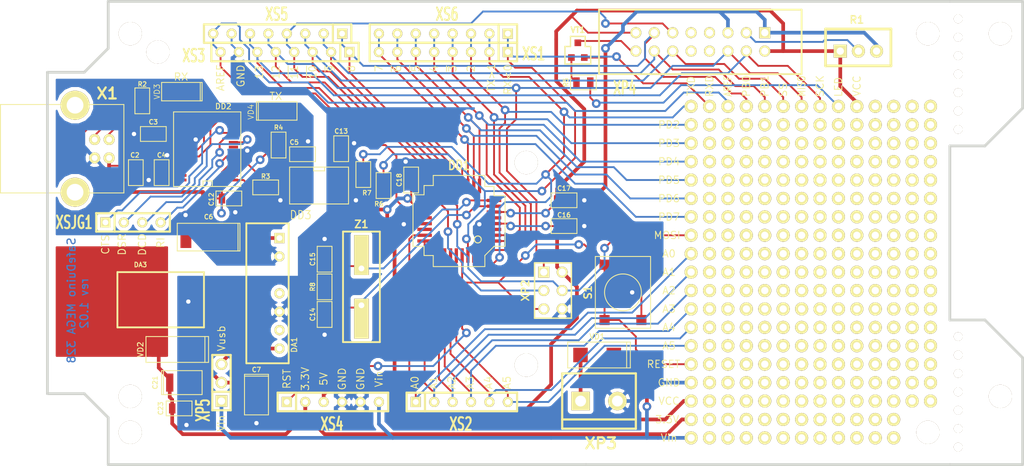
<source format=kicad_pcb>
(kicad_pcb (version 3) (host pcbnew "(2013-jul-07)-stable")
  (layers (15 Front signal) (0 Back signal) (18 B.Paste user) (19 F.Paste user) (20 B.SilkS user) (21 F.SilkS user) (22 B.Mask user) (23 F.Mask user) (28 Edge.Cuts user))
  (net 0 "")
  (net 1 /5V_USB)
  (net 2 /A0)
  (net 3 /A1)
  (net 4 /A2)
  (net 5 /A3)
  (net 6 /A4)
  (net 7 /A5)
  (net 8 /AREF)
  (net 9 /CTS)
  (net 10 /DCD)
  (net 11 /DSR)
  (net 12 /GND)
  (net 13 /GND_USB)
  (net 14 /MISO)
  (net 15 /MOSI)
  (net 16 /MPU_VCC)
  (net 17 /PB0)
  (net 18 /PB1)
  (net 19 /PD2)
  (net 20 /PD3)
  (net 21 /PD4)
  (net 22 /PD5)
  (net 23 /PD6)
  (net 24 /PD7)
  (net 25 /RESET)
  (net 26 /RI)
  (net 27 /RXD)
  (net 28 /SCK)
  (net 29 /SS)
  (net 30 /TXD)
  (net 31 /VCC3V3)
  (net 32 /VCCIN)
  (net 33 /VCCUSB)
  (net 34 N-000001)
  (net 35 N-0000013)
  (net 36 N-0000018)
  (net 37 N-0000023)
  (net 38 N-0000026)
  (net 39 N-0000032)
  (net 40 N-0000036)
  (net 41 N-0000038)
  (net 42 N-0000046)
  (net 43 N-0000047)
  (net 44 N-0000048)
  (net 45 N-0000057)
  (net 46 N-0000058)
  (net 47 N-0000060)
  (net 48 N-0000061)
  (net 49 N-0000064)
  (net 50 N-0000065)
  (net 51 N-0000066)
  (net 52 N-0000069)
  (module 1_pin (layer Front) (at 162.56 104.14)
    (fp_text reference XP39 hide)
    (fp_text value ~ hide)
    (pad 1 thru_hole circle (at 0 0) (size 1.80086 1.80086) (drill 1.00076) (layers *.Cu *.Mask F.SilkS) (net 51 N-0000066))
  )
  (module 1_pin (layer Front) (at 144.78 137.16)
    (fp_text reference "" hide)
    (fp_text value "" hide)
    (pad "" thru_hole circle (at 0 0) (size 1.80086 1.80086) (drill 1.00076) (layers *.Cu *.Mask F.SilkS))
  )
  (module 1_pin (layer Front) (at 144.78 147.32)
    (fp_text reference "" hide)
    (fp_text value "" hide)
    (pad "" thru_hole circle (at 0 0) (size 1.80086 1.80086) (drill 1.00076) (layers *.Cu *.Mask F.SilkS))
  )
  (module 1_pin (layer Front) (at 144.78 134.62)
    (fp_text reference "" hide)
    (fp_text value "" hide)
    (pad "" thru_hole circle (at 0 0) (size 1.80086 1.80086) (drill 1.00076) (layers *.Cu *.Mask F.SilkS))
  )
  (module 1_pin (layer Front) (at 144.78 129.54)
    (fp_text reference "" hide)
    (fp_text value "" hide)
    (pad "" thru_hole circle (at 0 0) (size 1.80086 1.80086) (drill 1.00076) (layers *.Cu *.Mask F.SilkS))
  )
  (module 1_pin (layer Front) (at 144.78 149.86)
    (fp_text reference "" hide)
    (fp_text value "" hide)
    (pad "" thru_hole circle (at 0 0) (size 1.80086 1.80086) (drill 1.00076) (layers *.Cu *.Mask F.SilkS))
  )
  (module 1_pin (layer Front) (at 144.78 132.08)
    (fp_text reference "" hide)
    (fp_text value "" hide)
    (pad "" thru_hole circle (at 0 0) (size 1.80086 1.80086) (drill 1.00076) (layers *.Cu *.Mask F.SilkS))
  )
  (module 1_pin (layer Front) (at 144.78 144.78)
    (fp_text reference "" hide)
    (fp_text value "" hide)
    (pad "" thru_hole circle (at 0 0) (size 1.80086 1.80086) (drill 1.00076) (layers *.Cu *.Mask F.SilkS))
  )
  (module 1_pin (layer Front) (at 144.78 142.24)
    (fp_text reference "" hide)
    (fp_text value "" hide)
    (pad "" thru_hole circle (at 0 0) (size 1.80086 1.80086) (drill 1.00076) (layers *.Cu *.Mask F.SilkS))
  )
  (module 1_pin (layer Front) (at 144.78 139.7)
    (fp_text reference "" hide)
    (fp_text value "" hide)
    (pad "" thru_hole circle (at 0 0) (size 1.80086 1.80086) (drill 1.00076) (layers *.Cu *.Mask F.SilkS))
  )
  (module 1_pin (layer Front) (at 154.94 137.16)
    (fp_text reference "" hide)
    (fp_text value "" hide)
    (pad "" thru_hole circle (at 0 0) (size 1.80086 1.80086) (drill 1.00076) (layers *.Cu *.Mask F.SilkS))
  )
  (module 1_pin (layer Front) (at 154.94 147.32)
    (fp_text reference "" hide)
    (fp_text value "" hide)
    (pad "" thru_hole circle (at 0 0) (size 1.80086 1.80086) (drill 1.00076) (layers *.Cu *.Mask F.SilkS))
  )
  (module 1_pin (layer Front) (at 154.94 134.62)
    (fp_text reference "" hide)
    (fp_text value "" hide)
    (pad "" thru_hole circle (at 0 0) (size 1.80086 1.80086) (drill 1.00076) (layers *.Cu *.Mask F.SilkS))
  )
  (module 1_pin (layer Front) (at 154.94 129.54)
    (fp_text reference "" hide)
    (fp_text value "" hide)
    (pad "" thru_hole circle (at 0 0) (size 1.80086 1.80086) (drill 1.00076) (layers *.Cu *.Mask F.SilkS))
  )
  (module 1_pin (layer Front) (at 154.94 149.86)
    (fp_text reference "" hide)
    (fp_text value "" hide)
    (pad "" thru_hole circle (at 0 0) (size 1.80086 1.80086) (drill 1.00076) (layers *.Cu *.Mask F.SilkS))
  )
  (module 1_pin (layer Front) (at 154.94 132.08)
    (fp_text reference "" hide)
    (fp_text value "" hide)
    (pad "" thru_hole circle (at 0 0) (size 1.80086 1.80086) (drill 1.00076) (layers *.Cu *.Mask F.SilkS))
  )
  (module 1_pin (layer Front) (at 154.94 144.78)
    (fp_text reference "" hide)
    (fp_text value "" hide)
    (pad "" thru_hole circle (at 0 0) (size 1.80086 1.80086) (drill 1.00076) (layers *.Cu *.Mask F.SilkS))
  )
  (module 1_pin (layer Front) (at 154.94 142.24)
    (fp_text reference "" hide)
    (fp_text value "" hide)
    (pad "" thru_hole circle (at 0 0) (size 1.80086 1.80086) (drill 1.00076) (layers *.Cu *.Mask F.SilkS))
  )
  (module 1_pin (layer Front) (at 154.94 139.7)
    (fp_text reference "" hide)
    (fp_text value "" hide)
    (pad "" thru_hole circle (at 0 0) (size 1.80086 1.80086) (drill 1.00076) (layers *.Cu *.Mask F.SilkS))
  )
  (module 1_pin (layer Front) (at 152.4 137.16)
    (fp_text reference "" hide)
    (fp_text value "" hide)
    (pad "" thru_hole circle (at 0 0) (size 1.80086 1.80086) (drill 1.00076) (layers *.Cu *.Mask F.SilkS))
  )
  (module 1_pin (layer Front) (at 149.86 149.86)
    (fp_text reference "" hide)
    (fp_text value "" hide)
    (pad "" thru_hole circle (at 0 0) (size 1.80086 1.80086) (drill 1.00076) (layers *.Cu *.Mask F.SilkS))
  )
  (module 1_pin (layer Front) (at 149.86 147.32)
    (fp_text reference "" hide)
    (fp_text value "" hide)
    (pad "" thru_hole circle (at 0 0) (size 1.80086 1.80086) (drill 1.00076) (layers *.Cu *.Mask F.SilkS))
  )
  (module 1_pin (layer Front) (at 152.4 149.86)
    (fp_text reference "" hide)
    (fp_text value "" hide)
    (pad "" thru_hole circle (at 0 0) (size 1.80086 1.80086) (drill 1.00076) (layers *.Cu *.Mask F.SilkS))
  )
  (module 1_pin (layer Front) (at 147.32 139.7)
    (fp_text reference "" hide)
    (fp_text value "" hide)
    (pad "" thru_hole circle (at 0 0) (size 1.80086 1.80086) (drill 1.00076) (layers *.Cu *.Mask F.SilkS))
  )
  (module 1_pin (layer Front) (at 149.86 139.7)
    (fp_text reference "" hide)
    (fp_text value "" hide)
    (pad "" thru_hole circle (at 0 0) (size 1.80086 1.80086) (drill 1.00076) (layers *.Cu *.Mask F.SilkS))
  )
  (module 1_pin (layer Front) (at 152.4 139.7)
    (fp_text reference "" hide)
    (fp_text value "" hide)
    (pad "" thru_hole circle (at 0 0) (size 1.80086 1.80086) (drill 1.00076) (layers *.Cu *.Mask F.SilkS))
  )
  (module 1_pin (layer Front) (at 152.4 144.78)
    (fp_text reference "" hide)
    (fp_text value "" hide)
    (pad "" thru_hole circle (at 0 0) (size 1.80086 1.80086) (drill 1.00076) (layers *.Cu *.Mask F.SilkS))
  )
  (module 1_pin (layer Front) (at 149.86 144.78)
    (fp_text reference "" hide)
    (fp_text value "" hide)
    (pad "" thru_hole circle (at 0 0) (size 1.80086 1.80086) (drill 1.00076) (layers *.Cu *.Mask F.SilkS))
  )
  (module 1_pin (layer Front) (at 149.86 142.24)
    (fp_text reference "" hide)
    (fp_text value "" hide)
    (pad "" thru_hole circle (at 0 0) (size 1.80086 1.80086) (drill 1.00076) (layers *.Cu *.Mask F.SilkS))
  )
  (module 1_pin (layer Front) (at 152.4 142.24)
    (fp_text reference "" hide)
    (fp_text value "" hide)
    (pad "" thru_hole circle (at 0 0) (size 1.80086 1.80086) (drill 1.00076) (layers *.Cu *.Mask F.SilkS))
  )
  (module 1_pin (layer Front) (at 147.32 142.24)
    (fp_text reference "" hide)
    (fp_text value "" hide)
    (pad "" thru_hole circle (at 0 0) (size 1.80086 1.80086) (drill 1.00076) (layers *.Cu *.Mask F.SilkS))
  )
  (module 1_pin (layer Front) (at 147.32 144.78)
    (fp_text reference "" hide)
    (fp_text value "" hide)
    (pad "" thru_hole circle (at 0 0) (size 1.80086 1.80086) (drill 1.00076) (layers *.Cu *.Mask F.SilkS))
  )
  (module 1_pin (layer Front) (at 147.32 132.08)
    (fp_text reference "" hide)
    (fp_text value "" hide)
    (pad "" thru_hole circle (at 0 0) (size 1.80086 1.80086) (drill 1.00076) (layers *.Cu *.Mask F.SilkS))
  )
  (module 1_pin (layer Front) (at 152.4 147.32)
    (fp_text reference "" hide)
    (fp_text value "" hide)
    (pad "" thru_hole circle (at 0 0) (size 1.80086 1.80086) (drill 1.00076) (layers *.Cu *.Mask F.SilkS))
  )
  (module 1_pin (layer Front) (at 147.32 149.86)
    (fp_text reference "" hide)
    (fp_text value "" hide)
    (pad "" thru_hole circle (at 0 0) (size 1.80086 1.80086) (drill 1.00076) (layers *.Cu *.Mask F.SilkS))
  )
  (module 1_pin (layer Front) (at 147.32 129.54)
    (fp_text reference "" hide)
    (fp_text value "" hide)
    (pad "" thru_hole circle (at 0 0) (size 1.80086 1.80086) (drill 1.00076) (layers *.Cu *.Mask F.SilkS))
  )
  (module 1_pin (layer Front) (at 152.4 129.54)
    (fp_text reference "" hide)
    (fp_text value "" hide)
    (pad "" thru_hole circle (at 0 0) (size 1.80086 1.80086) (drill 1.00076) (layers *.Cu *.Mask F.SilkS))
  )
  (module 1_pin (layer Front) (at 149.86 129.54)
    (fp_text reference "" hide)
    (fp_text value "" hide)
    (pad "" thru_hole circle (at 0 0) (size 1.80086 1.80086) (drill 1.00076) (layers *.Cu *.Mask F.SilkS))
  )
  (module 1_pin (layer Front) (at 149.86 132.08)
    (fp_text reference "" hide)
    (fp_text value "" hide)
    (pad "" thru_hole circle (at 0 0) (size 1.80086 1.80086) (drill 1.00076) (layers *.Cu *.Mask F.SilkS))
  )
  (module 1_pin (layer Front) (at 152.4 132.08)
    (fp_text reference "" hide)
    (fp_text value "" hide)
    (pad "" thru_hole circle (at 0 0) (size 1.80086 1.80086) (drill 1.00076) (layers *.Cu *.Mask F.SilkS))
  )
  (module 1_pin (layer Front) (at 149.86 137.16)
    (fp_text reference "" hide)
    (fp_text value "" hide)
    (pad "" thru_hole circle (at 0 0) (size 1.80086 1.80086) (drill 1.00076) (layers *.Cu *.Mask F.SilkS))
  )
  (module 1_pin (layer Front) (at 149.86 134.62)
    (fp_text reference "" hide)
    (fp_text value "" hide)
    (pad "" thru_hole circle (at 0 0) (size 1.80086 1.80086) (drill 1.00076) (layers *.Cu *.Mask F.SilkS))
  )
  (module 1_pin (layer Front) (at 152.4 134.62)
    (fp_text reference "" hide)
    (fp_text value "" hide)
    (pad "" thru_hole circle (at 0 0) (size 1.80086 1.80086) (drill 1.00076) (layers *.Cu *.Mask F.SilkS))
  )
  (module 1_pin (layer Front) (at 147.32 134.62)
    (fp_text reference "" hide)
    (fp_text value "" hide)
    (pad "" thru_hole circle (at 0 0) (size 1.80086 1.80086) (drill 1.00076) (layers *.Cu *.Mask F.SilkS))
  )
  (module 1_pin (layer Front) (at 147.32 147.32)
    (fp_text reference "" hide)
    (fp_text value "" hide)
    (pad "" thru_hole circle (at 0 0) (size 1.80086 1.80086) (drill 1.00076) (layers *.Cu *.Mask F.SilkS))
  )
  (module 1_pin (layer Front) (at 147.32 137.16)
    (fp_text reference "" hide)
    (fp_text value "" hide)
    (pad "" thru_hole circle (at 0 0) (size 1.80086 1.80086) (drill 1.00076) (layers *.Cu *.Mask F.SilkS))
  )
  (module 1_pin (layer Front) (at 157.48 137.16)
    (fp_text reference "" hide)
    (fp_text value "" hide)
    (pad "" thru_hole circle (at 0 0) (size 1.80086 1.80086) (drill 1.00076) (layers *.Cu *.Mask F.SilkS))
  )
  (module 1_pin (layer Front) (at 157.48 147.32)
    (fp_text reference "" hide)
    (fp_text value "" hide)
    (pad "" thru_hole circle (at 0 0) (size 1.80086 1.80086) (drill 1.00076) (layers *.Cu *.Mask F.SilkS))
  )
  (module 1_pin (layer Front) (at 157.48 134.62)
    (fp_text reference "" hide)
    (fp_text value "" hide)
    (pad "" thru_hole circle (at 0 0) (size 1.80086 1.80086) (drill 1.00076) (layers *.Cu *.Mask F.SilkS))
  )
  (module 1_pin (layer Front) (at 162.56 134.62)
    (fp_text reference "" hide)
    (fp_text value "" hide)
    (pad "" thru_hole circle (at 0 0) (size 1.80086 1.80086) (drill 1.00076) (layers *.Cu *.Mask F.SilkS))
  )
  (module 1_pin (layer Front) (at 160.02 134.62)
    (fp_text reference "" hide)
    (fp_text value "" hide)
    (pad "" thru_hole circle (at 0 0) (size 1.80086 1.80086) (drill 1.00076) (layers *.Cu *.Mask F.SilkS))
  )
  (module 1_pin (layer Front) (at 160.02 137.16)
    (fp_text reference "" hide)
    (fp_text value "" hide)
    (pad "" thru_hole circle (at 0 0) (size 1.80086 1.80086) (drill 1.00076) (layers *.Cu *.Mask F.SilkS))
  )
  (module 1_pin (layer Front) (at 162.56 132.08)
    (fp_text reference "" hide)
    (fp_text value "" hide)
    (pad "" thru_hole circle (at 0 0) (size 1.80086 1.80086) (drill 1.00076) (layers *.Cu *.Mask F.SilkS))
  )
  (module 1_pin (layer Front) (at 160.02 132.08)
    (fp_text reference "" hide)
    (fp_text value "" hide)
    (pad "" thru_hole circle (at 0 0) (size 1.80086 1.80086) (drill 1.00076) (layers *.Cu *.Mask F.SilkS))
  )
  (module 1_pin (layer Front) (at 160.02 129.54)
    (fp_text reference "" hide)
    (fp_text value "" hide)
    (pad "" thru_hole circle (at 0 0) (size 1.80086 1.80086) (drill 1.00076) (layers *.Cu *.Mask F.SilkS))
  )
  (module 1_pin (layer Front) (at 162.56 129.54)
    (fp_text reference "" hide)
    (fp_text value "" hide)
    (pad "" thru_hole circle (at 0 0) (size 1.80086 1.80086) (drill 1.00076) (layers *.Cu *.Mask F.SilkS))
  )
  (module 1_pin (layer Front) (at 157.48 129.54)
    (fp_text reference "" hide)
    (fp_text value "" hide)
    (pad "" thru_hole circle (at 0 0) (size 1.80086 1.80086) (drill 1.00076) (layers *.Cu *.Mask F.SilkS))
  )
  (module 1_pin (layer Front) (at 157.48 149.86)
    (fp_text reference "" hide)
    (fp_text value "" hide)
    (pad "" thru_hole circle (at 0 0) (size 1.80086 1.80086) (drill 1.00076) (layers *.Cu *.Mask F.SilkS))
  )
  (module 1_pin (layer Front) (at 162.56 147.32)
    (fp_text reference "" hide)
    (fp_text value "" hide)
    (pad "" thru_hole circle (at 0 0) (size 1.80086 1.80086) (drill 1.00076) (layers *.Cu *.Mask F.SilkS))
  )
  (module 1_pin (layer Front) (at 157.48 132.08)
    (fp_text reference "" hide)
    (fp_text value "" hide)
    (pad "" thru_hole circle (at 0 0) (size 1.80086 1.80086) (drill 1.00076) (layers *.Cu *.Mask F.SilkS))
  )
  (module 1_pin (layer Front) (at 157.48 144.78)
    (fp_text reference "" hide)
    (fp_text value "" hide)
    (pad "" thru_hole circle (at 0 0) (size 1.80086 1.80086) (drill 1.00076) (layers *.Cu *.Mask F.SilkS))
  )
  (module 1_pin (layer Front) (at 157.48 142.24)
    (fp_text reference "" hide)
    (fp_text value "" hide)
    (pad "" thru_hole circle (at 0 0) (size 1.80086 1.80086) (drill 1.00076) (layers *.Cu *.Mask F.SilkS))
  )
  (module 1_pin (layer Front) (at 162.56 142.24)
    (fp_text reference "" hide)
    (fp_text value "" hide)
    (pad "" thru_hole circle (at 0 0) (size 1.80086 1.80086) (drill 1.00076) (layers *.Cu *.Mask F.SilkS))
  )
  (module 1_pin (layer Front) (at 160.02 142.24)
    (fp_text reference "" hide)
    (fp_text value "" hide)
    (pad "" thru_hole circle (at 0 0) (size 1.80086 1.80086) (drill 1.00076) (layers *.Cu *.Mask F.SilkS))
  )
  (module 1_pin (layer Front) (at 160.02 144.78)
    (fp_text reference "" hide)
    (fp_text value "" hide)
    (pad "" thru_hole circle (at 0 0) (size 1.80086 1.80086) (drill 1.00076) (layers *.Cu *.Mask F.SilkS))
  )
  (module 1_pin (layer Front) (at 162.56 144.78)
    (fp_text reference "" hide)
    (fp_text value "" hide)
    (pad "" thru_hole circle (at 0 0) (size 1.80086 1.80086) (drill 1.00076) (layers *.Cu *.Mask F.SilkS))
  )
  (module 1_pin (layer Front) (at 162.56 139.7)
    (fp_text reference "" hide)
    (fp_text value "" hide)
    (pad "" thru_hole circle (at 0 0) (size 1.80086 1.80086) (drill 1.00076) (layers *.Cu *.Mask F.SilkS))
  )
  (module 1_pin (layer Front) (at 160.02 139.7)
    (fp_text reference "" hide)
    (fp_text value "" hide)
    (pad "" thru_hole circle (at 0 0) (size 1.80086 1.80086) (drill 1.00076) (layers *.Cu *.Mask F.SilkS))
  )
  (module 1_pin (layer Front) (at 157.48 139.7)
    (fp_text reference "" hide)
    (fp_text value "" hide)
    (pad "" thru_hole circle (at 0 0) (size 1.80086 1.80086) (drill 1.00076) (layers *.Cu *.Mask F.SilkS))
  )
  (module 1_pin (layer Front) (at 162.56 149.86)
    (fp_text reference "" hide)
    (fp_text value "" hide)
    (pad "" thru_hole circle (at 0 0) (size 1.80086 1.80086) (drill 1.00076) (layers *.Cu *.Mask F.SilkS))
  )
  (module 1_pin (layer Front) (at 160.02 147.32)
    (fp_text reference "" hide)
    (fp_text value "" hide)
    (pad "" thru_hole circle (at 0 0) (size 1.80086 1.80086) (drill 1.00076) (layers *.Cu *.Mask F.SilkS))
  )
  (module 1_pin (layer Front) (at 160.02 149.86)
    (fp_text reference "" hide)
    (fp_text value "" hide)
    (pad "" thru_hole circle (at 0 0) (size 1.80086 1.80086) (drill 1.00076) (layers *.Cu *.Mask F.SilkS))
  )
  (module 1_pin (layer Front) (at 162.56 137.16)
    (fp_text reference "" hide)
    (fp_text value "" hide)
    (pad "" thru_hole circle (at 0 0) (size 1.80086 1.80086) (drill 1.00076) (layers *.Cu *.Mask F.SilkS))
  )
  (module 1_pin (layer Front) (at 170.18 137.16)
    (fp_text reference "" hide)
    (fp_text value "" hide)
    (pad "" thru_hole circle (at 0 0) (size 1.80086 1.80086) (drill 1.00076) (layers *.Cu *.Mask F.SilkS))
  )
  (module 1_pin (layer Front) (at 172.72 144.78)
    (fp_text reference "" hide)
    (fp_text value "" hide)
    (pad "" thru_hole circle (at 0 0) (size 1.80086 1.80086) (drill 1.00076) (layers *.Cu *.Mask F.SilkS))
  )
  (module 1_pin (layer Front) (at 175.26 144.78)
    (fp_text reference "" hide)
    (fp_text value "" hide)
    (pad "" thru_hole circle (at 0 0) (size 1.80086 1.80086) (drill 1.00076) (layers *.Cu *.Mask F.SilkS))
  )
  (module 1_pin (layer Front) (at 167.64 149.86)
    (fp_text reference "" hide)
    (fp_text value "" hide)
    (pad "" thru_hole circle (at 0 0) (size 1.80086 1.80086) (drill 1.00076) (layers *.Cu *.Mask F.SilkS))
  )
  (module 1_pin (layer Front) (at 167.64 147.32)
    (fp_text reference "" hide)
    (fp_text value "" hide)
    (pad "" thru_hole circle (at 0 0) (size 1.80086 1.80086) (drill 1.00076) (layers *.Cu *.Mask F.SilkS))
  )
  (module 1_pin (layer Front) (at 170.18 149.86)
    (fp_text reference "" hide)
    (fp_text value "" hide)
    (pad "" thru_hole circle (at 0 0) (size 1.80086 1.80086) (drill 1.00076) (layers *.Cu *.Mask F.SilkS))
  )
  (module 1_pin (layer Front) (at 165.1 139.7)
    (fp_text reference "" hide)
    (fp_text value "" hide)
    (pad "" thru_hole circle (at 0 0) (size 1.80086 1.80086) (drill 1.00076) (layers *.Cu *.Mask F.SilkS))
  )
  (module 1_pin (layer Front) (at 167.64 139.7)
    (fp_text reference "" hide)
    (fp_text value "" hide)
    (pad "" thru_hole circle (at 0 0) (size 1.80086 1.80086) (drill 1.00076) (layers *.Cu *.Mask F.SilkS))
  )
  (module 1_pin (layer Front) (at 170.18 139.7)
    (fp_text reference "" hide)
    (fp_text value "" hide)
    (pad "" thru_hole circle (at 0 0) (size 1.80086 1.80086) (drill 1.00076) (layers *.Cu *.Mask F.SilkS))
  )
  (module 1_pin (layer Front) (at 170.18 144.78)
    (fp_text reference "" hide)
    (fp_text value "" hide)
    (pad "" thru_hole circle (at 0 0) (size 1.80086 1.80086) (drill 1.00076) (layers *.Cu *.Mask F.SilkS))
  )
  (module 1_pin (layer Front) (at 167.64 144.78)
    (fp_text reference "" hide)
    (fp_text value "" hide)
    (pad "" thru_hole circle (at 0 0) (size 1.80086 1.80086) (drill 1.00076) (layers *.Cu *.Mask F.SilkS))
  )
  (module 1_pin (layer Front) (at 167.64 142.24)
    (fp_text reference "" hide)
    (fp_text value "" hide)
    (pad "" thru_hole circle (at 0 0) (size 1.80086 1.80086) (drill 1.00076) (layers *.Cu *.Mask F.SilkS))
  )
  (module 1_pin (layer Front) (at 170.18 142.24)
    (fp_text reference "" hide)
    (fp_text value "" hide)
    (pad "" thru_hole circle (at 0 0) (size 1.80086 1.80086) (drill 1.00076) (layers *.Cu *.Mask F.SilkS))
  )
  (module 1_pin (layer Front) (at 165.1 142.24)
    (fp_text reference "" hide)
    (fp_text value "" hide)
    (pad "" thru_hole circle (at 0 0) (size 1.80086 1.80086) (drill 1.00076) (layers *.Cu *.Mask F.SilkS))
  )
  (module 1_pin (layer Front) (at 165.1 144.78)
    (fp_text reference "" hide)
    (fp_text value "" hide)
    (pad "" thru_hole circle (at 0 0) (size 1.80086 1.80086) (drill 1.00076) (layers *.Cu *.Mask F.SilkS))
  )
  (module 1_pin (layer Front) (at 172.72 142.24)
    (fp_text reference "" hide)
    (fp_text value "" hide)
    (pad "" thru_hole circle (at 0 0) (size 1.80086 1.80086) (drill 1.00076) (layers *.Cu *.Mask F.SilkS))
  )
  (module 1_pin (layer Front) (at 172.72 139.7)
    (fp_text reference "" hide)
    (fp_text value "" hide)
    (pad "" thru_hole circle (at 0 0) (size 1.80086 1.80086) (drill 1.00076) (layers *.Cu *.Mask F.SilkS))
  )
  (module 1_pin (layer Front) (at 175.26 142.24)
    (fp_text reference "" hide)
    (fp_text value "" hide)
    (pad "" thru_hole circle (at 0 0) (size 1.80086 1.80086) (drill 1.00076) (layers *.Cu *.Mask F.SilkS))
  )
  (module 1_pin (layer Front) (at 175.26 139.7)
    (fp_text reference "" hide)
    (fp_text value "" hide)
    (pad "" thru_hole circle (at 0 0) (size 1.80086 1.80086) (drill 1.00076) (layers *.Cu *.Mask F.SilkS))
  )
  (module 1_pin (layer Front) (at 165.1 132.08)
    (fp_text reference "" hide)
    (fp_text value "" hide)
    (pad "" thru_hole circle (at 0 0) (size 1.80086 1.80086) (drill 1.00076) (layers *.Cu *.Mask F.SilkS))
  )
  (module 1_pin (layer Front) (at 170.18 147.32)
    (fp_text reference "" hide)
    (fp_text value "" hide)
    (pad "" thru_hole circle (at 0 0) (size 1.80086 1.80086) (drill 1.00076) (layers *.Cu *.Mask F.SilkS))
  )
  (module 1_pin (layer Front) (at 165.1 149.86)
    (fp_text reference "" hide)
    (fp_text value "" hide)
    (pad "" thru_hole circle (at 0 0) (size 1.80086 1.80086) (drill 1.00076) (layers *.Cu *.Mask F.SilkS))
  )
  (module 1_pin (layer Front) (at 165.1 129.54)
    (fp_text reference "" hide)
    (fp_text value "" hide)
    (pad "" thru_hole circle (at 0 0) (size 1.80086 1.80086) (drill 1.00076) (layers *.Cu *.Mask F.SilkS))
  )
  (module 1_pin (layer Front) (at 170.18 129.54)
    (fp_text reference "" hide)
    (fp_text value "" hide)
    (pad "" thru_hole circle (at 0 0) (size 1.80086 1.80086) (drill 1.00076) (layers *.Cu *.Mask F.SilkS))
  )
  (module 1_pin (layer Front) (at 167.64 129.54)
    (fp_text reference "" hide)
    (fp_text value "" hide)
    (pad "" thru_hole circle (at 0 0) (size 1.80086 1.80086) (drill 1.00076) (layers *.Cu *.Mask F.SilkS))
  )
  (module 1_pin (layer Front) (at 167.64 132.08)
    (fp_text reference "" hide)
    (fp_text value "" hide)
    (pad "" thru_hole circle (at 0 0) (size 1.80086 1.80086) (drill 1.00076) (layers *.Cu *.Mask F.SilkS))
  )
  (module 1_pin (layer Front) (at 170.18 132.08)
    (fp_text reference "" hide)
    (fp_text value "" hide)
    (pad "" thru_hole circle (at 0 0) (size 1.80086 1.80086) (drill 1.00076) (layers *.Cu *.Mask F.SilkS))
  )
  (module 1_pin (layer Front) (at 167.64 137.16)
    (fp_text reference "" hide)
    (fp_text value "" hide)
    (pad "" thru_hole circle (at 0 0) (size 1.80086 1.80086) (drill 1.00076) (layers *.Cu *.Mask F.SilkS))
  )
  (module 1_pin (layer Front) (at 167.64 134.62)
    (fp_text reference "" hide)
    (fp_text value "" hide)
    (pad "" thru_hole circle (at 0 0) (size 1.80086 1.80086) (drill 1.00076) (layers *.Cu *.Mask F.SilkS))
  )
  (module 1_pin (layer Front) (at 170.18 134.62)
    (fp_text reference "" hide)
    (fp_text value "" hide)
    (pad "" thru_hole circle (at 0 0) (size 1.80086 1.80086) (drill 1.00076) (layers *.Cu *.Mask F.SilkS))
  )
  (module 1_pin (layer Front) (at 165.1 134.62)
    (fp_text reference "" hide)
    (fp_text value "" hide)
    (pad "" thru_hole circle (at 0 0) (size 1.80086 1.80086) (drill 1.00076) (layers *.Cu *.Mask F.SilkS))
  )
  (module 1_pin (layer Front) (at 165.1 147.32)
    (fp_text reference "" hide)
    (fp_text value "" hide)
    (pad "" thru_hole circle (at 0 0) (size 1.80086 1.80086) (drill 1.00076) (layers *.Cu *.Mask F.SilkS))
  )
  (module 1_pin (layer Front) (at 165.1 137.16)
    (fp_text reference "" hide)
    (fp_text value "" hide)
    (pad "" thru_hole circle (at 0 0) (size 1.80086 1.80086) (drill 1.00076) (layers *.Cu *.Mask F.SilkS))
  )
  (module 1_pin (layer Front) (at 172.72 134.62)
    (fp_text reference "" hide)
    (fp_text value "" hide)
    (pad "" thru_hole circle (at 0 0) (size 1.80086 1.80086) (drill 1.00076) (layers *.Cu *.Mask F.SilkS))
  )
  (module 1_pin (layer Front) (at 172.72 137.16)
    (fp_text reference "" hide)
    (fp_text value "" hide)
    (pad "" thru_hole circle (at 0 0) (size 1.80086 1.80086) (drill 1.00076) (layers *.Cu *.Mask F.SilkS))
  )
  (module 1_pin (layer Front) (at 172.72 132.08)
    (fp_text reference "" hide)
    (fp_text value "" hide)
    (pad "" thru_hole circle (at 0 0) (size 1.80086 1.80086) (drill 1.00076) (layers *.Cu *.Mask F.SilkS))
  )
  (module 1_pin (layer Front) (at 172.72 129.54)
    (fp_text reference "" hide)
    (fp_text value "" hide)
    (pad "" thru_hole circle (at 0 0) (size 1.80086 1.80086) (drill 1.00076) (layers *.Cu *.Mask F.SilkS))
  )
  (module 1_pin (layer Front) (at 175.26 134.62)
    (fp_text reference "" hide)
    (fp_text value "" hide)
    (pad "" thru_hole circle (at 0 0) (size 1.80086 1.80086) (drill 1.00076) (layers *.Cu *.Mask F.SilkS))
  )
  (module 1_pin (layer Front) (at 175.26 137.16)
    (fp_text reference "" hide)
    (fp_text value "" hide)
    (pad "" thru_hole circle (at 0 0) (size 1.80086 1.80086) (drill 1.00076) (layers *.Cu *.Mask F.SilkS))
  )
  (module 1_pin (layer Front) (at 175.26 132.08)
    (fp_text reference "" hide)
    (fp_text value "" hide)
    (pad "" thru_hole circle (at 0 0) (size 1.80086 1.80086) (drill 1.00076) (layers *.Cu *.Mask F.SilkS))
  )
  (module 1_pin (layer Front) (at 175.26 129.54)
    (fp_text reference "" hide)
    (fp_text value "" hide)
    (pad "" thru_hole circle (at 0 0) (size 1.80086 1.80086) (drill 1.00076) (layers *.Cu *.Mask F.SilkS))
  )
  (module 1_pin (layer Front) (at 172.72 119.38)
    (fp_text reference "" hide)
    (fp_text value "" hide)
    (pad "" thru_hole circle (at 0 0) (size 1.80086 1.80086) (drill 1.00076) (layers *.Cu *.Mask F.SilkS))
  )
  (module 1_pin (layer Front) (at 172.72 121.92)
    (fp_text reference "" hide)
    (fp_text value "" hide)
    (pad "" thru_hole circle (at 0 0) (size 1.80086 1.80086) (drill 1.00076) (layers *.Cu *.Mask F.SilkS))
  )
  (module 1_pin (layer Front) (at 172.72 116.84)
    (fp_text reference "" hide)
    (fp_text value "" hide)
    (pad "" thru_hole circle (at 0 0) (size 1.80086 1.80086) (drill 1.00076) (layers *.Cu *.Mask F.SilkS))
  )
  (module 1_pin (layer Front) (at 172.72 114.3)
    (fp_text reference "" hide)
    (fp_text value "" hide)
    (pad "" thru_hole circle (at 0 0) (size 1.80086 1.80086) (drill 1.00076) (layers *.Cu *.Mask F.SilkS))
  )
  (module 1_pin (layer Front) (at 172.72 109.22)
    (fp_text reference "" hide)
    (fp_text value "" hide)
    (pad "" thru_hole circle (at 0 0) (size 1.80086 1.80086) (drill 1.00076) (layers *.Cu *.Mask F.SilkS))
  )
  (module 1_pin (layer Front) (at 172.72 111.76)
    (fp_text reference "" hide)
    (fp_text value "" hide)
    (pad "" thru_hole circle (at 0 0) (size 1.80086 1.80086) (drill 1.00076) (layers *.Cu *.Mask F.SilkS))
  )
  (module 1_pin (layer Front) (at 172.72 106.68)
    (fp_text reference "" hide)
    (fp_text value "" hide)
    (pad "" thru_hole circle (at 0 0) (size 1.80086 1.80086) (drill 1.00076) (layers *.Cu *.Mask F.SilkS))
  )
  (module 1_pin (layer Front) (at 172.72 104.14)
    (fp_text reference "" hide)
    (fp_text value "" hide)
    (pad "" thru_hole circle (at 0 0) (size 1.80086 1.80086) (drill 1.00076) (layers *.Cu *.Mask F.SilkS))
  )
  (module 1_pin (layer Front) (at 172.72 127)
    (fp_text reference "" hide)
    (fp_text value "" hide)
    (pad "" thru_hole circle (at 0 0) (size 1.80086 1.80086) (drill 1.00076) (layers *.Cu *.Mask F.SilkS))
  )
  (module 1_pin (layer Front) (at 172.72 124.46)
    (fp_text reference "" hide)
    (fp_text value "" hide)
    (pad "" thru_hole circle (at 0 0) (size 1.80086 1.80086) (drill 1.00076) (layers *.Cu *.Mask F.SilkS))
  )
  (module 1_pin (layer Front) (at 175.26 124.46)
    (fp_text reference "" hide)
    (fp_text value "" hide)
    (pad "" thru_hole circle (at 0 0) (size 1.80086 1.80086) (drill 1.00076) (layers *.Cu *.Mask F.SilkS))
  )
  (module 1_pin (layer Front) (at 175.26 127)
    (fp_text reference "" hide)
    (fp_text value "" hide)
    (pad "" thru_hole circle (at 0 0) (size 1.80086 1.80086) (drill 1.00076) (layers *.Cu *.Mask F.SilkS))
  )
  (module 1_pin (layer Front) (at 175.26 104.14)
    (fp_text reference "" hide)
    (fp_text value "" hide)
    (pad "" thru_hole circle (at 0 0) (size 1.80086 1.80086) (drill 1.00076) (layers *.Cu *.Mask F.SilkS))
  )
  (module 1_pin (layer Front) (at 175.26 106.68)
    (fp_text reference "" hide)
    (fp_text value "" hide)
    (pad "" thru_hole circle (at 0 0) (size 1.80086 1.80086) (drill 1.00076) (layers *.Cu *.Mask F.SilkS))
  )
  (module 1_pin (layer Front) (at 175.26 111.76)
    (fp_text reference "" hide)
    (fp_text value "" hide)
    (pad "" thru_hole circle (at 0 0) (size 1.80086 1.80086) (drill 1.00076) (layers *.Cu *.Mask F.SilkS))
  )
  (module 1_pin (layer Front) (at 175.26 109.22)
    (fp_text reference "" hide)
    (fp_text value "" hide)
    (pad "" thru_hole circle (at 0 0) (size 1.80086 1.80086) (drill 1.00076) (layers *.Cu *.Mask F.SilkS))
  )
  (module 1_pin (layer Front) (at 175.26 114.3)
    (fp_text reference "" hide)
    (fp_text value "" hide)
    (pad "" thru_hole circle (at 0 0) (size 1.80086 1.80086) (drill 1.00076) (layers *.Cu *.Mask F.SilkS))
  )
  (module 1_pin (layer Front) (at 175.26 116.84)
    (fp_text reference "" hide)
    (fp_text value "" hide)
    (pad "" thru_hole circle (at 0 0) (size 1.80086 1.80086) (drill 1.00076) (layers *.Cu *.Mask F.SilkS))
  )
  (module 1_pin (layer Front) (at 175.26 121.92)
    (fp_text reference "" hide)
    (fp_text value "" hide)
    (pad "" thru_hole circle (at 0 0) (size 1.80086 1.80086) (drill 1.00076) (layers *.Cu *.Mask F.SilkS))
  )
  (module 1_pin (layer Front) (at 175.26 119.38)
    (fp_text reference "" hide)
    (fp_text value "" hide)
    (pad "" thru_hole circle (at 0 0) (size 1.80086 1.80086) (drill 1.00076) (layers *.Cu *.Mask F.SilkS))
  )
  (module 1_pin (layer Front) (at 170.18 119.38)
    (fp_text reference "" hide)
    (fp_text value "" hide)
    (pad "" thru_hole circle (at 0 0) (size 1.80086 1.80086) (drill 1.00076) (layers *.Cu *.Mask F.SilkS))
  )
  (module 1_pin (layer Front) (at 170.18 121.92)
    (fp_text reference "" hide)
    (fp_text value "" hide)
    (pad "" thru_hole circle (at 0 0) (size 1.80086 1.80086) (drill 1.00076) (layers *.Cu *.Mask F.SilkS))
  )
  (module 1_pin (layer Front) (at 170.18 116.84)
    (fp_text reference "" hide)
    (fp_text value "" hide)
    (pad "" thru_hole circle (at 0 0) (size 1.80086 1.80086) (drill 1.00076) (layers *.Cu *.Mask F.SilkS))
  )
  (module 1_pin (layer Front) (at 170.18 114.3)
    (fp_text reference "" hide)
    (fp_text value "" hide)
    (pad "" thru_hole circle (at 0 0) (size 1.80086 1.80086) (drill 1.00076) (layers *.Cu *.Mask F.SilkS))
  )
  (module 1_pin (layer Front) (at 170.18 109.22)
    (fp_text reference "" hide)
    (fp_text value "" hide)
    (pad "" thru_hole circle (at 0 0) (size 1.80086 1.80086) (drill 1.00076) (layers *.Cu *.Mask F.SilkS))
  )
  (module 1_pin (layer Front) (at 170.18 111.76)
    (fp_text reference "" hide)
    (fp_text value "" hide)
    (pad "" thru_hole circle (at 0 0) (size 1.80086 1.80086) (drill 1.00076) (layers *.Cu *.Mask F.SilkS))
  )
  (module 1_pin (layer Front) (at 170.18 106.68)
    (fp_text reference "" hide)
    (fp_text value "" hide)
    (pad "" thru_hole circle (at 0 0) (size 1.80086 1.80086) (drill 1.00076) (layers *.Cu *.Mask F.SilkS))
  )
  (module 1_pin (layer Front) (at 170.18 104.14)
    (fp_text reference "" hide)
    (fp_text value "" hide)
    (pad "" thru_hole circle (at 0 0) (size 1.80086 1.80086) (drill 1.00076) (layers *.Cu *.Mask F.SilkS))
  )
  (module 1_pin (layer Front) (at 170.18 127)
    (fp_text reference "" hide)
    (fp_text value "" hide)
    (pad "" thru_hole circle (at 0 0) (size 1.80086 1.80086) (drill 1.00076) (layers *.Cu *.Mask F.SilkS))
  )
  (module 1_pin (layer Front) (at 170.18 124.46)
    (fp_text reference "" hide)
    (fp_text value "" hide)
    (pad "" thru_hole circle (at 0 0) (size 1.80086 1.80086) (drill 1.00076) (layers *.Cu *.Mask F.SilkS))
  )
  (module 1_pin (layer Front) (at 154.94 127)
    (fp_text reference "" hide)
    (fp_text value "" hide)
    (pad "" thru_hole circle (at 0 0) (size 1.80086 1.80086) (drill 1.00076) (layers *.Cu *.Mask F.SilkS))
  )
  (module 1_pin (layer Front) (at 157.48 127)
    (fp_text reference "" hide)
    (fp_text value "" hide)
    (pad "" thru_hole circle (at 0 0) (size 1.80086 1.80086) (drill 1.00076) (layers *.Cu *.Mask F.SilkS))
  )
  (module 1_pin (layer Front) (at 162.56 127)
    (fp_text reference "" hide)
    (fp_text value "" hide)
    (pad "" thru_hole circle (at 0 0) (size 1.80086 1.80086) (drill 1.00076) (layers *.Cu *.Mask F.SilkS))
  )
  (module 1_pin (layer Front) (at 160.02 127)
    (fp_text reference "" hide)
    (fp_text value "" hide)
    (pad "" thru_hole circle (at 0 0) (size 1.80086 1.80086) (drill 1.00076) (layers *.Cu *.Mask F.SilkS))
  )
  (module 1_pin (layer Front) (at 160.02 124.46)
    (fp_text reference "" hide)
    (fp_text value "" hide)
    (pad "" thru_hole circle (at 0 0) (size 1.80086 1.80086) (drill 1.00076) (layers *.Cu *.Mask F.SilkS))
  )
  (module 1_pin (layer Front) (at 162.56 124.46)
    (fp_text reference "" hide)
    (fp_text value "" hide)
    (pad "" thru_hole circle (at 0 0) (size 1.80086 1.80086) (drill 1.00076) (layers *.Cu *.Mask F.SilkS))
  )
  (module 1_pin (layer Front) (at 157.48 124.46)
    (fp_text reference "" hide)
    (fp_text value "" hide)
    (pad "" thru_hole circle (at 0 0) (size 1.80086 1.80086) (drill 1.00076) (layers *.Cu *.Mask F.SilkS))
  )
  (module 1_pin (layer Front) (at 154.94 124.46)
    (fp_text reference "" hide)
    (fp_text value "" hide)
    (pad "" thru_hole circle (at 0 0) (size 1.80086 1.80086) (drill 1.00076) (layers *.Cu *.Mask F.SilkS))
  )
  (module 1_pin (layer Front) (at 144.78 124.46)
    (fp_text reference "" hide)
    (fp_text value "" hide)
    (pad "" thru_hole circle (at 0 0) (size 1.80086 1.80086) (drill 1.00076) (layers *.Cu *.Mask F.SilkS))
  )
  (module 1_pin (layer Front) (at 147.32 124.46)
    (fp_text reference "" hide)
    (fp_text value "" hide)
    (pad "" thru_hole circle (at 0 0) (size 1.80086 1.80086) (drill 1.00076) (layers *.Cu *.Mask F.SilkS))
  )
  (module 1_pin (layer Front) (at 152.4 124.46)
    (fp_text reference "" hide)
    (fp_text value "" hide)
    (pad "" thru_hole circle (at 0 0) (size 1.80086 1.80086) (drill 1.00076) (layers *.Cu *.Mask F.SilkS))
  )
  (module 1_pin (layer Front) (at 149.86 124.46)
    (fp_text reference "" hide)
    (fp_text value "" hide)
    (pad "" thru_hole circle (at 0 0) (size 1.80086 1.80086) (drill 1.00076) (layers *.Cu *.Mask F.SilkS))
  )
  (module 1_pin (layer Front) (at 149.86 127)
    (fp_text reference "" hide)
    (fp_text value "" hide)
    (pad "" thru_hole circle (at 0 0) (size 1.80086 1.80086) (drill 1.00076) (layers *.Cu *.Mask F.SilkS))
  )
  (module 1_pin (layer Front) (at 152.4 127)
    (fp_text reference "" hide)
    (fp_text value "" hide)
    (pad "" thru_hole circle (at 0 0) (size 1.80086 1.80086) (drill 1.00076) (layers *.Cu *.Mask F.SilkS))
  )
  (module 1_pin (layer Front) (at 147.32 127)
    (fp_text reference "" hide)
    (fp_text value "" hide)
    (pad "" thru_hole circle (at 0 0) (size 1.80086 1.80086) (drill 1.00076) (layers *.Cu *.Mask F.SilkS))
  )
  (module 1_pin (layer Front) (at 144.78 127)
    (fp_text reference "" hide)
    (fp_text value "" hide)
    (pad "" thru_hole circle (at 0 0) (size 1.80086 1.80086) (drill 1.00076) (layers *.Cu *.Mask F.SilkS))
  )
  (module 1_pin (layer Front) (at 167.64 124.46)
    (fp_text reference "" hide)
    (fp_text value "" hide)
    (pad "" thru_hole circle (at 0 0) (size 1.80086 1.80086) (drill 1.00076) (layers *.Cu *.Mask F.SilkS))
  )
  (module 1_pin (layer Front) (at 165.1 124.46)
    (fp_text reference "" hide)
    (fp_text value "" hide)
    (pad "" thru_hole circle (at 0 0) (size 1.80086 1.80086) (drill 1.00076) (layers *.Cu *.Mask F.SilkS))
  )
  (module 1_pin (layer Front) (at 165.1 127)
    (fp_text reference "" hide)
    (fp_text value "" hide)
    (pad "" thru_hole circle (at 0 0) (size 1.80086 1.80086) (drill 1.00076) (layers *.Cu *.Mask F.SilkS))
  )
  (module 1_pin (layer Front) (at 167.64 127)
    (fp_text reference "" hide)
    (fp_text value "" hide)
    (pad "" thru_hole circle (at 0 0) (size 1.80086 1.80086) (drill 1.00076) (layers *.Cu *.Mask F.SilkS))
  )
  (module 1_pin (layer Front) (at 167.64 104.14)
    (fp_text reference "" hide)
    (fp_text value "" hide)
    (pad "" thru_hole circle (at 0 0) (size 1.80086 1.80086) (drill 1.00076) (layers *.Cu *.Mask F.SilkS))
  )
  (module 1_pin (layer Front) (at 165.1 106.68)
    (fp_text reference "" hide)
    (fp_text value "" hide)
    (pad "" thru_hole circle (at 0 0) (size 1.80086 1.80086) (drill 1.00076) (layers *.Cu *.Mask F.SilkS))
  )
  (module 1_pin (layer Front) (at 167.64 106.68)
    (fp_text reference "" hide)
    (fp_text value "" hide)
    (pad "" thru_hole circle (at 0 0) (size 1.80086 1.80086) (drill 1.00076) (layers *.Cu *.Mask F.SilkS))
  )
  (module 1_pin (layer Front) (at 167.64 111.76)
    (fp_text reference "" hide)
    (fp_text value "" hide)
    (pad "" thru_hole circle (at 0 0) (size 1.80086 1.80086) (drill 1.00076) (layers *.Cu *.Mask F.SilkS))
  )
  (module 1_pin (layer Front) (at 165.1 111.76)
    (fp_text reference "" hide)
    (fp_text value "" hide)
    (pad "" thru_hole circle (at 0 0) (size 1.80086 1.80086) (drill 1.00076) (layers *.Cu *.Mask F.SilkS))
  )
  (module 1_pin (layer Front) (at 165.1 109.22)
    (fp_text reference "" hide)
    (fp_text value "" hide)
    (pad "" thru_hole circle (at 0 0) (size 1.80086 1.80086) (drill 1.00076) (layers *.Cu *.Mask F.SilkS))
  )
  (module 1_pin (layer Front) (at 167.64 109.22)
    (fp_text reference "" hide)
    (fp_text value "" hide)
    (pad "" thru_hole circle (at 0 0) (size 1.80086 1.80086) (drill 1.00076) (layers *.Cu *.Mask F.SilkS))
  )
  (module 1_pin (layer Front) (at 167.64 114.3)
    (fp_text reference "" hide)
    (fp_text value "" hide)
    (pad "" thru_hole circle (at 0 0) (size 1.80086 1.80086) (drill 1.00076) (layers *.Cu *.Mask F.SilkS))
  )
  (module 1_pin (layer Front) (at 165.1 114.3)
    (fp_text reference "" hide)
    (fp_text value "" hide)
    (pad "" thru_hole circle (at 0 0) (size 1.80086 1.80086) (drill 1.00076) (layers *.Cu *.Mask F.SilkS))
  )
  (module 1_pin (layer Front) (at 165.1 116.84)
    (fp_text reference "" hide)
    (fp_text value "" hide)
    (pad "" thru_hole circle (at 0 0) (size 1.80086 1.80086) (drill 1.00076) (layers *.Cu *.Mask F.SilkS))
  )
  (module 1_pin (layer Front) (at 167.64 116.84)
    (fp_text reference "" hide)
    (fp_text value "" hide)
    (pad "" thru_hole circle (at 0 0) (size 1.80086 1.80086) (drill 1.00076) (layers *.Cu *.Mask F.SilkS))
  )
  (module 1_pin (layer Front) (at 167.64 121.92)
    (fp_text reference "" hide)
    (fp_text value "" hide)
    (pad "" thru_hole circle (at 0 0) (size 1.80086 1.80086) (drill 1.00076) (layers *.Cu *.Mask F.SilkS))
  )
  (module 1_pin (layer Front) (at 165.1 121.92)
    (fp_text reference "" hide)
    (fp_text value "" hide)
    (pad "" thru_hole circle (at 0 0) (size 1.80086 1.80086) (drill 1.00076) (layers *.Cu *.Mask F.SilkS))
  )
  (module 1_pin (layer Front) (at 165.1 119.38)
    (fp_text reference "" hide)
    (fp_text value "" hide)
    (pad "" thru_hole circle (at 0 0) (size 1.80086 1.80086) (drill 1.00076) (layers *.Cu *.Mask F.SilkS))
  )
  (module 1_pin (layer Front) (at 167.64 119.38)
    (fp_text reference "" hide)
    (fp_text value "" hide)
    (pad "" thru_hole circle (at 0 0) (size 1.80086 1.80086) (drill 1.00076) (layers *.Cu *.Mask F.SilkS))
  )
  (module 1_pin (layer Front) (at 144.78 121.92)
    (fp_text reference "" hide)
    (fp_text value "" hide)
    (pad "" thru_hole circle (at 0 0) (size 1.80086 1.80086) (drill 1.00076) (layers *.Cu *.Mask F.SilkS))
  )
  (module 1_pin (layer Front) (at 147.32 121.92)
    (fp_text reference "" hide)
    (fp_text value "" hide)
    (pad "" thru_hole circle (at 0 0) (size 1.80086 1.80086) (drill 1.00076) (layers *.Cu *.Mask F.SilkS))
  )
  (module 1_pin (layer Front) (at 152.4 121.92)
    (fp_text reference "" hide)
    (fp_text value "" hide)
    (pad "" thru_hole circle (at 0 0) (size 1.80086 1.80086) (drill 1.00076) (layers *.Cu *.Mask F.SilkS))
  )
  (module 1_pin (layer Front) (at 149.86 121.92)
    (fp_text reference "" hide)
    (fp_text value "" hide)
    (pad "" thru_hole circle (at 0 0) (size 1.80086 1.80086) (drill 1.00076) (layers *.Cu *.Mask F.SilkS))
  )
  (module 1_pin (layer Front) (at 149.86 119.38)
    (fp_text reference "" hide)
    (fp_text value "" hide)
    (pad "" thru_hole circle (at 0 0) (size 1.80086 1.80086) (drill 1.00076) (layers *.Cu *.Mask F.SilkS))
  )
  (module 1_pin (layer Front) (at 152.4 119.38)
    (fp_text reference "" hide)
    (fp_text value "" hide)
    (pad "" thru_hole circle (at 0 0) (size 1.80086 1.80086) (drill 1.00076) (layers *.Cu *.Mask F.SilkS))
  )
  (module 1_pin (layer Front) (at 147.32 119.38)
    (fp_text reference "" hide)
    (fp_text value "" hide)
    (pad "" thru_hole circle (at 0 0) (size 1.80086 1.80086) (drill 1.00076) (layers *.Cu *.Mask F.SilkS))
  )
  (module 1_pin (layer Front) (at 144.78 119.38)
    (fp_text reference "" hide)
    (fp_text value "" hide)
    (pad "" thru_hole circle (at 0 0) (size 1.80086 1.80086) (drill 1.00076) (layers *.Cu *.Mask F.SilkS))
  )
  (module 1_pin (layer Front) (at 154.94 119.38)
    (fp_text reference "" hide)
    (fp_text value "" hide)
    (pad "" thru_hole circle (at 0 0) (size 1.80086 1.80086) (drill 1.00076) (layers *.Cu *.Mask F.SilkS))
  )
  (module 1_pin (layer Front) (at 157.48 119.38)
    (fp_text reference "" hide)
    (fp_text value "" hide)
    (pad "" thru_hole circle (at 0 0) (size 1.80086 1.80086) (drill 1.00076) (layers *.Cu *.Mask F.SilkS))
  )
  (module 1_pin (layer Front) (at 162.56 119.38)
    (fp_text reference "" hide)
    (fp_text value "" hide)
    (pad "" thru_hole circle (at 0 0) (size 1.80086 1.80086) (drill 1.00076) (layers *.Cu *.Mask F.SilkS))
  )
  (module 1_pin (layer Front) (at 160.02 119.38)
    (fp_text reference "" hide)
    (fp_text value "" hide)
    (pad "" thru_hole circle (at 0 0) (size 1.80086 1.80086) (drill 1.00076) (layers *.Cu *.Mask F.SilkS))
  )
  (module 1_pin (layer Front) (at 160.02 121.92)
    (fp_text reference "" hide)
    (fp_text value "" hide)
    (pad "" thru_hole circle (at 0 0) (size 1.80086 1.80086) (drill 1.00076) (layers *.Cu *.Mask F.SilkS))
  )
  (module 1_pin (layer Front) (at 162.56 121.92)
    (fp_text reference "" hide)
    (fp_text value "" hide)
    (pad "" thru_hole circle (at 0 0) (size 1.80086 1.80086) (drill 1.00076) (layers *.Cu *.Mask F.SilkS))
  )
  (module 1_pin (layer Front) (at 157.48 121.92)
    (fp_text reference "" hide)
    (fp_text value "" hide)
    (pad "" thru_hole circle (at 0 0) (size 1.80086 1.80086) (drill 1.00076) (layers *.Cu *.Mask F.SilkS))
  )
  (module 1_pin (layer Front) (at 154.94 121.92)
    (fp_text reference "" hide)
    (fp_text value "" hide)
    (pad "" thru_hole circle (at 0 0) (size 1.80086 1.80086) (drill 1.00076) (layers *.Cu *.Mask F.SilkS))
  )
  (module 1_pin (layer Front) (at 154.94 116.84)
    (fp_text reference "" hide)
    (fp_text value "" hide)
    (pad "" thru_hole circle (at 0 0) (size 1.80086 1.80086) (drill 1.00076) (layers *.Cu *.Mask F.SilkS))
  )
  (module 1_pin (layer Front) (at 157.48 116.84)
    (fp_text reference "" hide)
    (fp_text value "" hide)
    (pad "" thru_hole circle (at 0 0) (size 1.80086 1.80086) (drill 1.00076) (layers *.Cu *.Mask F.SilkS))
  )
  (module 1_pin (layer Front) (at 162.56 116.84)
    (fp_text reference "" hide)
    (fp_text value "" hide)
    (pad "" thru_hole circle (at 0 0) (size 1.80086 1.80086) (drill 1.00076) (layers *.Cu *.Mask F.SilkS))
  )
  (module 1_pin (layer Front) (at 160.02 116.84)
    (fp_text reference "" hide)
    (fp_text value "" hide)
    (pad "" thru_hole circle (at 0 0) (size 1.80086 1.80086) (drill 1.00076) (layers *.Cu *.Mask F.SilkS))
  )
  (module 1_pin (layer Front) (at 160.02 114.3)
    (fp_text reference "" hide)
    (fp_text value "" hide)
    (pad "" thru_hole circle (at 0 0) (size 1.80086 1.80086) (drill 1.00076) (layers *.Cu *.Mask F.SilkS))
  )
  (module 1_pin (layer Front) (at 162.56 114.3)
    (fp_text reference "" hide)
    (fp_text value "" hide)
    (pad "" thru_hole circle (at 0 0) (size 1.80086 1.80086) (drill 1.00076) (layers *.Cu *.Mask F.SilkS))
  )
  (module 1_pin (layer Front) (at 157.48 114.3)
    (fp_text reference "" hide)
    (fp_text value "" hide)
    (pad "" thru_hole circle (at 0 0) (size 1.80086 1.80086) (drill 1.00076) (layers *.Cu *.Mask F.SilkS))
  )
  (module 1_pin (layer Front) (at 154.94 114.3)
    (fp_text reference "" hide)
    (fp_text value "" hide)
    (pad "" thru_hole circle (at 0 0) (size 1.80086 1.80086) (drill 1.00076) (layers *.Cu *.Mask F.SilkS))
  )
  (module 1_pin (layer Front) (at 144.78 114.3)
    (fp_text reference "" hide)
    (fp_text value "" hide)
    (pad "" thru_hole circle (at 0 0) (size 1.80086 1.80086) (drill 1.00076) (layers *.Cu *.Mask F.SilkS))
  )
  (module 1_pin (layer Front) (at 147.32 114.3)
    (fp_text reference "" hide)
    (fp_text value "" hide)
    (pad "" thru_hole circle (at 0 0) (size 1.80086 1.80086) (drill 1.00076) (layers *.Cu *.Mask F.SilkS))
  )
  (module 1_pin (layer Front) (at 152.4 114.3)
    (fp_text reference "" hide)
    (fp_text value "" hide)
    (pad "" thru_hole circle (at 0 0) (size 1.80086 1.80086) (drill 1.00076) (layers *.Cu *.Mask F.SilkS))
  )
  (module 1_pin (layer Front) (at 149.86 114.3)
    (fp_text reference "" hide)
    (fp_text value "" hide)
    (pad "" thru_hole circle (at 0 0) (size 1.80086 1.80086) (drill 1.00076) (layers *.Cu *.Mask F.SilkS))
  )
  (module 1_pin (layer Front) (at 149.86 116.84)
    (fp_text reference "" hide)
    (fp_text value "" hide)
    (pad "" thru_hole circle (at 0 0) (size 1.80086 1.80086) (drill 1.00076) (layers *.Cu *.Mask F.SilkS))
  )
  (module 1_pin (layer Front) (at 152.4 116.84)
    (fp_text reference "" hide)
    (fp_text value "" hide)
    (pad "" thru_hole circle (at 0 0) (size 1.80086 1.80086) (drill 1.00076) (layers *.Cu *.Mask F.SilkS))
  )
  (module 1_pin (layer Front) (at 147.32 116.84)
    (fp_text reference "" hide)
    (fp_text value "" hide)
    (pad "" thru_hole circle (at 0 0) (size 1.80086 1.80086) (drill 1.00076) (layers *.Cu *.Mask F.SilkS))
  )
  (module 1_pin (layer Front) (at 144.78 116.84)
    (fp_text reference "" hide)
    (fp_text value "" hide)
    (pad "" thru_hole circle (at 0 0) (size 1.80086 1.80086) (drill 1.00076) (layers *.Cu *.Mask F.SilkS))
  )
  (module 1_pin (layer Front) (at 149.86 106.68)
    (fp_text reference "" hide)
    (fp_text value "" hide)
    (pad "" thru_hole circle (at 0 0) (size 1.80086 1.80086) (drill 1.00076) (layers *.Cu *.Mask F.SilkS))
  )
  (module 1_pin (layer Front) (at 152.4 106.68)
    (fp_text reference "" hide)
    (fp_text value "" hide)
    (pad "" thru_hole circle (at 0 0) (size 1.80086 1.80086) (drill 1.00076) (layers *.Cu *.Mask F.SilkS))
  )
  (module 1_pin (layer Front) (at 147.32 106.68)
    (fp_text reference "" hide)
    (fp_text value "" hide)
    (pad "" thru_hole circle (at 0 0) (size 1.80086 1.80086) (drill 1.00076) (layers *.Cu *.Mask F.SilkS))
  )
  (module 1_pin (layer Front) (at 144.78 106.68)
    (fp_text reference "" hide)
    (fp_text value "" hide)
    (pad "" thru_hole circle (at 0 0) (size 1.80086 1.80086) (drill 1.00076) (layers *.Cu *.Mask F.SilkS))
  )
  (module 1_pin (layer Front) (at 144.78 111.76)
    (fp_text reference "" hide)
    (fp_text value "" hide)
    (pad "" thru_hole circle (at 0 0) (size 1.80086 1.80086) (drill 1.00076) (layers *.Cu *.Mask F.SilkS))
  )
  (module 1_pin (layer Front) (at 147.32 111.76)
    (fp_text reference "" hide)
    (fp_text value "" hide)
    (pad "" thru_hole circle (at 0 0) (size 1.80086 1.80086) (drill 1.00076) (layers *.Cu *.Mask F.SilkS))
  )
  (module 1_pin (layer Front) (at 152.4 111.76)
    (fp_text reference "" hide)
    (fp_text value "" hide)
    (pad "" thru_hole circle (at 0 0) (size 1.80086 1.80086) (drill 1.00076) (layers *.Cu *.Mask F.SilkS))
  )
  (module 1_pin (layer Front) (at 149.86 111.76)
    (fp_text reference "" hide)
    (fp_text value "" hide)
    (pad "" thru_hole circle (at 0 0) (size 1.80086 1.80086) (drill 1.00076) (layers *.Cu *.Mask F.SilkS))
  )
  (module 1_pin (layer Front) (at 149.86 109.22)
    (fp_text reference "" hide)
    (fp_text value "" hide)
    (pad "" thru_hole circle (at 0 0) (size 1.80086 1.80086) (drill 1.00076) (layers *.Cu *.Mask F.SilkS))
  )
  (module 1_pin (layer Front) (at 152.4 109.22)
    (fp_text reference "" hide)
    (fp_text value "" hide)
    (pad "" thru_hole circle (at 0 0) (size 1.80086 1.80086) (drill 1.00076) (layers *.Cu *.Mask F.SilkS))
  )
  (module 1_pin (layer Front) (at 147.32 109.22)
    (fp_text reference "" hide)
    (fp_text value "" hide)
    (pad "" thru_hole circle (at 0 0) (size 1.80086 1.80086) (drill 1.00076) (layers *.Cu *.Mask F.SilkS))
  )
  (module 1_pin (layer Front) (at 144.78 109.22)
    (fp_text reference "" hide)
    (fp_text value "" hide)
    (pad "" thru_hole circle (at 0 0) (size 1.80086 1.80086) (drill 1.00076) (layers *.Cu *.Mask F.SilkS))
  )
  (module 1_pin (layer Front) (at 154.94 109.22)
    (fp_text reference "" hide)
    (fp_text value "" hide)
    (pad "" thru_hole circle (at 0 0) (size 1.80086 1.80086) (drill 1.00076) (layers *.Cu *.Mask F.SilkS))
  )
  (module 1_pin (layer Front) (at 157.48 109.22)
    (fp_text reference "" hide)
    (fp_text value "" hide)
    (pad "" thru_hole circle (at 0 0) (size 1.80086 1.80086) (drill 1.00076) (layers *.Cu *.Mask F.SilkS))
  )
  (module 1_pin (layer Front) (at 162.56 109.22)
    (fp_text reference "" hide)
    (fp_text value "" hide)
    (pad "" thru_hole circle (at 0 0) (size 1.80086 1.80086) (drill 1.00076) (layers *.Cu *.Mask F.SilkS))
  )
  (module 1_pin (layer Front) (at 160.02 109.22)
    (fp_text reference "" hide)
    (fp_text value "" hide)
    (pad "" thru_hole circle (at 0 0) (size 1.80086 1.80086) (drill 1.00076) (layers *.Cu *.Mask F.SilkS))
  )
  (module 1_pin (layer Front) (at 160.02 111.76)
    (fp_text reference "" hide)
    (fp_text value "" hide)
    (pad "" thru_hole circle (at 0 0) (size 1.80086 1.80086) (drill 1.00076) (layers *.Cu *.Mask F.SilkS))
  )
  (module 1_pin (layer Front) (at 162.56 111.76)
    (fp_text reference "" hide)
    (fp_text value "" hide)
    (pad "" thru_hole circle (at 0 0) (size 1.80086 1.80086) (drill 1.00076) (layers *.Cu *.Mask F.SilkS))
  )
  (module 1_pin (layer Front) (at 157.48 111.76)
    (fp_text reference "" hide)
    (fp_text value "" hide)
    (pad "" thru_hole circle (at 0 0) (size 1.80086 1.80086) (drill 1.00076) (layers *.Cu *.Mask F.SilkS))
  )
  (module 1_pin (layer Front) (at 154.94 111.76)
    (fp_text reference "" hide)
    (fp_text value "" hide)
    (pad "" thru_hole circle (at 0 0) (size 1.80086 1.80086) (drill 1.00076) (layers *.Cu *.Mask F.SilkS))
  )
  (module 1_pin (layer Front) (at 154.94 106.68)
    (fp_text reference "" hide)
    (fp_text value "" hide)
    (pad "" thru_hole circle (at 0 0) (size 1.80086 1.80086) (drill 1.00076) (layers *.Cu *.Mask F.SilkS))
  )
  (module 1_pin (layer Front) (at 157.48 106.68)
    (fp_text reference "" hide)
    (fp_text value "" hide)
    (pad "" thru_hole circle (at 0 0) (size 1.80086 1.80086) (drill 1.00076) (layers *.Cu *.Mask F.SilkS))
  )
  (module 1_pin (layer Front) (at 162.56 106.68)
    (fp_text reference "" hide)
    (fp_text value "" hide)
    (pad "" thru_hole circle (at 0 0) (size 1.80086 1.80086) (drill 1.00076) (layers *.Cu *.Mask F.SilkS))
  )
  (module 1_pin (layer Front) (at 160.02 106.68)
    (fp_text reference "" hide)
    (fp_text value "" hide)
    (pad "" thru_hole circle (at 0 0) (size 1.80086 1.80086) (drill 1.00076) (layers *.Cu *.Mask F.SilkS))
  )
  (module 1_pin (layer Front) (at 179.07 152.4)
    (fp_text reference "" hide)
    (fp_text value "" hide)
    (pad "" thru_hole circle (at 0 -1.27) (size 1.19888 1.19888) (drill 1.19888) (layers *.Cu *.Mask F.SilkS))
  )
  (module 1_pin (layer Front) (at 179.07 137.16)
    (fp_text reference "" hide)
    (fp_text value "" hide)
    (pad "" thru_hole circle (at 0 -1.27) (size 1.19888 1.19888) (drill 1.19888) (layers *.Cu *.Mask F.SilkS))
  )
  (module 1_pin (layer Front) (at 179.07 139.7)
    (fp_text reference "" hide)
    (fp_text value "" hide)
    (pad "" thru_hole circle (at 0 -1.27) (size 1.19888 1.19888) (drill 1.19888) (layers *.Cu *.Mask F.SilkS))
  )
  (module 1_pin (layer Front) (at 179.07 142.24)
    (fp_text reference "" hide)
    (fp_text value "" hide)
    (pad "" thru_hole circle (at 0 -1.27) (size 1.19888 1.19888) (drill 1.19888) (layers *.Cu *.Mask F.SilkS))
  )
  (module 1_pin (layer Front) (at 179.07 147.32)
    (fp_text reference "" hide)
    (fp_text value "" hide)
    (pad "" thru_hole circle (at 0 -1.27) (size 1.19888 1.19888) (drill 1.19888) (layers *.Cu *.Mask F.SilkS))
  )
  (module 1_pin (layer Front) (at 179.07 144.78)
    (fp_text reference "" hide)
    (fp_text value "" hide)
    (pad "" thru_hole circle (at 0 -1.27) (size 1.19888 1.19888) (drill 1.19888) (layers *.Cu *.Mask F.SilkS))
  )
  (module 1_pin (layer Front) (at 179.07 149.86)
    (fp_text reference "" hide)
    (fp_text value "" hide)
    (pad "" thru_hole circle (at 0 -1.27) (size 1.19888 1.19888) (drill 1.19888) (layers *.Cu *.Mask F.SilkS))
  )
  (module 1_pin (layer Front) (at 179.07 108.585)
    (fp_text reference "" hide)
    (fp_text value "" hide)
    (pad "" thru_hole circle (at 0 -1.27) (size 1.19888 1.19888) (drill 1.19888) (layers *.Cu *.Mask F.SilkS))
  )
  (module 1_pin (layer Front) (at 179.07 106.045)
    (fp_text reference "" hide)
    (fp_text value "" hide)
    (pad "" thru_hole circle (at 0 -1.27) (size 1.19888 1.19888) (drill 1.19888) (layers *.Cu *.Mask F.SilkS))
  )
  (module 1_pin (layer Front) (at 179.07 100.965)
    (fp_text reference "" hide)
    (fp_text value "" hide)
    (pad "" thru_hole circle (at 0 -1.27) (size 1.19888 1.19888) (drill 1.19888) (layers *.Cu *.Mask F.SilkS))
  )
  (module 1_pin (layer Front) (at 179.07 103.505)
    (fp_text reference "" hide)
    (fp_text value "" hide)
    (pad "" thru_hole circle (at 0 -1.27) (size 1.19888 1.19888) (drill 1.19888) (layers *.Cu *.Mask F.SilkS))
  )
  (module 1_pin (layer Front) (at 179.07 98.425)
    (fp_text reference "" hide)
    (fp_text value "" hide)
    (pad "" thru_hole circle (at 0 -1.27) (size 1.19888 1.19888) (drill 1.19888) (layers *.Cu *.Mask F.SilkS))
  )
  (module 1_pin (layer Front) (at 179.07 95.885)
    (fp_text reference "" hide)
    (fp_text value "" hide)
    (pad "" thru_hole circle (at 0 -1.27) (size 1.19888 1.19888) (drill 1.19888) (layers *.Cu *.Mask F.SilkS))
  )
  (module 1_pin (layer Front) (at 179.07 93.345)
    (fp_text reference "" hide)
    (fp_text value "" hide)
    (pad "" thru_hole circle (at 0 -1.27) (size 1.19888 1.19888) (drill 1.19888) (layers *.Cu *.Mask F.SilkS))
  )
  (module 1_pin (layer Front) (at 182.245 147.447)
    (fp_text reference HB11460/G762 hide)
    (fp_text value P*** hide)
    (pad "" thru_hole circle (at 2.65176 -3.302) (size 3.2004 3.2004) (drill 3.2004) (layers *.Cu *.Mask F.SilkS))
  )
  (module 1_pin (layer Front) (at 182.499 95.123)
    (fp_text reference HB11460/G762 hide)
    (fp_text value P*** hide)
    (pad "" thru_hole circle (at 2.39776 -1.016) (size 3.2004 3.2004) (drill 3.2004) (layers *.Cu *.Mask F.SilkS))
  )
  (module 1_pin (layer Front) (at 69.469 96.647)
    (fp_text reference arduino hide)
    (fp_text value P*** hide)
    (pad "" thru_hole circle (at -0.762 0) (size 3.2004 3.2004) (drill 3.2004) (layers *.Cu *.Mask F.SilkS))
  )
  (module 1_pin (layer Front) (at 69.469 145.415)
    (fp_text reference HB11460/G762/arduino hide)
    (fp_text value P*** hide)
    (pad "" thru_hole circle (at -4.572 -1.27) (size 3.2004 3.2004) (drill 3.2004) (layers *.Cu *.Mask F.SilkS))
  )
  (module 1_pin (layer Front) (at 119.507 139.827)
    (fp_text reference arduino hide)
    (fp_text value P*** hide)
    (pad "" thru_hole circle (at 0 0) (size 3.2004 3.2004) (drill 3.2004) (layers *.Cu *.Mask F.SilkS))
  )
  (module 1_pin (layer Front) (at 119.507 111.887)
    (fp_text reference arduino hide)
    (fp_text value P*** hide)
    (pad "" thru_hole circle (at 0 0) (size 3.2004 3.2004) (drill 3.2004) (layers *.Cu *.Mask F.SilkS))
  )
  (module 1_pin (layer Front) (at 169.291 97.79)
    (fp_text reference G447 hide)
    (fp_text value P*** hide)
    (pad "" thru_hole circle (at 5.60578 -3.683) (size 3.2004 3.2004) (drill 3.2004) (layers *.Cu *.Mask F.SilkS))
  )
  (module 1_pin (layer Front) (at 170.815 148.082)
    (fp_text reference G447 hide)
    (fp_text value P*** hide)
    (pad "" thru_hole circle (at 4.08178 1.016) (size 3.2004 3.2004) (drill 3.2004) (layers *.Cu *.Mask F.SilkS))
  )
  (module 1_pin (layer Front) (at 64.897 149.098)
    (fp_text reference G447 hide)
    (fp_text value P*** hide)
    (pad "" thru_hole circle (at 0 0) (size 3.2004 3.2004) (drill 3.2004) (layers *.Cu *.Mask F.SilkS))
  )
  (module SIL-6 (layer Front) (at 92.837 144.907)
    (fp_text reference XS4 (at -0.127 3.048) (layer F.SilkS) (effects (font (size 1.72974 1.08712) (thickness 0.27178))))
    (fp_text value PBS-6 hide)
    (pad 1 thru_hole rect (at -6.35 0) (size 1.397 1.397) (drill 0.8001) (layers *.Cu *.Mask F.SilkS) (net 25 /RESET))
    (pad 2 thru_hole circle (at -3.81 0) (size 1.397 1.397) (drill 0.8001) (layers *.Cu *.Mask F.SilkS) (net 31 /VCC3V3))
    (pad 3 thru_hole circle (at -1.27 0) (size 1.397 1.397) (drill 0.8001) (layers *.Cu *.Mask F.SilkS) (net 16 /MPU_VCC))
    (pad 4 thru_hole circle (at 1.27 0) (size 1.397 1.397) (drill 0.8001) (layers *.Cu *.Mask F.SilkS) (net 12 /GND))
    (pad 5 thru_hole circle (at 3.81 0) (size 1.397 1.397) (drill 0.8001) (layers *.Cu *.Mask F.SilkS) (net 12 /GND))
    (pad 6 thru_hole circle (at 6.35 0) (size 1.397 1.397) (drill 0.8001) (layers *.Cu *.Mask F.SilkS) (net 32 /VCCIN))
  )
  (module SIL-6 (layer Front) (at 110.617 144.907)
    (fp_text reference XS2 (at -0.127 3.048) (layer F.SilkS) (effects (font (size 1.72974 1.08712) (thickness 0.27178))))
    (fp_text value PBS-6 hide)
    (pad 1 thru_hole rect (at -6.35 0) (size 1.397 1.397) (drill 0.8001) (layers *.Cu *.Mask F.SilkS) (net 2 /A0))
    (pad 2 thru_hole circle (at -3.81 0) (size 1.397 1.397) (drill 0.8001) (layers *.Cu *.Mask F.SilkS) (net 3 /A1))
    (pad 3 thru_hole circle (at -1.27 0) (size 1.397 1.397) (drill 0.8001) (layers *.Cu *.Mask F.SilkS) (net 4 /A2))
    (pad 4 thru_hole circle (at 1.27 0) (size 1.397 1.397) (drill 0.8001) (layers *.Cu *.Mask F.SilkS) (net 5 /A3))
    (pad 5 thru_hole circle (at 3.81 0) (size 1.397 1.397) (drill 0.8001) (layers *.Cu *.Mask F.SilkS) (net 6 /A4))
    (pad 6 thru_hole circle (at 6.35 0) (size 1.397 1.397) (drill 0.8001) (layers *.Cu *.Mask F.SilkS) (net 7 /A5))
  )
  (module SIL-8 (layer Front) (at 86.233 96.647 180)
    (fp_text reference XS3 (at 12.573 -0.508 180) (layer F.SilkS) (effects (font (size 1.72974 1.08712) (thickness 0.27178))))
    (fp_text value PBS-8 hide)
    (pad 1 thru_hole rect (at -8.89 0 180) (size 1.397 1.397) (drill 0.8001) (layers *.Cu *.Mask F.SilkS) (net 17 /PB0))
    (pad 2 thru_hole circle (at -6.35 0 180) (size 1.397 1.397) (drill 0.8001) (layers *.Cu *.Mask F.SilkS) (net 18 /PB1))
    (pad 3 thru_hole circle (at -3.81 0 180) (size 1.397 1.397) (drill 0.8001) (layers *.Cu *.Mask F.SilkS) (net 29 /SS))
    (pad 4 thru_hole circle (at -1.27 0 180) (size 1.397 1.397) (drill 0.8001) (layers *.Cu *.Mask F.SilkS) (net 15 /MOSI))
    (pad 5 thru_hole circle (at 1.27 0 180) (size 1.397 1.397) (drill 0.8001) (layers *.Cu *.Mask F.SilkS) (net 14 /MISO))
    (pad 6 thru_hole circle (at 3.81 0 180) (size 1.397 1.397) (drill 0.8001) (layers *.Cu *.Mask F.SilkS) (net 28 /SCK))
    (pad 7 thru_hole circle (at 6.35 0 180) (size 1.397 1.397) (drill 0.8001) (layers *.Cu *.Mask F.SilkS) (net 12 /GND))
    (pad 8 thru_hole circle (at 8.89 0 180) (size 1.397 1.397) (drill 0.8001) (layers *.Cu *.Mask F.SilkS) (net 8 /AREF))
  )
  (module SIL-8 (layer Front) (at 108.077 96.647 180)
    (fp_text reference XS1 (at -12.446 -0.254 180) (layer F.SilkS) (effects (font (size 1.72974 1.08712) (thickness 0.27178))))
    (fp_text value PBS-8 hide)
    (pad 1 thru_hole rect (at -8.89 0 180) (size 1.397 1.397) (drill 0.8001) (layers *.Cu *.Mask F.SilkS) (net 27 /RXD))
    (pad 2 thru_hole circle (at -6.35 0 180) (size 1.397 1.397) (drill 0.8001) (layers *.Cu *.Mask F.SilkS) (net 30 /TXD))
    (pad 3 thru_hole circle (at -3.81 0 180) (size 1.397 1.397) (drill 0.8001) (layers *.Cu *.Mask F.SilkS) (net 19 /PD2))
    (pad 4 thru_hole circle (at -1.27 0 180) (size 1.397 1.397) (drill 0.8001) (layers *.Cu *.Mask F.SilkS) (net 20 /PD3))
    (pad 5 thru_hole circle (at 1.27 0 180) (size 1.397 1.397) (drill 0.8001) (layers *.Cu *.Mask F.SilkS) (net 21 /PD4))
    (pad 6 thru_hole circle (at 3.81 0 180) (size 1.397 1.397) (drill 0.8001) (layers *.Cu *.Mask F.SilkS) (net 22 /PD5))
    (pad 7 thru_hole circle (at 6.35 0 180) (size 1.397 1.397) (drill 0.8001) (layers *.Cu *.Mask F.SilkS) (net 23 /PD6))
    (pad 8 thru_hole circle (at 8.89 0 180) (size 1.397 1.397) (drill 0.8001) (layers *.Cu *.Mask F.SilkS) (net 24 /PD7))
  )
  (module SOIC8 (layer Front) (at 90.932 115.062 270)
    (fp_text reference DD3 (at 4.064 2.54 360) (layer F.SilkS) (effects (font (size 1.143 1.016) (thickness 0.127))))
    (fp_text value ADUM1201 hide)
    (pad 8 smd rect (at -1.905 -3.175 270) (size 0.508 1.143) (layers Front F.Paste F.Mask) (net 16 /MPU_VCC))
    (pad 7 smd rect (at -0.635 -3.175 270) (size 0.508 1.143) (layers Front F.Paste F.Mask) (net 44 N-0000048))
    (pad 6 smd rect (at 0.635 -3.175 270) (size 0.508 1.143) (layers Front F.Paste F.Mask) (net 43 N-0000047))
    (pad 5 smd rect (at 1.905 -3.175 270) (size 0.508 1.143) (layers Front F.Paste F.Mask) (net 12 /GND))
    (pad 4 smd rect (at 1.905 3.175 270) (size 0.508 1.143) (layers Front F.Paste F.Mask) (net 13 /GND_USB))
    (pad 3 smd rect (at 0.635 3.175 270) (size 0.508 1.143) (layers Front F.Paste F.Mask) (net 49 N-0000064))
    (pad 2 smd rect (at -0.635 3.175 270) (size 0.508 1.143) (layers Front F.Paste F.Mask) (net 41 N-0000038))
    (pad 1 smd rect (at -1.905 3.175 270) (size 0.508 1.143) (layers Front F.Paste F.Mask) (net 1 /5V_USB))
  )
  (module TQFP32_case (layer Front) (at 110.236 119.888 180)
    (fp_text reference DD1 (at 0 7.62 180) (layer F.SilkS) (effects (font (size 1.27 1.016) (thickness 0.2032))))
    (fp_text value Atmega328P-AU hide)
    (pad 8 smd rect (at -4.81584 2.77622 180) (size 1.99898 0.44958) (layers Front F.Paste F.Mask) (net 34 N-000001))
    (pad 7 smd rect (at -4.81584 1.97612 180) (size 1.99898 0.44958) (layers Front F.Paste F.Mask) (net 42 N-0000046))
    (pad 6 smd rect (at -4.81584 1.17602 180) (size 1.99898 0.44958) (layers Front F.Paste F.Mask) (net 16 /MPU_VCC))
    (pad 5 smd rect (at -4.81584 0.37592 180) (size 1.99898 0.44958) (layers Front F.Paste F.Mask) (net 12 /GND))
    (pad 4 smd rect (at -4.81584 -0.42418 180) (size 1.99898 0.44958) (layers Front F.Paste F.Mask) (net 16 /MPU_VCC))
    (pad 3 smd rect (at -4.81584 -1.22428 180) (size 1.99898 0.44958) (layers Front F.Paste F.Mask) (net 12 /GND))
    (pad 2 smd rect (at -4.81584 -2.02438 180) (size 1.99898 0.44958) (layers Front F.Paste F.Mask) (net 21 /PD4))
    (pad 1 smd rect (at -4.81584 -2.82448 180) (size 1.99898 0.44958) (layers Front F.Paste F.Mask) (net 20 /PD3))
    (pad 24 smd rect (at 4.7498 -2.8194 180) (size 1.99898 0.44958) (layers Front F.Paste F.Mask) (net 3 /A1))
    (pad 17 smd rect (at 4.7498 2.794 180) (size 1.99898 0.44958) (layers Front F.Paste F.Mask) (net 28 /SCK))
    (pad 18 smd rect (at 4.7498 1.9812 180) (size 1.99898 0.44958) (layers Front F.Paste F.Mask) (net 16 /MPU_VCC))
    (pad 19 smd rect (at 4.7498 1.1684 180) (size 1.99898 0.44958) (layers Front F.Paste F.Mask))
    (pad 20 smd rect (at 4.7498 0.381 180) (size 1.99898 0.44958) (layers Front F.Paste F.Mask) (net 8 /AREF))
    (pad 21 smd rect (at 4.7498 -0.4318 180) (size 1.99898 0.44958) (layers Front F.Paste F.Mask) (net 12 /GND))
    (pad 22 smd rect (at 4.7498 -1.2192 180) (size 1.99898 0.44958) (layers Front F.Paste F.Mask))
    (pad 23 smd rect (at 4.7498 -2.032 180) (size 1.99898 0.44958) (layers Front F.Paste F.Mask) (net 2 /A0))
    (pad 32 smd rect (at -2.82448 -4.826 180) (size 0.44958 1.99898) (layers Front F.Paste F.Mask) (net 19 /PD2))
    (pad 31 smd rect (at -2.02692 -4.826 180) (size 0.44958 1.99898) (layers Front F.Paste F.Mask) (net 30 /TXD))
    (pad 30 smd rect (at -1.22428 -4.826 180) (size 0.44958 1.99898) (layers Front F.Paste F.Mask) (net 27 /RXD))
    (pad 29 smd rect (at -0.42672 -4.826 180) (size 0.44958 1.99898) (layers Front F.Paste F.Mask) (net 25 /RESET))
    (pad 28 smd rect (at 0.37592 -4.826 180) (size 0.44958 1.99898) (layers Front F.Paste F.Mask) (net 7 /A5))
    (pad 27 smd rect (at 1.17348 -4.826 180) (size 0.44958 1.99898) (layers Front F.Paste F.Mask) (net 6 /A4))
    (pad 26 smd rect (at 1.97612 -4.826 180) (size 0.44958 1.99898) (layers Front F.Paste F.Mask) (net 5 /A3))
    (pad 25 smd rect (at 2.77368 -4.826 180) (size 0.44958 1.99898) (layers Front F.Paste F.Mask) (net 4 /A2))
    (pad 9 smd rect (at -2.8194 4.7752 180) (size 0.44958 1.99898) (layers Front F.Paste F.Mask) (net 22 /PD5))
    (pad 10 smd rect (at -2.032 4.7752 180) (size 0.44958 1.99898) (layers Front F.Paste F.Mask) (net 23 /PD6))
    (pad 11 smd rect (at -1.2192 4.7752 180) (size 0.44958 1.99898) (layers Front F.Paste F.Mask) (net 24 /PD7))
    (pad 12 smd rect (at -0.4318 4.7752 180) (size 0.44958 1.99898) (layers Front F.Paste F.Mask) (net 17 /PB0))
    (pad 13 smd rect (at 0.3556 4.7752 180) (size 0.44958 1.99898) (layers Front F.Paste F.Mask) (net 18 /PB1))
    (pad 14 smd rect (at 1.1684 4.7752 180) (size 0.44958 1.99898) (layers Front F.Paste F.Mask) (net 29 /SS))
    (pad 15 smd rect (at 1.9812 4.7752 180) (size 0.44958 1.99898) (layers Front F.Paste F.Mask) (net 15 /MOSI))
    (pad 16 smd rect (at 2.794 4.7752 180) (size 0.44958 1.99898) (layers Front F.Paste F.Mask) (net 14 /MISO))
  )
  (module TSOP28 (layer Front) (at 75.565 110.109 90)
    (fp_text reference DD2 (at 5.969 2.159 180) (layer F.SilkS) (effects (font (size 0.762 0.762) (thickness 0.127))))
    (fp_text value FT232RL hide)
    (pad 1 smd rect (at -4.191 3.556 90) (size 0.381 1.27) (layers Front F.Paste F.Mask) (net 38 N-0000026))
    (pad 2 smd rect (at -3.556 3.556 90) (size 0.381 1.27) (layers Front F.Paste F.Mask))
    (pad 3 smd rect (at -2.8956 3.556 90) (size 0.381 1.27) (layers Front F.Paste F.Mask))
    (pad 4 smd rect (at -2.2352 3.556 90) (size 0.381 1.27) (layers Front F.Paste F.Mask) (net 1 /5V_USB))
    (pad 5 smd rect (at -1.6002 3.556 90) (size 0.381 1.27) (layers Front F.Paste F.Mask) (net 41 N-0000038))
    (pad 6 smd rect (at -0.9398 3.556 90) (size 0.381 1.27) (layers Front F.Paste F.Mask) (net 26 /RI))
    (pad 7 smd rect (at -0.2794 3.556 90) (size 0.381 1.27) (layers Front F.Paste F.Mask) (net 13 /GND_USB))
    (pad 8 smd rect (at 0.3556 3.556 90) (size 0.381 1.27) (layers Front F.Paste F.Mask))
    (pad 9 smd rect (at 1.016 3.556 90) (size 0.381 1.27) (layers Front F.Paste F.Mask) (net 11 /DSR))
    (pad 10 smd rect (at 1.651 3.556 90) (size 0.381 1.27) (layers Front F.Paste F.Mask) (net 10 /DCD))
    (pad 11 smd rect (at 2.3114 3.556 90) (size 0.381 1.27) (layers Front F.Paste F.Mask) (net 9 /CTS))
    (pad 12 smd rect (at 2.9718 3.556 90) (size 0.381 1.27) (layers Front F.Paste F.Mask))
    (pad 13 smd rect (at 3.6068 3.556 90) (size 0.381 1.27) (layers Front F.Paste F.Mask))
    (pad 14 smd rect (at 4.2672 3.556 90) (size 0.381 1.27) (layers Front F.Paste F.Mask))
    (pad 15 smd rect (at 4.2672 -3.556 90) (size 0.381 1.27) (layers Front F.Paste F.Mask) (net 48 N-0000061))
    (pad 16 smd rect (at 3.6068 -3.556 90) (size 0.381 1.27) (layers Front F.Paste F.Mask) (net 47 N-0000060))
    (pad 17 smd rect (at 2.9591 -3.556 90) (size 0.381 1.27) (layers Front F.Paste F.Mask) (net 35 N-0000013))
    (pad 18 smd rect (at 2.3114 -3.556 90) (size 0.381 1.27) (layers Front F.Paste F.Mask) (net 13 /GND_USB))
    (pad 19 smd rect (at 1.651 -3.556 90) (size 0.381 1.27) (layers Front F.Paste F.Mask) (net 1 /5V_USB))
    (pad 20 smd rect (at 1.016 -3.556 90) (size 0.381 1.27) (layers Front F.Paste F.Mask) (net 1 /5V_USB))
    (pad 21 smd rect (at 0.3556 -3.556 90) (size 0.381 1.27) (layers Front F.Paste F.Mask) (net 13 /GND_USB))
    (pad 22 smd rect (at -0.2794 -3.556 90) (size 0.381 1.27) (layers Front F.Paste F.Mask) (net 39 N-0000032))
    (pad 23 smd rect (at -0.9398 -3.556 90) (size 0.381 1.27) (layers Front F.Paste F.Mask) (net 40 N-0000036))
    (pad 24 smd rect (at -1.6002 -3.556 90) (size 0.381 1.27) (layers Front F.Paste F.Mask))
    (pad 25 smd rect (at -2.2352 -3.556 90) (size 0.381 1.27) (layers Front F.Paste F.Mask) (net 13 /GND_USB))
    (pad 26 smd rect (at -2.8956 -3.556 90) (size 0.381 1.27) (layers Front F.Paste F.Mask) (net 13 /GND_USB))
    (pad 27 smd rect (at -3.556 -3.556 90) (size 0.381 1.27) (layers Front F.Paste F.Mask))
    (pad 28 smd rect (at -4.191 -3.556 90) (size 0.381 1.27) (layers Front F.Paste F.Mask))
  )
  (module USB_B (layer Front) (at 57.277 109.982 270)
    (fp_text reference X1 (at -7.62 -4.445 360) (layer F.SilkS) (effects (font (size 1.524 1.524) (thickness 0.3048))))
    (fp_text value USB hide)
    (pad 1 thru_hole circle (at 1.27 -4.699 270) (size 1.524 1.524) (drill 0.8001) (layers *.Cu *.Mask F.SilkS) (net 1 /5V_USB))
    (pad 2 thru_hole circle (at -1.27 -4.699 270) (size 1.524 1.524) (drill 0.8001) (layers *.Cu *.Mask F.SilkS) (net 47 N-0000060))
    (pad 3 thru_hole circle (at -1.27 -2.70002 270) (size 1.524 1.524) (drill 0.8001) (layers *.Cu *.Mask F.SilkS) (net 48 N-0000061))
    (pad 4 thru_hole circle (at 1.27 -2.70002 270) (size 1.524 1.524) (drill 0.8001) (layers *.Cu *.Mask F.SilkS) (net 13 /GND_USB))
    (pad 5 thru_hole circle (at 5.99948 0 270) (size 4.0005 4.0005) (drill 2.30124) (layers *.Cu *.Mask F.SilkS))
    (pad 6 thru_hole circle (at -5.99948 0 270) (size 4.0005 4.0005) (drill 2.30124) (layers *.Cu *.Mask F.SilkS))
  )
  (module pin_array_3x2 (layer Front) (at 123.19 129.54 270)
    (fp_text reference XP2 (at 0 3.81 270) (layer F.SilkS) (effects (font (size 1.016 1.016) (thickness 0.2032))))
    (fp_text value PLD-6 hide)
    (pad 1 thru_hole rect (at -2.54 1.27 270) (size 1.524 1.524) (drill 1.00076) (layers *.Cu *.Mask F.SilkS) (net 14 /MISO))
    (pad 2 thru_hole circle (at -2.54 -1.27 270) (size 1.524 1.524) (drill 1.00076) (layers *.Cu *.Mask F.SilkS) (net 16 /MPU_VCC))
    (pad 3 thru_hole circle (at 0 1.27 270) (size 1.524 1.524) (drill 1.00076) (layers *.Cu *.Mask F.SilkS) (net 28 /SCK))
    (pad 4 thru_hole circle (at 0 -1.27 270) (size 1.524 1.524) (drill 1.00076) (layers *.Cu *.Mask F.SilkS) (net 15 /MOSI))
    (pad 5 thru_hole circle (at 2.54 1.27 270) (size 1.524 1.524) (drill 1.00076) (layers *.Cu *.Mask F.SilkS) (net 25 /RESET))
    (pad 6 thru_hole circle (at 2.54 -1.27 270) (size 1.524 1.524) (drill 1.00076) (layers *.Cu *.Mask F.SilkS) (net 12 /GND))
  )
  (module P10LU-0515ZLF (layer Front) (at 85.471 122.301 270)
    (fp_text reference DA1 (at 14.732 -2.032 270) (layer F.SilkS) (effects (font (size 0.762 0.762) (thickness 0.127))))
    (fp_text value P10LU-0505ELF hide)
    (pad 5 thru_hole circle (at 10.16 0 270) (size 1.39954 1.39954) (drill 0.8001) (layers *.Cu *.Mask F.SilkS) (net 12 /GND))
    (pad 7 thru_hole circle (at 15.24 0 270) (size 1.39954 1.39954) (drill 0.8001) (layers *.Cu *.Mask F.SilkS) (net 33 /VCCUSB))
    (pad 6 thru_hole circle (at 12.7 0 270) (size 1.39954 1.39954) (drill 0.8001) (layers *.Cu *.Mask F.SilkS))
    (pad 4 thru_hole circle (at 7.62 0 270) (size 1.39954 1.39954) (drill 0.8001) (layers *.Cu *.Mask F.SilkS))
    (pad 2 thru_hole circle (at 2.54 0 270) (size 1.39954 1.39954) (drill 0.8001) (layers *.Cu *.Mask F.SilkS) (net 13 /GND_USB))
    (pad 1 thru_hole rect (at 0 0 270) (size 1.39954 1.39954) (drill oval 0.8001) (layers *.Cu *.Mask F.SilkS) (net 1 /5V_USB))
  )
  (module 1_pin (layer Front) (at 64.897 94.107)
    (fp_text reference G762/G447/HB11460 hide)
    (fp_text value P*** hide)
    (pad "" thru_hole circle (at 0 0) (size 3.2004 3.2004) (drill 3.2004) (layers *.Cu *.Mask F.SilkS))
  )
  (module SIL-8 (layer Front) (at 85.217 94.107 180)
    (fp_text reference XS5 (at 0.127 2.667 180) (layer F.SilkS) (effects (font (size 1.72974 1.08712) (thickness 0.27178))))
    (fp_text value PBS-8 hide)
    (pad 1 thru_hole rect (at -8.89 0 180) (size 1.397 1.397) (drill 0.8001) (layers *.Cu *.Mask F.SilkS) (net 17 /PB0))
    (pad 2 thru_hole circle (at -6.35 0 180) (size 1.397 1.397) (drill 0.8001) (layers *.Cu *.Mask F.SilkS) (net 18 /PB1))
    (pad 3 thru_hole circle (at -3.81 0 180) (size 1.397 1.397) (drill 0.8001) (layers *.Cu *.Mask F.SilkS) (net 29 /SS))
    (pad 4 thru_hole circle (at -1.27 0 180) (size 1.397 1.397) (drill 0.8001) (layers *.Cu *.Mask F.SilkS) (net 15 /MOSI))
    (pad 5 thru_hole circle (at 1.27 0 180) (size 1.397 1.397) (drill 0.8001) (layers *.Cu *.Mask F.SilkS) (net 14 /MISO))
    (pad 6 thru_hole circle (at 3.81 0 180) (size 1.397 1.397) (drill 0.8001) (layers *.Cu *.Mask F.SilkS) (net 28 /SCK))
    (pad 7 thru_hole circle (at 6.35 0 180) (size 1.397 1.397) (drill 0.8001) (layers *.Cu *.Mask F.SilkS) (net 12 /GND))
    (pad 8 thru_hole circle (at 8.89 0 180) (size 1.397 1.397) (drill 0.8001) (layers *.Cu *.Mask F.SilkS) (net 8 /AREF))
  )
  (module TO_252 (layer Front) (at 73.025 130.81 90)
    (fp_text reference DA3 (at 4.826 -6.731 180) (layer F.SilkS) (effects (font (size 0.635 0.635) (thickness 0.127))))
    (fp_text value LM1117DTX-3.3 hide)
    (pad 2 smd rect (at 0 -6.35 90) (size 6.49986 5.99948) (layers Front F.Paste F.Mask) (net 31 /VCC3V3))
    (pad 1 smd rect (at -2.30124 -0.09906 90) (size 1.39954 2.99974) (layers Front F.Paste F.Mask) (net 12 /GND))
    (pad 3 smd rect (at 2.30124 -0.09906 90) (size 1.39954 2.99974) (layers Front F.Paste F.Mask) (net 16 /MPU_VCC))
  )
  (module SWD_BUTTON (layer Front) (at 132.842 129.794 90)
    (fp_text reference S1 (at 0 -4.826 90) (layer F.SilkS) (effects (font (size 1.016 1.016) (thickness 0.2032))))
    (fp_text value DTSGL-61K hide)
    (pad 5 smd rect (at 3.81 0 90) (size 1.397 1.397) (layers Front F.Paste F.Mask) (net 12 /GND))
    (pad 2 smd rect (at 3.81 -2.54 90) (size 1.397 1.397) (layers Front F.Paste F.Mask) (net 25 /RESET))
    (pad 4 smd rect (at 3.81 2.54 90) (size 1.397 1.397) (layers Front F.Paste F.Mask) (net 12 /GND))
    (pad 1 smd rect (at -3.81 -2.54 90) (size 1.397 1.397) (layers Front F.Paste F.Mask) (net 25 /RESET))
    (pad 3 smd rect (at -3.81 2.54 90) (size 1.397 1.397) (layers Front F.Paste F.Mask) (net 12 /GND))
  )
  (module SIL-8 (layer Front) (at 108.077 94.107 180)
    (fp_text reference XS6 (at -0.508 2.667 180) (layer F.SilkS) (effects (font (size 1.72974 1.08712) (thickness 0.27178))))
    (fp_text value PBS-8 hide)
    (pad 1 thru_hole rect (at -8.89 0 180) (size 1.397 1.397) (drill 0.8001) (layers *.Cu *.Mask F.SilkS) (net 27 /RXD))
    (pad 2 thru_hole circle (at -6.35 0 180) (size 1.397 1.397) (drill 0.8001) (layers *.Cu *.Mask F.SilkS) (net 30 /TXD))
    (pad 3 thru_hole circle (at -3.81 0 180) (size 1.397 1.397) (drill 0.8001) (layers *.Cu *.Mask F.SilkS) (net 19 /PD2))
    (pad 4 thru_hole circle (at -1.27 0 180) (size 1.397 1.397) (drill 0.8001) (layers *.Cu *.Mask F.SilkS) (net 20 /PD3))
    (pad 5 thru_hole circle (at 1.27 0 180) (size 1.397 1.397) (drill 0.8001) (layers *.Cu *.Mask F.SilkS) (net 21 /PD4))
    (pad 6 thru_hole circle (at 3.81 0 180) (size 1.397 1.397) (drill 0.8001) (layers *.Cu *.Mask F.SilkS) (net 22 /PD5))
    (pad 7 thru_hole circle (at 6.35 0 180) (size 1.397 1.397) (drill 0.8001) (layers *.Cu *.Mask F.SilkS) (net 23 /PD6))
    (pad 8 thru_hole circle (at 8.89 0 180) (size 1.397 1.397) (drill 0.8001) (layers *.Cu *.Mask F.SilkS) (net 24 /PD7))
  )
  (module LED1206 (layer Front) (at 71.882 102.108)
    (fp_text reference VD3 (at -3.302 0 90) (layer F.SilkS) (effects (font (size 0.762 0.762) (thickness 0.0889))))
    (fp_text value KP-3216SURCK hide)
    (pad 1 smd rect (at -1.41986 0) (size 1.59766 1.80086) (layers Front F.Paste F.Mask) (net 46 N-0000058))
    (pad 2 smd rect (at 1.41986 0) (size 1.59766 1.80086) (layers Front F.Paste F.Mask) (net 39 N-0000032))
  )
  (module LED1206 (layer Front) (at 85.217 104.775 180)
    (fp_text reference VD4 (at 3.683 -0.127 270) (layer F.SilkS) (effects (font (size 0.762 0.762) (thickness 0.0889))))
    (fp_text value KP-3216MGC hide)
    (pad 1 smd rect (at -1.41986 0 180) (size 1.59766 1.80086) (layers Front F.Paste F.Mask) (net 45 N-0000057))
    (pad 2 smd rect (at 1.41986 0 180) (size 1.59766 1.80086) (layers Front F.Paste F.Mask) (net 40 N-0000036))
  )
  (module CASE_C (layer Front) (at 75.565 122.174 180)
    (fp_text reference C6 (at -0.127 2.794 180) (layer F.SilkS) (effects (font (size 0.635 0.635) (thickness 0.127))))
    (fp_text value "100мк 10В" hide)
    (pad 1 smd rect (at -2.99974 0 180) (size 1.50114 2.99974) (layers Front F.Paste F.Mask) (net 1 /5V_USB))
    (pad 2 smd rect (at 2.99974 0 180) (size 1.50114 2.99974) (layers Front F.Paste F.Mask) (net 13 /GND_USB))
  )
  (module CASE_B (layer Front) (at 72.136 142.24)
    (fp_text reference C21 (at -3.81 0 90) (layer F.SilkS) (effects (font (size 0.635 0.635) (thickness 0.127))))
    (fp_text value "22мк 10В" hide)
    (pad 1 smd rect (at -1.80086 0) (size 1.00076 2.49936) (layers Front F.Paste F.Mask) (net 31 /VCC3V3))
    (pad 2 smd rect (at 1.80086 0) (size 1.00076 2.49936) (layers Front F.Paste F.Mask) (net 12 /GND))
  )
  (module Q_49U3HMS& (layer Front) (at 96.774 129.032 90)
    (fp_text reference Z1 (at 8.636 0 180) (layer F.SilkS) (effects (font (size 1.016 1.016) (thickness 0.2032))))
    (fp_text value 16МГц hide)
    (pad 1 thru_hole trapezoid (at -2.54 0 90) (size 5.4991 1.99898) (drill 0.8001 (offset -1.84658 0)) (layers *.Cu *.Mask F.SilkS) (net 42 N-0000046))
    (pad 2 thru_hole trapezoid (at 2.54 0 90) (size 5.4991 1.99898) (drill 0.8001 (offset 1.84658 0)) (layers *.Cu *.Mask F.SilkS) (net 34 N-000001))
  )
  (module AWG12-2 (layer Front) (at 129.54 144.78)
    (fp_text reference XP3 (at 0.254 5.842) (layer F.SilkS) (effects (font (size 1.524 1.524) (thickness 0.3048))))
    (fp_text value DG126-5.0-02P-14 hide)
    (pad 1 thru_hole rect (at -2.54 0) (size 2.54 2.54) (drill 1.50114) (layers *.Cu *.Mask F.SilkS) (net 37 N-0000023))
    (pad 2 thru_hole circle (at 2.54 0) (size 2.54 2.54) (drill 1.50114) (layers *.Cu *.Mask F.SilkS) (net 12 /GND))
  )
  (module CASE_B (layer Front) (at 82.296 144.018 270)
    (fp_text reference C7 (at -3.556 0 360) (layer F.SilkS) (effects (font (size 0.635 0.635) (thickness 0.127))))
    (fp_text value "47мк 10В" hide)
    (pad 1 smd rect (at -1.80086 0 270) (size 1.00076 2.49936) (layers Front F.Paste F.Mask) (net 16 /MPU_VCC))
    (pad 2 smd rect (at 1.80086 0 270) (size 1.00076 2.49936) (layers Front F.Paste F.Mask) (net 12 /GND))
  )
  (module Electron_3296W (layer Front) (at 162.814 96.52)
    (fp_text reference R1 (at 2.286 -4.318) (layer F.SilkS) (effects (font (size 1.016 1.016) (thickness 0.2032))))
    (fp_text value 20к hide)
    (pad 3 thru_hole circle (at 5.00126 0) (size 1.80086 1.80086) (drill 1.00076) (layers *.Cu *.Mask F.SilkS) (net 12 /GND))
    (pad 1 thru_hole rect (at 0 0) (size 1.80086 1.80086) (drill 1.00076) (layers *.Cu *.Mask F.SilkS) (net 16 /MPU_VCC))
    (pad 2 thru_hole circle (at 2.49936 0) (size 1.80086 1.80086) (drill 1.00076) (layers *.Cu *.Mask F.SilkS) (net 36 N-0000018))
  )
  (module IDC-16MS (layer Front) (at 143.51 95.25 180)
    (fp_text reference XP4 (at 10.414 -6.35 180) (layer F.SilkS) (effects (font (size 1.72974 1.08712) (thickness 0.27178))))
    (fp_text value IDC-16MS hide)
    (pad 1 thru_hole rect (at -8.89 1.27 180) (size 1.524 1.524) (drill 1.00076) (layers *.Cu *.Mask F.SilkS) (net 12 /GND))
    (pad 2 thru_hole circle (at -8.89 -1.27 180) (size 1.524 1.524) (drill 1.00076) (layers *.Cu *.Mask F.SilkS) (net 16 /MPU_VCC))
    (pad 3 thru_hole circle (at -6.35 1.27 180) (size 1.524 1.524) (drill 1.00076) (layers *.Cu *.Mask F.SilkS) (net 36 N-0000018))
    (pad 4 thru_hole circle (at -6.35 -1.27 180) (size 1.524 1.524) (drill 1.00076) (layers *.Cu *.Mask F.SilkS) (net 28 /SCK))
    (pad 5 thru_hole circle (at -3.81 1.27 180) (size 1.524 1.524) (drill 1.00076) (layers *.Cu *.Mask F.SilkS) (net 12 /GND))
    (pad 6 thru_hole circle (at -3.81 -1.27 180) (size 1.524 1.524) (drill 1.00076) (layers *.Cu *.Mask F.SilkS) (net 14 /MISO))
    (pad 7 thru_hole circle (at -1.27 1.27 180) (size 1.524 1.524) (drill 1.00076) (layers *.Cu *.Mask F.SilkS))
    (pad 8 thru_hole circle (at -1.27 -1.27 180) (size 1.524 1.524) (drill 1.00076) (layers *.Cu *.Mask F.SilkS))
    (pad 9 thru_hole circle (at 1.27 1.27 180) (size 1.524 1.524) (drill 1.00076) (layers *.Cu *.Mask F.SilkS))
    (pad 10 thru_hole circle (at 1.27 -1.27 180) (size 1.524 1.524) (drill 1.00076) (layers *.Cu *.Mask F.SilkS))
    (pad 11 thru_hole circle (at 3.81 1.27 180) (size 1.524 1.524) (drill 1.00076) (layers *.Cu *.Mask F.SilkS) (net 15 /MOSI))
    (pad 12 thru_hole circle (at 3.81 -1.27 180) (size 1.524 1.524) (drill 1.00076) (layers *.Cu *.Mask F.SilkS) (net 29 /SS))
    (pad 13 thru_hole circle (at 6.35 1.27 180) (size 1.524 1.524) (drill 1.00076) (layers *.Cu *.Mask F.SilkS) (net 17 /PB0))
    (pad 14 thru_hole circle (at 6.35 -1.27 180) (size 1.524 1.524) (drill 1.00076) (layers *.Cu *.Mask F.SilkS) (net 18 /PB1))
    (pad 15 thru_hole circle (at 8.89 1.27 180) (size 1.524 1.524) (drill 1.00076) (layers *.Cu *.Mask F.SilkS) (net 16 /MPU_VCC))
    (pad 16 thru_hole circle (at 8.89 -1.27 180) (size 1.524 1.524) (drill 1.00076) (layers *.Cu *.Mask F.SilkS) (net 50 N-0000065))
  )
  (module SMA (layer Front) (at 129.286 138.43)
    (fp_text reference VD1 (at 0 -2.54) (layer F.SilkS) (effects (font (size 0.762 0.762) (thickness 0.127))))
    (fp_text value SS14 hide)
    (pad 1 smd rect (at -2.30124 0) (size 1.99898 1.99898) (layers Front F.Paste F.Mask) (net 37 N-0000023))
    (pad 2 smd rect (at 2.30124 0) (size 1.99898 1.99898) (layers Front F.Paste F.Mask) (net 32 /VCCIN))
  )
  (module SIL-3 (layer Front) (at 77.47 142.24 90)
    (fp_text reference XP5 (at -3.81 -2.54 90) (layer F.SilkS) (effects (font (size 1.7907 1.07696) (thickness 0.26924))))
    (fp_text value PLS-3 hide)
    (pad 1 thru_hole rect (at -2.54 0 90) (size 1.6002 1.6002) (drill 1.00076) (layers *.Cu *.Mask F.SilkS) (net 32 /VCCIN))
    (pad 2 thru_hole circle (at 0 0 90) (size 1.6002 1.6002) (drill 1.00076) (layers *.Cu *.Mask F.SilkS) (net 16 /MPU_VCC))
    (pad 3 thru_hole circle (at 2.54 0 90) (size 1.6002 1.6002) (drill 1.00076) (layers *.Cu *.Mask F.SilkS) (net 33 /VCCUSB))
  )
  (module 1_pin (layer Front) (at 142.24 137.16)
    (fp_text reference XP30 hide)
    (fp_text value ~ hide)
    (pad 1 thru_hole circle (at 0 0) (size 1.80086 1.80086) (drill 1.00076) (layers *.Cu *.Mask F.SilkS) (net 7 /A5))
  )
  (module 1_pin (layer Front) (at 142.24 134.62)
    (fp_text reference XP29 hide)
    (fp_text value ~ hide)
    (pad 1 thru_hole circle (at 0 0) (size 1.80086 1.80086) (drill 1.00076) (layers *.Cu *.Mask F.SilkS) (net 6 /A4))
  )
  (module 1_pin (layer Front) (at 142.24 132.08)
    (fp_text reference XP28 hide)
    (fp_text value ~ hide)
    (pad 1 thru_hole circle (at 0 0) (size 1.80086 1.80086) (drill 1.00076) (layers *.Cu *.Mask F.SilkS) (net 5 /A3))
  )
  (module 1_pin (layer Front) (at 142.24 129.54)
    (fp_text reference XP27 hide)
    (fp_text value ~ hide)
    (pad 1 thru_hole circle (at 0 0) (size 1.80086 1.80086) (drill 1.00076) (layers *.Cu *.Mask F.SilkS) (net 4 /A2))
  )
  (module 1_pin (layer Front) (at 142.24 127)
    (fp_text reference XP26 hide)
    (fp_text value ~ hide)
    (pad 1 thru_hole circle (at 0 0) (size 1.80086 1.80086) (drill 1.00076) (layers *.Cu *.Mask F.SilkS) (net 3 /A1))
  )
  (module 1_pin (layer Front) (at 142.24 124.46)
    (fp_text reference XP25 hide)
    (fp_text value ~ hide)
    (pad 1 thru_hole circle (at 0 0) (size 1.80086 1.80086) (drill 1.00076) (layers *.Cu *.Mask F.SilkS) (net 2 /A0))
  )
  (module 1_pin (layer Front) (at 142.24 119.38)
    (fp_text reference XP18 hide)
    (fp_text value ~ hide)
    (pad 1 thru_hole circle (at 0 0) (size 1.80086 1.80086) (drill 1.00076) (layers *.Cu *.Mask F.SilkS) (net 24 /PD7))
  )
  (module 1_pin (layer Front) (at 142.24 116.84)
    (fp_text reference XP17 hide)
    (fp_text value ~ hide)
    (pad 1 thru_hole circle (at 0 0) (size 1.80086 1.80086) (drill 1.00076) (layers *.Cu *.Mask F.SilkS) (net 23 /PD6))
  )
  (module 1_pin (layer Front) (at 142.24 114.3)
    (fp_text reference XP16 hide)
    (fp_text value ~ hide)
    (pad 1 thru_hole circle (at 0 0) (size 1.80086 1.80086) (drill 1.00076) (layers *.Cu *.Mask F.SilkS) (net 22 /PD5))
  )
  (module 1_pin (layer Front) (at 142.24 111.76)
    (fp_text reference XP15 hide)
    (fp_text value ~ hide)
    (pad 1 thru_hole circle (at 0 0) (size 1.80086 1.80086) (drill 1.00076) (layers *.Cu *.Mask F.SilkS) (net 21 /PD4))
  )
  (module 1_pin (layer Front) (at 142.24 109.22)
    (fp_text reference XP14 hide)
    (fp_text value ~ hide)
    (pad 1 thru_hole circle (at 0 0) (size 1.80086 1.80086) (drill 1.00076) (layers *.Cu *.Mask F.SilkS) (net 20 /PD3))
  )
  (module 1_pin (layer Front) (at 142.24 106.68)
    (fp_text reference XP13 hide)
    (fp_text value ~ hide)
    (pad 1 thru_hole circle (at 0 0) (size 1.80086 1.80086) (drill 1.00076) (layers *.Cu *.Mask F.SilkS) (net 19 /PD2))
  )
  (module 1_pin (layer Front) (at 142.24 104.14)
    (fp_text reference XP12 hide)
    (fp_text value ~ hide)
    (pad 1 thru_hole circle (at 0 0) (size 1.80086 1.80086) (drill 1.00076) (layers *.Cu *.Mask F.SilkS) (net 30 /TXD))
  )
  (module 1_pin (layer Front) (at 144.78 104.14)
    (fp_text reference XP11 hide)
    (fp_text value ~ hide)
    (pad 1 thru_hole circle (at 0 0) (size 1.80086 1.80086) (drill 1.00076) (layers *.Cu *.Mask F.SilkS) (net 27 /RXD))
  )
  (module 1_pin (layer Front) (at 142.24 149.86)
    (fp_text reference XP10 hide)
    (fp_text value ~ hide)
    (pad 1 thru_hole circle (at 0 0) (size 1.80086 1.80086) (drill 1.00076) (layers *.Cu *.Mask F.SilkS) (net 32 /VCCIN))
  )
  (module 1_pin (layer Front) (at 142.24 142.24)
    (fp_text reference XP9 hide)
    (fp_text value ~ hide)
    (pad 1 thru_hole circle (at 0 0) (size 1.80086 1.80086) (drill 1.00076) (layers *.Cu *.Mask F.SilkS) (net 12 /GND))
  )
  (module 1_pin (layer Front) (at 142.24 144.78)
    (fp_text reference XP8 hide)
    (fp_text value ~ hide)
    (pad 1 thru_hole circle (at 0 0) (size 1.80086 1.80086) (drill 1.00076) (layers *.Cu *.Mask F.SilkS) (net 16 /MPU_VCC))
  )
  (module 1_pin (layer Front) (at 142.24 147.32)
    (fp_text reference XP7 hide)
    (fp_text value ~ hide)
    (pad 1 thru_hole circle (at 0 0) (size 1.80086 1.80086) (drill 1.00076) (layers *.Cu *.Mask F.SilkS) (net 31 /VCC3V3))
  )
  (module 1_pin (layer Front) (at 142.24 139.7)
    (fp_text reference XP6 hide)
    (fp_text value ~ hide)
    (pad 1 thru_hole circle (at 0 0) (size 1.80086 1.80086) (drill 1.00076) (layers *.Cu *.Mask F.SilkS) (net 25 /RESET))
  )
  (module 1_pin (layer Front) (at 147.32 104.14)
    (fp_text reference XP38 hide)
    (fp_text value ~ hide)
    (pad 1 thru_hole circle (at 0 0) (size 1.80086 1.80086) (drill 1.00076) (layers *.Cu *.Mask F.SilkS) (net 8 /AREF))
  )
  (module 1_pin (layer Front) (at 160.02 104.14)
    (fp_text reference XP36 hide)
    (fp_text value ~ hide)
    (pad 1 thru_hole circle (at 0 0) (size 1.80086 1.80086) (drill 1.00076) (layers *.Cu *.Mask F.SilkS) (net 28 /SCK))
  )
  (module 1_pin (layer Front) (at 157.48 104.14)
    (fp_text reference XP35 hide)
    (fp_text value ~ hide)
    (pad 1 thru_hole circle (at 0 0) (size 1.80086 1.80086) (drill 1.00076) (layers *.Cu *.Mask F.SilkS) (net 14 /MISO))
  )
  (module 1_pin (layer Front) (at 142.24 121.92)
    (fp_text reference XP34 hide)
    (fp_text value ~ hide)
    (pad 1 thru_hole circle (at 0 0) (size 1.80086 1.80086) (drill 1.00076) (layers *.Cu *.Mask F.SilkS) (net 15 /MOSI))
  )
  (module 1_pin (layer Front) (at 154.94 104.14)
    (fp_text reference XP33 hide)
    (fp_text value ~ hide)
    (pad 1 thru_hole circle (at 0 0) (size 1.80086 1.80086) (drill 1.00076) (layers *.Cu *.Mask F.SilkS) (net 29 /SS))
  )
  (module 1_pin (layer Front) (at 152.4 104.14)
    (fp_text reference XP32 hide)
    (fp_text value ~ hide)
    (pad 1 thru_hole circle (at 0 0) (size 1.80086 1.80086) (drill 1.00076) (layers *.Cu *.Mask F.SilkS) (net 18 /PB1))
  )
  (module 1_pin (layer Front) (at 149.86 104.14)
    (fp_text reference XP31 hide)
    (fp_text value ~ hide)
    (pad 1 thru_hole circle (at 0 0) (size 1.80086 1.80086) (drill 1.00076) (layers *.Cu *.Mask F.SilkS) (net 17 /PB0))
  )
  (module SMA (layer Front) (at 71.12 137.668)
    (fp_text reference VD2 (at -4.826 0 90) (layer F.SilkS) (effects (font (size 0.762 0.762) (thickness 0.127))))
    (fp_text value SS14 hide)
    (pad 1 smd rect (at -2.30124 0) (size 1.99898 1.99898) (layers Front F.Paste F.Mask) (net 31 /VCC3V3))
    (pad 2 smd rect (at 2.30124 0) (size 1.99898 1.99898) (layers Front F.Paste F.Mask) (net 16 /MPU_VCC))
  )
  (module SMD0805 (layer Front) (at 66.548 103.378 270)
    (fp_text reference R2 (at -2.286 0 360) (layer F.SilkS) (effects (font (size 0.635 0.635) (thickness 0.127))))
    (fp_text value 1к hide)
    (pad 1 smd rect (at -0.9525 0 270) (size 0.889 1.397) (layers Front F.Paste F.Mask) (net 46 N-0000058))
    (pad 2 smd rect (at 0.9525 0 270) (size 0.889 1.397) (layers Front F.Paste F.Mask) (net 1 /5V_USB))
  )
  (module SMD0805 (layer Front) (at 68.072 107.95 180)
    (fp_text reference C3 (at 0 1.651 180) (layer F.SilkS) (effects (font (size 0.635 0.635) (thickness 0.127))))
    (fp_text value 0.1мк hide)
    (pad 1 smd rect (at -0.9525 0 180) (size 0.889 1.397) (layers Front F.Paste F.Mask) (net 35 N-0000013))
    (pad 2 smd rect (at 0.9525 0 180) (size 0.889 1.397) (layers Front F.Paste F.Mask) (net 13 /GND_USB))
  )
  (module SMD0805 (layer Front) (at 65.659 113.284 270)
    (fp_text reference C2 (at -2.413 0.127 360) (layer F.SilkS) (effects (font (size 0.635 0.635) (thickness 0.127))))
    (fp_text value 0.1мк hide)
    (pad 1 smd rect (at -0.9525 0 270) (size 0.889 1.397) (layers Front F.Paste F.Mask) (net 1 /5V_USB))
    (pad 2 smd rect (at 0.9525 0 270) (size 0.889 1.397) (layers Front F.Paste F.Mask) (net 13 /GND_USB))
  )
  (module SMD0805 (layer Front) (at 69.215 113.284 270)
    (fp_text reference C4 (at -2.413 0 360) (layer F.SilkS) (effects (font (size 0.635 0.635) (thickness 0.127))))
    (fp_text value 0.1мк hide)
    (pad 1 smd rect (at -0.9525 0 270) (size 0.889 1.397) (layers Front F.Paste F.Mask) (net 1 /5V_USB))
    (pad 2 smd rect (at 0.9525 0 270) (size 0.889 1.397) (layers Front F.Paste F.Mask) (net 13 /GND_USB))
  )
  (module SMD0805 (layer Front) (at 78.486 116.84 180)
    (fp_text reference C12 (at 2.413 -0.127 270) (layer F.SilkS) (effects (font (size 0.635 0.635) (thickness 0.127))))
    (fp_text value 0.1мк hide)
    (pad 1 smd rect (at -0.9525 0 180) (size 0.889 1.397) (layers Front F.Paste F.Mask) (net 13 /GND_USB))
    (pad 2 smd rect (at 0.9525 0 180) (size 0.889 1.397) (layers Front F.Paste F.Mask) (net 1 /5V_USB))
  )
  (module SMD0805 (layer Front) (at 83.566 115.316)
    (fp_text reference R3 (at 0 -1.524) (layer F.SilkS) (effects (font (size 0.635 0.635) (thickness 0.127))))
    (fp_text value 47 hide)
    (pad 1 smd rect (at -0.9525 0) (size 0.889 1.397) (layers Front F.Paste F.Mask) (net 38 N-0000026))
    (pad 2 smd rect (at 0.9525 0) (size 0.889 1.397) (layers Front F.Paste F.Mask) (net 49 N-0000064))
  )
  (module SMD0805 (layer Front) (at 85.344 109.474 270)
    (fp_text reference R4 (at -2.413 0 360) (layer F.SilkS) (effects (font (size 0.635 0.635) (thickness 0.127))))
    (fp_text value 1к hide)
    (pad 1 smd rect (at -0.9525 0 270) (size 0.889 1.397) (layers Front F.Paste F.Mask) (net 45 N-0000057))
    (pad 2 smd rect (at 0.9525 0 270) (size 0.889 1.397) (layers Front F.Paste F.Mask) (net 1 /5V_USB))
  )
  (module SMD0805 (layer Front) (at 88.646 110.744 180)
    (fp_text reference C5 (at 1.143 1.651 180) (layer F.SilkS) (effects (font (size 0.635 0.635) (thickness 0.127))))
    (fp_text value 0.1мк hide)
    (pad 1 smd rect (at -0.9525 0 180) (size 0.889 1.397) (layers Front F.Paste F.Mask) (net 13 /GND_USB))
    (pad 2 smd rect (at 0.9525 0 180) (size 0.889 1.397) (layers Front F.Paste F.Mask) (net 1 /5V_USB))
  )
  (module SMD0805 (layer Front) (at 97.028 113.538 90)
    (fp_text reference R7 (at -2.54 0.508 180) (layer F.SilkS) (effects (font (size 0.635 0.635) (thickness 0.127))))
    (fp_text value 1к hide)
    (pad 1 smd rect (at -0.9525 0 90) (size 0.889 1.397) (layers Front F.Paste F.Mask) (net 44 N-0000048))
    (pad 2 smd rect (at 0.9525 0 90) (size 0.889 1.397) (layers Front F.Paste F.Mask) (net 30 /TXD))
  )
  (module SMD0805 (layer Front) (at 99.822 115.062 90)
    (fp_text reference R6 (at -2.54 -0.635 180) (layer F.SilkS) (effects (font (size 0.635 0.635) (thickness 0.127))))
    (fp_text value 1к hide)
    (pad 1 smd rect (at -0.9525 0 90) (size 0.889 1.397) (layers Front F.Paste F.Mask) (net 43 N-0000047))
    (pad 2 smd rect (at 0.9525 0 90) (size 0.889 1.397) (layers Front F.Paste F.Mask) (net 27 /RXD))
  )
  (module SMD0805 (layer Front) (at 103.632 114.3 90)
    (fp_text reference C18 (at 0 -1.651 90) (layer F.SilkS) (effects (font (size 0.635 0.635) (thickness 0.127))))
    (fp_text value 0.1мк hide)
    (pad 1 smd rect (at -0.9525 0 90) (size 0.889 1.397) (layers Front F.Paste F.Mask) (net 16 /MPU_VCC))
    (pad 2 smd rect (at 0.9525 0 90) (size 0.889 1.397) (layers Front F.Paste F.Mask) (net 12 /GND))
  )
  (module SMD0805 (layer Front) (at 91.694 125.222 90)
    (fp_text reference C15 (at 0 -1.651 90) (layer F.SilkS) (effects (font (size 0.635 0.635) (thickness 0.127))))
    (fp_text value 22п hide)
    (pad 1 smd rect (at -0.9525 0 90) (size 0.889 1.397) (layers Front F.Paste F.Mask) (net 34 N-000001))
    (pad 2 smd rect (at 0.9525 0 90) (size 0.889 1.397) (layers Front F.Paste F.Mask) (net 12 /GND))
  )
  (module SMD0805 (layer Front) (at 91.694 129.032 90)
    (fp_text reference R8 (at 0 -1.651 90) (layer F.SilkS) (effects (font (size 0.635 0.635) (thickness 0.127))))
    (fp_text value 1M hide)
    (pad 1 smd rect (at -0.9525 0 90) (size 0.889 1.397) (layers Front F.Paste F.Mask) (net 42 N-0000046))
    (pad 2 smd rect (at 0.9525 0 90) (size 0.889 1.397) (layers Front F.Paste F.Mask) (net 34 N-000001))
  )
  (module SMD0805 (layer Front) (at 91.694 132.842 270)
    (fp_text reference C14 (at 0 1.651 270) (layer F.SilkS) (effects (font (size 0.635 0.635) (thickness 0.127))))
    (fp_text value 22п hide)
    (pad 1 smd rect (at -0.9525 0 270) (size 0.889 1.397) (layers Front F.Paste F.Mask) (net 42 N-0000046))
    (pad 2 smd rect (at 0.9525 0 270) (size 0.889 1.397) (layers Front F.Paste F.Mask) (net 12 /GND))
  )
  (module SMD0805 (layer Front) (at 71.628 145.796)
    (fp_text reference C23 (at -2.54 0 90) (layer F.SilkS) (effects (font (size 0.635 0.635) (thickness 0.127))))
    (fp_text value 0.1мк hide)
    (pad 1 smd rect (at -0.9525 0) (size 0.889 1.397) (layers Front F.Paste F.Mask) (net 31 /VCC3V3))
    (pad 2 smd rect (at 0.9525 0) (size 0.889 1.397) (layers Front F.Paste F.Mask) (net 12 /GND))
  )
  (module SMD0805 (layer Front) (at 124.714 117.094)
    (fp_text reference C17 (at 0 -1.651) (layer F.SilkS) (effects (font (size 0.635 0.635) (thickness 0.127))))
    (fp_text value 0.1мк hide)
    (pad 1 smd rect (at -0.9525 0) (size 0.889 1.397) (layers Front F.Paste F.Mask) (net 16 /MPU_VCC))
    (pad 2 smd rect (at 0.9525 0) (size 0.889 1.397) (layers Front F.Paste F.Mask) (net 12 /GND))
  )
  (module SMD0805 (layer Front) (at 124.714 120.65)
    (fp_text reference C16 (at 0 -1.524) (layer F.SilkS) (effects (font (size 0.635 0.635) (thickness 0.127))))
    (fp_text value 0.1мк hide)
    (pad 1 smd rect (at -0.9525 0) (size 0.889 1.397) (layers Front F.Paste F.Mask) (net 16 /MPU_VCC))
    (pad 2 smd rect (at 0.9525 0) (size 0.889 1.397) (layers Front F.Paste F.Mask) (net 12 /GND))
  )
  (module SMD0805 (layer Front) (at 93.98 109.982 270)
    (fp_text reference C13 (at -2.413 0 360) (layer F.SilkS) (effects (font (size 0.635 0.635) (thickness 0.127))))
    (fp_text value 0.1мк hide)
    (pad 1 smd rect (at -0.9525 0 270) (size 0.889 1.397) (layers Front F.Paste F.Mask) (net 12 /GND))
    (pad 2 smd rect (at 0.9525 0 270) (size 0.889 1.397) (layers Front F.Paste F.Mask) (net 16 /MPU_VCC))
  )
  (module SOT_23 (layer Front) (at 126.619 96.393 180)
    (fp_text reference VT1 (at 0 2.794 180) (layer F.SilkS) (effects (font (size 0.762 0.762) (thickness 0.1905))))
    (fp_text value MMBT5551 hide)
    (pad 1 smd rect (at -0.889 -1.016 180) (size 0.9144 0.9144) (layers Front F.Paste F.Mask) (net 12 /GND))
    (pad 2 smd rect (at 0.889 -1.016 180) (size 0.9144 0.9144) (layers Front F.Paste F.Mask) (net 52 N-0000069))
    (pad 3 smd rect (at 0 1.016 180) (size 0.9144 0.9144) (layers Front F.Paste F.Mask) (net 50 N-0000065))
  )
  (module SMD0805 (layer Front) (at 127.381 100.838 180)
    (fp_text reference R5 (at 2.413 0 270) (layer F.SilkS) (effects (font (size 0.635 0.635) (thickness 0.127))))
    (fp_text value 1к hide)
    (pad 1 smd rect (at -0.9525 0 180) (size 0.889 1.397) (layers Front F.Paste F.Mask) (net 51 N-0000066))
    (pad 2 smd rect (at 0.9525 0 180) (size 0.889 1.397) (layers Front F.Paste F.Mask) (net 52 N-0000069))
  )
  (module 1_pin (layer Front) (at 165.1 104.14)
    (fp_text reference XP40 hide)
    (fp_text value ~ hide)
    (pad 1 thru_hole circle (at 0 0) (size 1.80086 1.80086) (drill 1.00076) (layers *.Cu *.Mask F.SilkS) (net 16 /MPU_VCC))
  )
  (module SIL-4 (layer Front) (at 65.278 120.142)
    (fp_text reference XSJG1 (at -8.128 0) (layer F.SilkS) (effects (font (size 1.73482 1.08712) (thickness 0.27178))))
    (fp_text value ~ hide)
    (pad 1 thru_hole rect (at -3.81 0) (size 1.397 1.397) (drill 0.8001) (layers *.Cu *.Mask F.SilkS) (net 9 /CTS))
    (pad 2 thru_hole circle (at -1.27 0) (size 1.397 1.397) (drill 0.8001) (layers *.Cu *.Mask F.SilkS) (net 11 /DSR))
    (pad 3 thru_hole circle (at 1.27 0) (size 1.397 1.397) (drill 0.8001) (layers *.Cu *.Mask F.SilkS) (net 10 /DCD))
    (pad 4 thru_hole circle (at 3.81 0) (size 1.397 1.397) (drill 0.8001) (layers *.Cu *.Mask F.SilkS) (net 26 /RI))
  )
  (gr_text "SafeDuino MEGA 328 \nrev 1.02" (at 57.658 131.318 90) (layer Back) (effects (font (size 1.09982 1.09982) (thickness 0.17018)) (justify mirror)))
  (gr_text DSR (at 63.754 123.19 90) (layer F.SilkS) (effects (font (size 1.016 1.016) (thickness 0.127))))
  (gr_text DCD (at 66.548 123.19 90) (layer F.SilkS) (effects (font (size 1.016 1.016) (thickness 0.127))))
  (gr_text RI (at 69.088 122.936 90) (layer F.SilkS) (effects (font (size 1.016 1.016) (thickness 0.127))))
  (gr_text CTS (at 61.468 123.19 90) (layer F.SilkS) (effects (font (size 1.016 1.016) (thickness 0.127))))
  (gr_text VCC (at 165.1 101.346 90) (layer F.SilkS) (effects (font (size 1.016 1.016) (thickness 0.127))))
  (gr_text LED (at 162.56 101.473 90) (layer F.SilkS) (effects (font (size 1.016 1.016) (thickness 0.127))))
  (gr_text PD7 (at 139.192 119.38) (layer F.SilkS) (effects (font (size 1.016 1.016) (thickness 0.127))))
  (gr_text A0 (at 139.192 124.46) (layer F.SilkS) (effects (font (size 1.016 1.016) (thickness 0.127))))
  (gr_text A3 (at 139.192 132.08) (layer F.SilkS) (effects (font (size 1.016 1.016) (thickness 0.127))))
  (gr_text A1 (at 139.192 127) (layer F.SilkS) (effects (font (size 1.016 1.016) (thickness 0.127))))
  (gr_text PD5 (at 139.192 114.3) (layer F.SilkS) (effects (font (size 1.016 1.016) (thickness 0.127))))
  (gr_text PD6 (at 139.192 116.84) (layer F.SilkS) (effects (font (size 1.016 1.016) (thickness 0.127))))
  (gr_text A4 (at 139.192 134.62) (layer F.SilkS) (effects (font (size 1.016 1.016) (thickness 0.127))))
  (gr_text A5 (at 139.192 137.16) (layer F.SilkS) (effects (font (size 1.016 1.016) (thickness 0.127))))
  (gr_text A2 (at 139.192 129.54) (layer F.SilkS) (effects (font (size 1.016 1.016) (thickness 0.127))))
  (gr_text MOSI (at 138.938 121.92) (layer F.SilkS) (effects (font (size 1.016 1.016) (thickness 0.127))))
  (gr_text 3.3V (at 138.938 147.32) (layer F.SilkS) (effects (font (size 1.016 1.016) (thickness 0.127))))
  (gr_text GND (at 139.192 142.24) (layer F.SilkS) (effects (font (size 1.016 1.016) (thickness 0.127))))
  (gr_text PD2 (at 139.192 106.68) (layer F.SilkS) (effects (font (size 1.016 1.016) (thickness 0.127))))
  (gr_text PD3 (at 139.192 109.22) (layer F.SilkS) (effects (font (size 1.016 1.016) (thickness 0.127))))
  (gr_text RESET (at 138.43 139.7) (layer F.SilkS) (effects (font (size 1.016 1.016) (thickness 0.127))))
  (gr_text PD4 (at 139.192 111.76) (layer F.SilkS) (effects (font (size 1.016 1.016) (thickness 0.127))))
  (gr_text AREF (at 147.32 101.346 90) (layer F.SilkS) (effects (font (size 1.016 0.8001) (thickness 0.127))))
  (gr_text RXD (at 144.78 101.346 90) (layer F.SilkS) (effects (font (size 1.016 1.016) (thickness 0.127))))
  (gr_text PB1 (at 152.4 101.346 90) (layer F.SilkS) (effects (font (size 1.016 1.016) (thickness 0.127))))
  (gr_text PB0 (at 149.86 101.346 90) (layer F.SilkS) (effects (font (size 1.016 1.016) (thickness 0.127))))
  (gr_text TXD (at 142.24 101.346 90) (layer F.SilkS) (effects (font (size 1.016 1.016) (thickness 0.127))))
  (gr_text SS (at 154.94 101.854 90) (layer F.SilkS) (effects (font (size 1.016 1.016) (thickness 0.127))))
  (gr_text MISO (at 157.48 101.346 90) (layer F.SilkS) (effects (font (size 1.016 0.8001) (thickness 0.127))))
  (gr_text SCK (at 160.02 101.346 90) (layer F.SilkS) (effects (font (size 1.016 1.016) (thickness 0.127))))
  (gr_text VCC (at 139.192 144.78) (layer F.SilkS) (effects (font (size 1.016 1.016) (thickness 0.127))))
  (gr_text Vin (at 139.192 149.86) (layer F.SilkS) (effects (font (size 1.016 1.016) (thickness 0.127))))
  (gr_text Vusb (at 77.47 136.144 90) (layer F.SilkS) (effects (font (size 1.016 1.016) (thickness 0.127))))
  (gr_text Vin (at 77.47 147.828 90) (layer F.SilkS) (effects (font (size 1.016 1.016) (thickness 0.127))))
  (gr_line (start 127.762 153.543) (end 177.927 153.543) (angle 90) (layer Edge.Cuts) (width 0.381))
  (gr_line (start 177.927 133.604) (end 177.927 109.601) (angle 90) (layer Edge.Cuts) (width 0.381))
  (gr_line (start 187.96 104.394) (end 187.96 89.662) (angle 90) (layer Edge.Cuts) (width 0.381))
  (gr_line (start 182.753 109.601) (end 177.927 109.601) (angle 90) (layer Edge.Cuts) (width 0.381))
  (gr_line (start 187.96 138.811) (end 187.96 153.543) (angle 90) (layer Edge.Cuts) (width 0.381))
  (gr_line (start 182.753 133.604) (end 177.927 133.604) (angle 90) (layer Edge.Cuts) (width 0.381))
  (gr_line (start 182.753 133.604) (end 187.96 138.811) (angle 90) (layer Edge.Cuts) (width 0.381))
  (gr_line (start 182.753 109.601) (end 187.96 104.394) (angle 90) (layer Edge.Cuts) (width 0.381))
  (gr_line (start 177.927 153.543) (end 187.92698 153.543) (angle 90) (layer Edge.Cuts) (width 0.381))
  (gr_line (start 177.927 89.662) (end 187.92698 89.662) (angle 90) (layer Edge.Cuts) (width 0.381))
  (gr_text AREF (at 77.343 100.203 90) (layer F.SilkS) (effects (font (size 1.016 1.016) (thickness 0.127))))
  (gr_text 13 (at 82.677 99.441 90) (layer F.SilkS) (effects (font (size 1.016 1.016) (thickness 0.127))))
  (gr_text 8 (at 95.377 98.933 90) (layer F.SilkS) (effects (font (size 1.016 1.016) (thickness 0.127))))
  (gr_text GND (at 80.137 99.949 90) (layer F.SilkS) (effects (font (size 1.016 1.016) (thickness 0.127))))
  (gr_text ~6 (at 101.727 98.933 90) (layer F.SilkS) (effects (font (size 1.016 1.016) (thickness 0.127))))
  (gr_text ~5 (at 104.267 98.933 90) (layer F.SilkS) (effects (font (size 1.016 1.016) (thickness 0.127))))
  (gr_text ~11 (at 87.503 99.441 90) (layer F.SilkS) (effects (font (size 1.016 1.016) (thickness 0.127))))
  (gr_text 12 (at 84.963 99.441 90) (layer F.SilkS) (effects (font (size 1.016 1.016) (thickness 0.127))))
  (gr_text ~10 (at 90.043 99.441 90) (layer F.SilkS) (effects (font (size 1.016 1.016) (thickness 0.127))))
  (gr_text ~9 (at 92.583 98.933 90) (layer F.SilkS) (effects (font (size 1.016 1.016) (thickness 0.127))))
  (gr_text 4 (at 106.807 98.933 90) (layer F.SilkS) (effects (font (size 1.016 1.016) (thickness 0.127))))
  (gr_text 7 (at 99.187 98.933 90) (layer F.SilkS) (effects (font (size 1.016 1.016) (thickness 0.127))))
  (gr_text ~3 (at 109.347 98.933 90) (layer F.SilkS) (effects (font (size 1.016 1.016) (thickness 0.127))))
  (gr_text 2 (at 111.887 98.933 90) (layer F.SilkS) (effects (font (size 1.016 1.016) (thickness 0.127))))
  (gr_text RX (at 71.882 100.076) (layer F.SilkS) (effects (font (size 1.016 1.016) (thickness 0.127))))
  (gr_text TX (at 84.963 102.743) (layer F.SilkS) (effects (font (size 1.016 1.016) (thickness 0.127))))
  (gr_text TX>1 (at 114.681 100.203 90) (layer F.SilkS) (effects (font (size 1.016 1.016) (thickness 0.127))))
  (gr_text GND (at 94.107 141.732 90) (layer F.SilkS) (effects (font (size 1.016 1.016) (thickness 0.127))))
  (gr_text RX<0 (at 116.967 100.457 90) (layer F.SilkS) (effects (font (size 1.016 1.016) (thickness 0.127))))
  (gr_text Vin (at 99.187 141.732 90) (layer F.SilkS) (effects (font (size 1.016 1.016) (thickness 0.127))))
  (gr_text 5V (at 91.567 141.732 90) (layer F.SilkS) (effects (font (size 1.016 1.016) (thickness 0.127))))
  (gr_text GND (at 96.647 141.732 90) (layer F.SilkS) (effects (font (size 1.016 1.016) (thickness 0.127))))
  (gr_text 3.3V (at 89.027 141.732 90) (layer F.SilkS) (effects (font (size 1.016 1.016) (thickness 0.127))))
  (gr_text A2 (at 109.22 142.24 90) (layer F.SilkS) (effects (font (size 1.016 1.016) (thickness 0.127))))
  (gr_text A3 (at 111.76 142.24 90) (layer F.SilkS) (effects (font (size 1.016 1.016) (thickness 0.127))))
  (gr_text RST (at 86.487 141.732 90) (layer F.SilkS) (effects (font (size 1.016 1.016) (thickness 0.127))))
  (gr_text A5 (at 116.84 142.24 90) (layer F.SilkS) (effects (font (size 1.016 1.016) (thickness 0.127))))
  (gr_text A4 (at 114.3 142.24 90) (layer F.SilkS) (effects (font (size 1.016 1.016) (thickness 0.127))))
  (gr_text A1 (at 106.68 142.24 90) (layer F.SilkS) (effects (font (size 1.016 1.016) (thickness 0.127))))
  (gr_text A0 (at 104.14 142.24 90) (layer F.SilkS) (effects (font (size 1.016 1.016) (thickness 0.127))))
  (gr_line (start 127.762 89.662) (end 177.927 89.662) (angle 90) (layer Edge.Cuts) (width 0.381))
  (gr_line (start 61.849 153.543) (end 61.849 147.066) (angle 90) (layer Edge.Cuts) (width 0.381))
  (gr_line (start 58.547 143.764) (end 61.849 147.066) (angle 90) (layer Edge.Cuts) (width 0.381))
  (gr_line (start 58.547 143.764) (end 53.467 143.764) (angle 90) (layer Edge.Cuts) (width 0.381))
  (gr_line (start 61.849 89.662) (end 61.849 96.139) (angle 90) (layer Edge.Cuts) (width 0.381))
  (gr_line (start 58.547 99.441) (end 61.849 96.139) (angle 90) (layer Edge.Cuts) (width 0.381))
  (gr_line (start 58.547 99.441) (end 53.467 99.441) (angle 90) (layer Edge.Cuts) (width 0.381))
  (gr_line (start 61.849 89.662) (end 127.762 89.662) (angle 90) (layer Edge.Cuts) (width 0.381))
  (gr_line (start 127.762 153.543) (end 61.849 153.543) (angle 90) (layer Edge.Cuts) (width 0.381))
  (gr_line (start 53.467 143.764) (end 53.467 99.441) (angle 90) (layer Edge.Cuts) (width 0.381))
  (segment (start 69.215 112.3315) (end 69.215 111.633) (width 0.254) (layer Front) (net 1))
  (segment (start 70.358 109.093) (end 72.009 109.093) (width 0.254) (layer Front) (net 1))
  (segment (start 68.834 110.617) (end 70.358 109.093) (width 0.254) (layer Front) (net 1))
  (segment (start 68.834 111.252) (end 68.834 110.617) (width 0.254) (layer Front) (net 1))
  (segment (start 69.215 111.633) (end 68.834 111.252) (width 0.254) (layer Front) (net 1))
  (segment (start 85.344 110.4265) (end 83.8835 110.4265) (width 0.254) (layer Front) (net 1))
  (segment (start 77.5335 118.8085) (end 77.5335 116.84) (width 0.254) (layer Front) (net 1))
  (segment (start 77.47 118.872) (end 77.5335 118.8085) (width 0.254) (layer Front) (net 1))
  (via (at 77.47 118.872) (size 1.19888) (drill 0.59944) (layers Front Back) (net 1))
  (segment (start 77.47 116.84) (end 77.47 118.872) (width 0.254) (layer Back) (net 1))
  (segment (start 82.804 111.506) (end 77.47 116.84) (width 0.254) (layer Back) (net 1))
  (via (at 82.804 111.506) (size 1.19888) (drill 0.59944) (layers Front Back) (net 1))
  (segment (start 83.8835 110.4265) (end 82.804 111.506) (width 0.254) (layer Front) (net 1))
  (segment (start 85.471 122.301) (end 78.69174 122.301) (width 0.508) (layer Front) (net 1))
  (segment (start 78.69174 122.301) (end 78.56474 122.174) (width 0.508) (layer Front) (net 1))
  (segment (start 74.93 115.951) (end 74.93 116.078) (width 0.508) (layer Front) (net 1))
  (segment (start 74.93 116.078) (end 74.93 118.53926) (width 0.508) (layer Front) (net 1))
  (segment (start 74.93 118.53926) (end 78.56474 122.174) (width 0.508) (layer Front) (net 1))
  (segment (start 61.976 112.903) (end 61.976 114.173) (width 0.508) (layer Front) (net 1))
  (segment (start 63.754 115.951) (end 74.93 115.951) (width 0.508) (layer Front) (net 1))
  (segment (start 61.976 114.173) (end 63.754 115.951) (width 0.508) (layer Front) (net 1))
  (segment (start 87.757 113.157) (end 87.757 110.8075) (width 0.254) (layer Front) (net 1))
  (segment (start 87.757 110.8075) (end 87.6935 110.744) (width 0.254) (layer Front) (net 1))
  (segment (start 85.344 110.4265) (end 87.376 110.4265) (width 0.254) (layer Front) (net 1))
  (segment (start 87.376 110.4265) (end 87.6935 110.744) (width 0.254) (layer Front) (net 1))
  (segment (start 77.5335 116.84) (end 75.819 116.84) (width 0.254) (layer Front) (net 1))
  (segment (start 75.819 116.84) (end 74.93 115.951) (width 0.254) (layer Front) (net 1))
  (segment (start 77.5335 116.84) (end 77.5335 113.2205) (width 0.254) (layer Front) (net 1))
  (segment (start 77.5335 113.2205) (end 78.4098 112.3442) (width 0.254) (layer Front) (net 1))
  (segment (start 78.4098 112.3442) (end 79.121 112.3442) (width 0.254) (layer Front) (net 1))
  (segment (start 65.659 112.3315) (end 69.215 112.3315) (width 0.254) (layer Front) (net 1))
  (segment (start 65.659 112.3315) (end 61.976 112.3315) (width 0.254) (layer Front) (net 1))
  (segment (start 65.659 112.3315) (end 65.659 110.998) (width 0.254) (layer Front) (net 1))
  (segment (start 70.231 108.458) (end 72.009 108.458) (width 0.254) (layer Front) (net 1))
  (segment (start 69.596 109.093) (end 70.231 108.458) (width 0.254) (layer Front) (net 1))
  (segment (start 67.564 109.093) (end 69.596 109.093) (width 0.254) (layer Front) (net 1))
  (segment (start 65.659 110.998) (end 67.564 109.093) (width 0.254) (layer Front) (net 1))
  (segment (start 61.976 112.903) (end 58.801 112.903) (width 0.254) (layer Front) (net 1))
  (segment (start 61.9125 104.3305) (end 66.548 104.3305) (width 0.254) (layer Front) (net 1))
  (segment (start 58.166 108.077) (end 61.9125 104.3305) (width 0.254) (layer Front) (net 1))
  (segment (start 58.166 112.268) (end 58.166 108.077) (width 0.254) (layer Front) (net 1))
  (segment (start 58.801 112.903) (end 58.166 112.268) (width 0.254) (layer Front) (net 1))
  (segment (start 61.976 112.903) (end 61.976 112.3315) (width 0.508) (layer Front) (net 1))
  (segment (start 61.976 112.3315) (end 61.976 111.252) (width 0.508) (layer Front) (net 1))
  (segment (start 104.267 144.907) (end 104.267 144.399) (width 0.254) (layer Back) (net 2))
  (segment (start 134.112 132.588) (end 142.24 124.46) (width 0.254) (layer Back) (net 2))
  (segment (start 128.016 132.588) (end 134.112 132.588) (width 0.254) (layer Back) (net 2))
  (segment (start 125.73 134.874) (end 128.016 132.588) (width 0.254) (layer Back) (net 2))
  (segment (start 113.792 134.874) (end 125.73 134.874) (width 0.254) (layer Back) (net 2))
  (segment (start 104.267 144.399) (end 113.792 134.874) (width 0.254) (layer Back) (net 2))
  (segment (start 105.4862 121.92) (end 103.886 121.92) (width 0.254) (layer Front) (net 2))
  (segment (start 104.267 143.637) (end 104.267 144.907) (width 0.254) (layer Front) (net 2))
  (segment (start 103.378 142.748) (end 104.267 143.637) (width 0.254) (layer Front) (net 2))
  (segment (start 103.378 122.428) (end 103.378 142.748) (width 0.254) (layer Front) (net 2))
  (segment (start 103.886 121.92) (end 103.378 122.428) (width 0.254) (layer Front) (net 2))
  (segment (start 106.807 144.907) (end 106.807 143.129) (width 0.254) (layer Back) (net 3))
  (segment (start 135.89 133.35) (end 142.24 127) (width 0.254) (layer Back) (net 3))
  (segment (start 128.524 133.35) (end 135.89 133.35) (width 0.254) (layer Back) (net 3))
  (segment (start 126.238 135.636) (end 128.524 133.35) (width 0.254) (layer Back) (net 3))
  (segment (start 114.3 135.636) (end 126.238 135.636) (width 0.254) (layer Back) (net 3))
  (segment (start 106.807 143.129) (end 114.3 135.636) (width 0.254) (layer Back) (net 3))
  (segment (start 105.4862 122.7074) (end 105.4862 142.3162) (width 0.254) (layer Front) (net 3))
  (segment (start 106.807 143.637) (end 106.807 144.907) (width 0.254) (layer Front) (net 3))
  (segment (start 105.4862 142.3162) (end 106.807 143.637) (width 0.254) (layer Front) (net 3))
  (segment (start 109.347 144.907) (end 109.347 141.859) (width 0.254) (layer Back) (net 4))
  (segment (start 137.668 134.112) (end 142.24 129.54) (width 0.254) (layer Back) (net 4))
  (segment (start 129.032 134.112) (end 137.668 134.112) (width 0.254) (layer Back) (net 4))
  (segment (start 126.746 136.398) (end 129.032 134.112) (width 0.254) (layer Back) (net 4))
  (segment (start 114.808 136.398) (end 126.746 136.398) (width 0.254) (layer Back) (net 4))
  (segment (start 109.347 141.859) (end 114.808 136.398) (width 0.254) (layer Back) (net 4))
  (segment (start 107.46232 124.714) (end 107.46232 141.75232) (width 0.254) (layer Front) (net 4))
  (segment (start 109.347 143.637) (end 109.347 144.907) (width 0.254) (layer Front) (net 4))
  (segment (start 107.46232 141.75232) (end 109.347 143.637) (width 0.254) (layer Front) (net 4))
  (segment (start 111.887 144.907) (end 111.887 140.589) (width 0.254) (layer Back) (net 5))
  (segment (start 139.192 135.128) (end 142.24 132.08) (width 0.254) (layer Back) (net 5))
  (segment (start 129.54 135.128) (end 139.192 135.128) (width 0.254) (layer Back) (net 5))
  (segment (start 127.508 137.16) (end 129.54 135.128) (width 0.254) (layer Back) (net 5))
  (segment (start 115.316 137.16) (end 127.508 137.16) (width 0.254) (layer Back) (net 5))
  (segment (start 111.887 140.589) (end 115.316 137.16) (width 0.254) (layer Back) (net 5))
  (segment (start 108.25988 124.714) (end 108.25988 140.00988) (width 0.254) (layer Front) (net 5))
  (segment (start 111.887 143.637) (end 111.887 144.907) (width 0.254) (layer Front) (net 5))
  (segment (start 108.25988 140.00988) (end 111.887 143.637) (width 0.254) (layer Front) (net 5))
  (segment (start 114.427 144.907) (end 114.427 144.145) (width 0.254) (layer Back) (net 6))
  (segment (start 140.716 136.144) (end 142.24 134.62) (width 0.254) (layer Back) (net 6))
  (segment (start 130.048 136.144) (end 140.716 136.144) (width 0.254) (layer Back) (net 6))
  (segment (start 122.936 143.256) (end 130.048 136.144) (width 0.254) (layer Back) (net 6))
  (segment (start 115.316 143.256) (end 122.936 143.256) (width 0.254) (layer Back) (net 6))
  (segment (start 114.427 144.145) (end 115.316 143.256) (width 0.254) (layer Back) (net 6))
  (segment (start 109.06252 124.714) (end 109.06252 138.27252) (width 0.254) (layer Front) (net 6))
  (segment (start 114.427 143.637) (end 114.427 144.907) (width 0.254) (layer Front) (net 6))
  (segment (start 109.06252 138.27252) (end 114.427 143.637) (width 0.254) (layer Front) (net 6))
  (segment (start 116.967 144.907) (end 122.555 144.907) (width 0.254) (layer Back) (net 7))
  (segment (start 130.302 137.16) (end 142.24 137.16) (width 0.254) (layer Back) (net 7))
  (segment (start 122.555 144.907) (end 130.302 137.16) (width 0.254) (layer Back) (net 7))
  (segment (start 109.86008 124.714) (end 109.86008 136.53008) (width 0.254) (layer Front) (net 7))
  (segment (start 116.967 143.637) (end 116.967 144.907) (width 0.254) (layer Front) (net 7))
  (segment (start 109.86008 136.53008) (end 116.967 143.637) (width 0.254) (layer Front) (net 7))
  (segment (start 92.202 103.632) (end 125.095 103.632) (width 0.254) (layer Back) (net 8))
  (segment (start 146.05 102.235) (end 147.32 103.505) (width 0.254) (layer Back) (net 8))
  (segment (start 141.224 102.235) (end 146.05 102.235) (width 0.254) (layer Back) (net 8))
  (segment (start 89.408 100.838) (end 92.202 103.632) (width 0.254) (layer Back) (net 8))
  (segment (start 84.074 100.838) (end 89.408 100.838) (width 0.254) (layer Back) (net 8))
  (segment (start 147.32 104.14) (end 147.32 103.505) (width 0.254) (layer Back) (net 8))
  (segment (start 76.327 93.853) (end 77.47 92.71) (width 0.254) (layer Back) (net 8))
  (segment (start 77.47 92.71) (end 79.502 92.71) (width 0.254) (layer Back) (net 8))
  (segment (start 79.502 92.71) (end 80.01 93.218) (width 0.254) (layer Back) (net 8))
  (segment (start 80.01 93.218) (end 80.01 94.96044) (width 0.254) (layer Back) (net 8))
  (segment (start 80.01 94.96044) (end 81.28 96.23044) (width 0.254) (layer Back) (net 8))
  (segment (start 81.28 96.23044) (end 81.28 98.044) (width 0.254) (layer Back) (net 8))
  (segment (start 81.28 98.044) (end 84.074 100.838) (width 0.254) (layer Back) (net 8))
  (segment (start 76.327 93.853) (end 76.327 94.107) (width 0.254) (layer Back) (net 8))
  (segment (start 138.684 104.775) (end 141.224 102.235) (width 0.254) (layer Back) (net 8))
  (segment (start 126.238 104.775) (end 138.684 104.775) (width 0.254) (layer Back) (net 8))
  (segment (start 125.095 103.632) (end 126.238 104.775) (width 0.254) (layer Back) (net 8))
  (segment (start 105.4862 119.507) (end 104.013 119.507) (width 0.254) (layer Front) (net 8))
  (segment (start 77.343 98.679) (end 77.343 96.647) (width 0.254) (layer Front) (net 8))
  (segment (start 81.026 102.362) (end 77.343 98.679) (width 0.254) (layer Front) (net 8))
  (segment (start 90.424 102.362) (end 81.026 102.362) (width 0.254) (layer Front) (net 8))
  (segment (start 97.536 109.474) (end 90.424 102.362) (width 0.254) (layer Front) (net 8))
  (segment (start 100.076 109.474) (end 97.536 109.474) (width 0.254) (layer Front) (net 8))
  (segment (start 101.6 110.998) (end 100.076 109.474) (width 0.254) (layer Front) (net 8))
  (segment (start 101.6 117.094) (end 101.6 110.998) (width 0.254) (layer Front) (net 8))
  (segment (start 104.013 119.507) (end 101.6 117.094) (width 0.254) (layer Front) (net 8))
  (segment (start 76.327 94.107) (end 76.327 95.631) (width 0.254) (layer Back) (net 8))
  (segment (start 76.327 95.631) (end 77.343 96.647) (width 0.254) (layer Back) (net 8))
  (segment (start 77.216 107.442) (end 76.835 107.442) (width 0.254) (layer Back) (net 9))
  (segment (start 77.5716 107.7976) (end 77.216 107.442) (width 0.254) (layer Front) (net 9))
  (via (at 77.216 107.442) (size 1.19888) (drill 0.59944) (layers Front Back) (net 9))
  (segment (start 79.121 107.7976) (end 77.5716 107.7976) (width 0.254) (layer Front) (net 9))
  (segment (start 63.119 118.491) (end 61.468 120.142) (width 0.254) (layer Back) (net 9))
  (segment (start 63.754 118.491) (end 63.119 118.491) (width 0.254) (layer Back) (net 9))
  (segment (start 66.294 115.951) (end 63.754 118.491) (width 0.254) (layer Back) (net 9))
  (segment (start 71.755 115.951) (end 66.294 115.951) (width 0.254) (layer Back) (net 9))
  (segment (start 73.025 114.681) (end 71.755 115.951) (width 0.254) (layer Back) (net 9))
  (segment (start 73.025 113.792) (end 73.025 114.681) (width 0.254) (layer Back) (net 9))
  (segment (start 74.803 112.014) (end 73.025 113.792) (width 0.254) (layer Back) (net 9))
  (segment (start 74.803 109.474) (end 74.803 112.014) (width 0.254) (layer Back) (net 9))
  (segment (start 76.835 107.442) (end 74.803 109.474) (width 0.254) (layer Back) (net 9))
  (segment (start 66.548 120.142) (end 67.056 120.142) (width 0.254) (layer Back) (net 10))
  (segment (start 77.978 108.458) (end 79.121 108.458) (width 0.254) (layer Front) (net 10))
  (segment (start 77.216 109.22) (end 77.978 108.458) (width 0.254) (layer Front) (net 10))
  (segment (start 77.216 110.49) (end 77.216 109.22) (width 0.254) (layer Front) (net 10))
  (via (at 77.216 110.49) (size 1.19888) (drill 0.59944) (layers Front Back) (net 10))
  (segment (start 76.2 111.506) (end 77.216 110.49) (width 0.254) (layer Back) (net 10))
  (segment (start 76.2 112.522) (end 76.2 111.506) (width 0.254) (layer Back) (net 10))
  (segment (start 74.422 114.3) (end 76.2 112.522) (width 0.254) (layer Back) (net 10))
  (segment (start 74.422 114.935) (end 74.422 114.3) (width 0.254) (layer Back) (net 10))
  (segment (start 72.009 117.348) (end 74.422 114.935) (width 0.254) (layer Back) (net 10))
  (segment (start 69.85 117.348) (end 72.009 117.348) (width 0.254) (layer Back) (net 10))
  (segment (start 67.056 120.142) (end 69.85 117.348) (width 0.254) (layer Back) (net 10))
  (segment (start 64.008 120.142) (end 64.135 120.142) (width 0.254) (layer Back) (net 11))
  (segment (start 80.645 109.093) (end 81.026 108.712) (width 0.254) (layer Front) (net 11))
  (via (at 81.026 108.712) (size 1.19888) (drill 0.59944) (layers Front Back) (net 11))
  (segment (start 80.645 109.093) (end 79.121 109.093) (width 0.254) (layer Front) (net 11))
  (segment (start 80.391 109.347) (end 81.026 108.712) (width 0.254) (layer Back) (net 11))
  (segment (start 76.2 109.347) (end 80.391 109.347) (width 0.254) (layer Back) (net 11))
  (segment (start 75.438 110.109) (end 76.2 109.347) (width 0.254) (layer Back) (net 11))
  (segment (start 75.438 112.395) (end 75.438 110.109) (width 0.254) (layer Back) (net 11))
  (segment (start 73.787 114.046) (end 75.438 112.395) (width 0.254) (layer Back) (net 11))
  (segment (start 73.787 114.7953) (end 73.787 114.046) (width 0.254) (layer Back) (net 11))
  (segment (start 71.9963 116.586) (end 73.787 114.7953) (width 0.254) (layer Back) (net 11))
  (segment (start 67.691 116.586) (end 71.9963 116.586) (width 0.254) (layer Back) (net 11))
  (segment (start 64.135 120.142) (end 67.691 116.586) (width 0.254) (layer Back) (net 11))
  (segment (start 147.32 93.98) (end 147.32 92.202) (width 0.508) (layer Back) (net 12))
  (segment (start 147.32 92.202) (end 146.177 91.059) (width 0.508) (layer Back) (net 12))
  (segment (start 127.508 97.409) (end 130.429 97.409) (width 0.254) (layer Front) (net 12))
  (segment (start 127.508 117.094) (end 128.524 117.094) (width 0.508) (layer Front) (net 12))
  (segment (start 151.257 91.059) (end 146.177 91.059) (width 0.508) (layer Back) (net 12))
  (segment (start 146.177 91.059) (end 146.05 91.059) (width 0.508) (layer Back) (net 12))
  (segment (start 152.4 92.202) (end 151.257 91.059) (width 0.508) (layer Back) (net 12))
  (segment (start 152.4 93.98) (end 152.4 92.202) (width 0.508) (layer Back) (net 12))
  (segment (start 134.747 91.059) (end 135.001 91.059) (width 0.508) (layer Back) (net 12))
  (segment (start 135.001 91.059) (end 146.05 91.059) (width 0.508) (layer Back) (net 12))
  (segment (start 127.508 117.094) (end 125.6665 117.094) (width 0.254) (layer Front) (net 12))
  (via (at 127.508 117.094) (size 1.19888) (drill 0.59944) (layers Front Back) (net 12))
  (segment (start 132.842 92.964) (end 134.747 91.059) (width 0.508) (layer Back) (net 12))
  (segment (start 132.842 93.726) (end 132.842 92.964) (width 0.508) (layer Back) (net 12))
  (segment (start 130.429 96.139) (end 132.842 93.726) (width 0.508) (layer Back) (net 12))
  (via (at 130.429 96.139) (size 1.19888) (drill 0.59944) (layers Front Back) (net 12))
  (segment (start 130.429 115.189) (end 130.429 97.409) (width 0.508) (layer Front) (net 12))
  (segment (start 130.429 97.409) (end 130.429 96.139) (width 0.508) (layer Front) (net 12))
  (segment (start 128.524 117.094) (end 130.429 115.189) (width 0.508) (layer Front) (net 12))
  (segment (start 152.4 93.98) (end 166.116 93.98) (width 0.508) (layer Back) (net 12))
  (segment (start 167.81526 95.67926) (end 167.81526 96.52) (width 0.508) (layer Back) (net 12))
  (segment (start 166.116 93.98) (end 167.81526 95.67926) (width 0.508) (layer Back) (net 12))
  (segment (start 132.842 125.984) (end 135.382 125.984) (width 0.254) (layer Front) (net 12))
  (segment (start 72.5805 145.796) (end 72.898 145.796) (width 0.508) (layer Front) (net 12))
  (segment (start 73.93686 144.75714) (end 73.93686 142.24) (width 0.508) (layer Front) (net 12))
  (segment (start 72.898 145.796) (end 73.93686 144.75714) (width 0.508) (layer Front) (net 12))
  (segment (start 72.92594 133.11124) (end 72.92594 131.09194) (width 0.508) (layer Front) (net 12))
  (via (at 72.898 131.064) (size 1.19888) (drill 0.59944) (layers Front Back) (net 12))
  (segment (start 72.92594 131.09194) (end 72.898 131.064) (width 0.508) (layer Front) (net 12))
  (segment (start 72.5805 145.796) (end 72.5805 148.0185) (width 0.508) (layer Front) (net 12))
  (segment (start 72.5805 148.0185) (end 72.644 148.082) (width 0.508) (layer Front) (net 12))
  (via (at 72.644 148.082) (size 1.19888) (drill 0.59944) (layers Front Back) (net 12))
  (segment (start 132.08 144.78) (end 134.62 144.78) (width 0.508) (layer Back) (net 12))
  (segment (start 137.16 142.24) (end 142.24 142.24) (width 0.508) (layer Back) (net 12))
  (segment (start 134.62 144.78) (end 137.16 142.24) (width 0.508) (layer Back) (net 12))
  (segment (start 135.382 129.794) (end 134.112 129.794) (width 0.254) (layer Front) (net 12))
  (via (at 134.112 129.794) (size 1.19888) (drill 0.59944) (layers Front Back) (net 12))
  (segment (start 135.382 125.984) (end 135.382 129.794) (width 0.254) (layer Front) (net 12))
  (segment (start 135.382 129.794) (end 135.382 133.604) (width 0.254) (layer Front) (net 12))
  (segment (start 82.296 145.81886) (end 82.296 147.828) (width 0.508) (layer Front) (net 12))
  (via (at 82.296 147.828) (size 1.19888) (drill 0.59944) (layers Front Back) (net 12))
  (segment (start 125.6665 120.65) (end 127.508 120.65) (width 0.254) (layer Front) (net 12))
  (via (at 127.508 120.65) (size 1.19888) (drill 0.59944) (layers Front Back) (net 12))
  (segment (start 152.4 93.98) (end 152.4 93.98) (width 0.508) (layer Back) (net 12))
  (segment (start 91.694 133.7945) (end 91.694 135.636) (width 0.254) (layer Front) (net 12))
  (via (at 91.694 135.636) (size 1.19888) (drill 0.59944) (layers Front Back) (net 12))
  (segment (start 91.694 124.2695) (end 91.694 122.428) (width 0.254) (layer Front) (net 12))
  (via (at 91.694 122.428) (size 1.19888) (drill 0.59944) (layers Front Back) (net 12))
  (segment (start 105.4862 120.3198) (end 102.6922 120.3198) (width 0.254) (layer Front) (net 12))
  (via (at 102.616 120.396) (size 1.19888) (drill 0.59944) (layers Front Back) (net 12))
  (segment (start 102.6922 120.3198) (end 102.616 120.396) (width 0.254) (layer Front) (net 12))
  (segment (start 94.107 116.967) (end 95.885 116.967) (width 0.254) (layer Front) (net 12))
  (via (at 96.012 117.094) (size 1.19888) (drill 0.59944) (layers Front Back) (net 12))
  (segment (start 95.885 116.967) (end 96.012 117.094) (width 0.254) (layer Front) (net 12))
  (segment (start 93.98 109.0295) (end 95.5675 109.0295) (width 0.254) (layer Front) (net 12))
  (via (at 95.758 109.22) (size 1.19888) (drill 0.59944) (layers Front Back) (net 12))
  (segment (start 95.5675 109.0295) (end 95.758 109.22) (width 0.254) (layer Front) (net 12))
  (segment (start 115.05184 119.51208) (end 113.91392 119.51208) (width 0.254) (layer Front) (net 12))
  (segment (start 113.74628 121.11228) (end 113.03 120.396) (width 0.254) (layer Front) (net 12))
  (via (at 113.03 120.396) (size 1.19888) (drill 0.59944) (layers Front Back) (net 12))
  (segment (start 113.74628 121.11228) (end 115.05184 121.11228) (width 0.254) (layer Front) (net 12))
  (segment (start 113.91392 119.51208) (end 113.03 120.396) (width 0.254) (layer Front) (net 12))
  (segment (start 103.632 113.3475) (end 103.632 112.522) (width 0.254) (layer Front) (net 12))
  (via (at 102.87 111.76) (size 1.19888) (drill 0.59944) (layers Front Back) (net 12))
  (segment (start 103.632 112.522) (end 102.87 111.76) (width 0.254) (layer Front) (net 12))
  (segment (start 78.867 94.107) (end 78.867 95.631) (width 0.254) (layer Back) (net 12))
  (segment (start 78.867 95.631) (end 79.883 96.647) (width 0.254) (layer Back) (net 12))
  (segment (start 70.612 112.014) (end 70.612 111.506) (width 0.254) (layer Front) (net 13))
  (via (at 69.977 110.871) (size 1.19888) (drill 0.59944) (layers Front Back) (net 13))
  (segment (start 70.612 111.506) (end 69.977 110.871) (width 0.254) (layer Front) (net 13))
  (segment (start 72.009 113.0046) (end 70.8406 113.0046) (width 0.254) (layer Front) (net 13))
  (segment (start 70.612 112.776) (end 70.612 112.014) (width 0.254) (layer Front) (net 13))
  (segment (start 70.8406 113.0046) (end 70.612 112.776) (width 0.254) (layer Front) (net 13))
  (segment (start 72.009 112.3442) (end 70.9422 112.3442) (width 0.254) (layer Front) (net 13))
  (segment (start 70.9422 112.3442) (end 70.612 112.014) (width 0.254) (layer Front) (net 13))
  (segment (start 79.121 110.3884) (end 80.8736 110.3884) (width 0.254) (layer Front) (net 13))
  (via (at 81.026 110.236) (size 1.19888) (drill 0.59944) (layers Front Back) (net 13))
  (segment (start 80.8736 110.3884) (end 81.026 110.236) (width 0.254) (layer Front) (net 13))
  (segment (start 72.56526 122.174) (end 72.56526 119.17426) (width 0.508) (layer Front) (net 13))
  (via (at 72.517 119.126) (size 1.19888) (drill 0.59944) (layers Front Back) (net 13))
  (segment (start 72.56526 119.17426) (end 72.517 119.126) (width 0.508) (layer Front) (net 13))
  (segment (start 89.5985 110.744) (end 89.5985 109.1565) (width 0.254) (layer Front) (net 13))
  (via (at 89.408 108.966) (size 1.19888) (drill 0.59944) (layers Front Back) (net 13))
  (segment (start 89.5985 109.1565) (end 89.408 108.966) (width 0.254) (layer Front) (net 13))
  (segment (start 87.757 116.967) (end 85.725 116.967) (width 0.254) (layer Front) (net 13))
  (via (at 85.598 117.094) (size 1.19888) (drill 0.59944) (layers Front Back) (net 13))
  (segment (start 85.725 116.967) (end 85.598 117.094) (width 0.254) (layer Front) (net 13))
  (segment (start 79.4385 116.84) (end 79.4385 118.6815) (width 0.254) (layer Front) (net 13))
  (via (at 79.375 118.745) (size 1.19888) (drill 0.59944) (layers Front Back) (net 13))
  (segment (start 79.4385 118.6815) (end 79.375 118.745) (width 0.254) (layer Front) (net 13))
  (segment (start 69.215 114.2365) (end 67.5005 114.2365) (width 0.254) (layer Front) (net 13))
  (segment (start 67.3735 114.2365) (end 67.437 114.3) (width 0.254) (layer Front) (net 13))
  (via (at 67.437 114.3) (size 1.19888) (drill 0.59944) (layers Front Back) (net 13))
  (segment (start 67.3735 114.2365) (end 65.659 114.2365) (width 0.254) (layer Front) (net 13))
  (segment (start 67.5005 114.2365) (end 67.437 114.3) (width 0.254) (layer Front) (net 13))
  (segment (start 72.009 107.7976) (end 72.9996 107.7976) (width 0.254) (layer Front) (net 13))
  (segment (start 72.8726 109.7534) (end 73.914 108.712) (width 0.254) (layer Front) (net 13))
  (via (at 73.914 108.712) (size 1.19888) (drill 0.59944) (layers Front Back) (net 13))
  (segment (start 72.8726 109.7534) (end 72.009 109.7534) (width 0.254) (layer Front) (net 13))
  (segment (start 72.9996 107.7976) (end 73.914 108.712) (width 0.254) (layer Front) (net 13))
  (segment (start 67.1195 107.95) (end 65.405 107.95) (width 0.254) (layer Front) (net 13))
  (via (at 65.405 107.95) (size 1.19888) (drill 0.59944) (layers Front Back) (net 13))
  (segment (start 120.904 117.602) (end 120.904 117.094) (width 0.254) (layer Front) (net 14))
  (segment (start 116.84 107.188) (end 118.11 105.918) (width 0.254) (layer Front) (net 14))
  (segment (start 116.84 113.03) (end 116.84 107.188) (width 0.254) (layer Front) (net 14))
  (segment (start 120.904 117.094) (end 116.84 113.03) (width 0.254) (layer Front) (net 14))
  (via (at 118.11 101.6) (size 1.19888) (drill 0.59944) (layers Front Back) (net 14))
  (segment (start 118.11 105.918) (end 118.11 101.6) (width 0.254) (layer Front) (net 14))
  (segment (start 124.968 101.6) (end 136.652 101.6) (width 0.254) (layer Back) (net 14))
  (segment (start 145.288 98.552) (end 147.32 96.52) (width 0.254) (layer Back) (net 14))
  (segment (start 139.7 98.552) (end 145.288 98.552) (width 0.254) (layer Back) (net 14))
  (segment (start 136.652 101.6) (end 139.7 98.552) (width 0.254) (layer Back) (net 14))
  (segment (start 124.968 101.6) (end 118.11 101.6) (width 0.254) (layer Back) (net 14))
  (segment (start 118.11 101.6) (end 93.472 101.6) (width 0.254) (layer Back) (net 14))
  (segment (start 93.472 101.6) (end 90.17 98.298) (width 0.254) (layer Back) (net 14))
  (segment (start 90.17 98.298) (end 86.614 98.298) (width 0.254) (layer Back) (net 14))
  (segment (start 86.614 98.298) (end 84.963 96.647) (width 0.254) (layer Back) (net 14))
  (segment (start 121.92 125.476) (end 120.904 124.46) (width 0.254) (layer Front) (net 14))
  (segment (start 120.904 124.46) (end 120.904 117.602) (width 0.254) (layer Front) (net 14))
  (segment (start 121.92 127) (end 121.92 125.476) (width 0.254) (layer Front) (net 14))
  (segment (start 147.32 96.52) (end 150.368 99.568) (width 0.254) (layer Front) (net 14))
  (segment (start 150.368 99.568) (end 154.178 99.568) (width 0.254) (layer Front) (net 14))
  (segment (start 154.178 99.568) (end 157.48 102.87) (width 0.254) (layer Front) (net 14))
  (segment (start 157.48 102.87) (end 157.48 104.14) (width 0.254) (layer Front) (net 14))
  (segment (start 84.963 96.647) (end 84.963 96.647) (width 0.254) (layer Back) (net 14))
  (segment (start 107.442 115.1128) (end 107.442 113.538) (width 0.254) (layer Front) (net 14))
  (segment (start 107.442 113.538) (end 101.6 107.696) (width 0.254) (layer Front) (net 14))
  (segment (start 101.6 107.696) (end 98.552 107.696) (width 0.254) (layer Front) (net 14))
  (segment (start 98.552 107.696) (end 91.694 100.838) (width 0.254) (layer Front) (net 14))
  (segment (start 91.694 100.838) (end 87.122 100.838) (width 0.254) (layer Front) (net 14))
  (segment (start 87.122 100.838) (end 84.963 98.679) (width 0.254) (layer Front) (net 14))
  (segment (start 84.963 98.679) (end 84.963 96.647) (width 0.254) (layer Front) (net 14))
  (segment (start 83.947 94.107) (end 83.947 95.631) (width 0.254) (layer Back) (net 14))
  (segment (start 83.947 95.631) (end 84.963 96.647) (width 0.254) (layer Back) (net 14))
  (segment (start 130.429 92.71) (end 130.429 91.948) (width 0.254) (layer Back) (net 15))
  (segment (start 130.429 92.71) (end 138.303 92.71) (width 0.254) (layer Front) (net 15))
  (segment (start 138.303 92.71) (end 139.573 93.98) (width 0.254) (layer Front) (net 15))
  (segment (start 139.7 93.98) (end 139.573 93.98) (width 0.254) (layer Front) (net 15))
  (via (at 130.429 92.71) (size 1.19888) (drill 0.59944) (layers Front Back) (net 15))
  (segment (start 87.884 92.71) (end 86.487 94.107) (width 0.254) (layer Back) (net 15))
  (segment (start 111.887 92.71) (end 87.884 92.71) (width 0.254) (layer Back) (net 15))
  (segment (start 113.538 91.059) (end 111.887 92.71) (width 0.254) (layer Back) (net 15))
  (segment (start 129.54 91.059) (end 113.538 91.059) (width 0.254) (layer Back) (net 15))
  (segment (start 130.429 91.948) (end 129.54 91.059) (width 0.254) (layer Back) (net 15))
  (segment (start 124.46 129.54) (end 126.746 129.54) (width 0.254) (layer Back) (net 15))
  (segment (start 132.08 121.92) (end 142.24 121.92) (width 0.254) (layer Front) (net 15))
  (segment (start 130.302 123.698) (end 132.08 121.92) (width 0.254) (layer Front) (net 15))
  (via (at 130.302 123.698) (size 1.19888) (drill 0.59944) (layers Front Back) (net 15))
  (segment (start 130.302 125.984) (end 130.302 123.698) (width 0.254) (layer Back) (net 15))
  (segment (start 126.746 129.54) (end 130.302 125.984) (width 0.254) (layer Back) (net 15))
  (segment (start 108.2548 115.1128) (end 108.2548 116.1288) (width 0.254) (layer Front) (net 15))
  (segment (start 123.19 128.27) (end 124.46 129.54) (width 0.254) (layer Back) (net 15))
  (segment (start 113.284 128.27) (end 123.19 128.27) (width 0.254) (layer Back) (net 15))
  (segment (start 111.506 126.492) (end 113.284 128.27) (width 0.254) (layer Back) (net 15))
  (segment (start 111.506 124.968) (end 111.506 126.492) (width 0.254) (layer Back) (net 15))
  (segment (start 109.982 123.444) (end 111.506 124.968) (width 0.254) (layer Back) (net 15))
  (segment (start 109.982 120.396) (end 109.982 123.444) (width 0.254) (layer Back) (net 15))
  (via (at 109.982 120.396) (size 1.19888) (drill 0.59944) (layers Front Back) (net 15))
  (segment (start 109.982 117.856) (end 109.982 120.396) (width 0.254) (layer Front) (net 15))
  (segment (start 108.2548 116.1288) (end 109.982 117.856) (width 0.254) (layer Front) (net 15))
  (segment (start 87.503 96.647) (end 87.503 98.933) (width 0.254) (layer Front) (net 15))
  (segment (start 108.2548 113.3348) (end 108.2548 115.1128) (width 0.254) (layer Front) (net 15))
  (segment (start 101.854 106.934) (end 108.2548 113.3348) (width 0.254) (layer Front) (net 15))
  (segment (start 99.06 106.934) (end 100.584 106.934) (width 0.254) (layer Front) (net 15))
  (segment (start 100.584 106.934) (end 101.854 106.934) (width 0.254) (layer Front) (net 15))
  (segment (start 92.202 100.076) (end 99.06 106.934) (width 0.254) (layer Front) (net 15))
  (segment (start 88.646 100.076) (end 92.202 100.076) (width 0.254) (layer Front) (net 15))
  (segment (start 87.503 98.933) (end 88.646 100.076) (width 0.254) (layer Front) (net 15))
  (segment (start 86.487 94.107) (end 86.487 95.631) (width 0.254) (layer Back) (net 15))
  (segment (start 86.487 95.631) (end 87.503 96.647) (width 0.254) (layer Back) (net 15))
  (segment (start 165.1 104.14) (end 165.1 103.632) (width 0.508) (layer Front) (net 16))
  (segment (start 162.814 101.346) (end 162.814 96.52) (width 0.508) (layer Front) (net 16))
  (segment (start 165.1 103.632) (end 162.814 101.346) (width 0.508) (layer Front) (net 16))
  (segment (start 134.62 93.98) (end 128.016 93.98) (width 0.254) (layer Front) (net 16))
  (segment (start 128.016 93.98) (end 125.73 91.694) (width 0.254) (layer Front) (net 16))
  (segment (start 162.814 96.52) (end 154.94 96.52) (width 0.508) (layer Front) (net 16))
  (segment (start 123.6345 100.6475) (end 123.6345 94.869) (width 0.508) (layer Front) (net 16))
  (segment (start 123.6345 94.869) (end 123.6345 93.853) (width 0.508) (layer Front) (net 16))
  (segment (start 123.6345 93.853) (end 123.6345 93.7895) (width 0.508) (layer Front) (net 16))
  (segment (start 126.492 90.932) (end 125.73 91.694) (width 0.508) (layer Front) (net 16))
  (segment (start 125.73 91.694) (end 123.6345 93.7895) (width 0.508) (layer Front) (net 16))
  (segment (start 153.162 90.932) (end 126.492 90.932) (width 0.508) (layer Front) (net 16))
  (segment (start 126.492 90.932) (end 126.492 90.932) (width 0.508) (layer Front) (net 16))
  (segment (start 154.94 92.71) (end 153.162 90.932) (width 0.508) (layer Front) (net 16))
  (segment (start 154.94 96.52) (end 154.94 92.71) (width 0.508) (layer Front) (net 16))
  (segment (start 123.7615 115.5065) (end 127.508 111.76) (width 0.508) (layer Front) (net 16))
  (segment (start 127.508 111.76) (end 127.508 104.521) (width 0.508) (layer Front) (net 16))
  (segment (start 127.508 104.521) (end 123.6345 100.6475) (width 0.508) (layer Front) (net 16))
  (segment (start 123.7615 115.5065) (end 123.7615 117.094) (width 0.508) (layer Front) (net 16))
  (segment (start 73.42124 137.668) (end 75.692 137.668) (width 0.508) (layer Front) (net 16))
  (segment (start 152.4 96.52) (end 154.94 96.52) (width 0.508) (layer Front) (net 16))
  (segment (start 142.24 144.78) (end 141.224 144.78) (width 0.508) (layer Front) (net 16))
  (segment (start 138.684 147.32) (end 118.11 147.32) (width 0.508) (layer Front) (net 16))
  (segment (start 141.224 144.78) (end 138.684 147.32) (width 0.508) (layer Front) (net 16))
  (segment (start 91.567 144.907) (end 91.567 143.891) (width 0.508) (layer Front) (net 16))
  (segment (start 99.568 142.494) (end 101.346 140.716) (width 0.508) (layer Front) (net 16))
  (segment (start 92.964 142.494) (end 99.568 142.494) (width 0.508) (layer Front) (net 16))
  (segment (start 91.567 143.891) (end 92.964 142.494) (width 0.508) (layer Front) (net 16))
  (segment (start 101.346 135.89) (end 101.346 140.716) (width 0.508) (layer Front) (net 16))
  (segment (start 101.346 140.716) (end 101.346 145.796) (width 0.508) (layer Front) (net 16))
  (segment (start 101.346 145.796) (end 102.87 147.32) (width 0.508) (layer Front) (net 16))
  (segment (start 126.492 129.032) (end 124.46 127) (width 0.508) (layer Front) (net 16))
  (segment (start 126.492 133.35) (end 126.492 129.032) (width 0.508) (layer Front) (net 16))
  (segment (start 122.936 136.906) (end 124.587 135.255) (width 0.508) (layer Front) (net 16))
  (segment (start 102.87 147.32) (end 118.11 147.32) (width 0.508) (layer Front) (net 16))
  (segment (start 118.11 147.32) (end 122.936 142.494) (width 0.508) (layer Front) (net 16))
  (segment (start 122.936 142.494) (end 122.936 136.906) (width 0.508) (layer Front) (net 16))
  (segment (start 124.587 135.255) (end 126.492 133.35) (width 0.508) (layer Front) (net 16))
  (segment (start 82.296 142.21714) (end 85.87486 142.21714) (width 0.508) (layer Front) (net 16))
  (segment (start 99.314 137.922) (end 101.346 135.89) (width 0.508) (layer Front) (net 16))
  (segment (start 90.17 137.922) (end 99.314 137.922) (width 0.508) (layer Front) (net 16))
  (segment (start 85.87486 142.21714) (end 90.17 137.922) (width 0.508) (layer Front) (net 16))
  (segment (start 77.47 142.24) (end 82.27314 142.24) (width 0.508) (layer Front) (net 16))
  (segment (start 82.27314 142.24) (end 82.296 142.21714) (width 0.508) (layer Front) (net 16))
  (segment (start 72.92594 128.50876) (end 73.13676 128.50876) (width 0.508) (layer Front) (net 16))
  (segment (start 75.692 140.462) (end 77.47 142.24) (width 0.508) (layer Front) (net 16))
  (segment (start 75.692 131.064) (end 75.692 137.668) (width 0.508) (layer Front) (net 16))
  (segment (start 75.692 137.668) (end 75.692 140.462) (width 0.508) (layer Front) (net 16))
  (segment (start 73.13676 128.50876) (end 75.692 131.064) (width 0.508) (layer Front) (net 16))
  (segment (start 123.7615 120.65) (end 123.7615 117.094) (width 0.508) (layer Front) (net 16))
  (segment (start 123.7615 120.65) (end 123.7615 126.3015) (width 0.508) (layer Front) (net 16))
  (segment (start 123.7615 126.3015) (end 124.46 127) (width 0.508) (layer Front) (net 16))
  (segment (start 115.05184 118.71198) (end 117.18798 118.71198) (width 0.254) (layer Front) (net 16))
  (segment (start 123.7615 117.2845) (end 123.7615 117.094) (width 0.254) (layer Front) (net 16))
  (segment (start 122.174 118.872) (end 123.7615 117.2845) (width 0.254) (layer Front) (net 16))
  (via (at 122.174 118.872) (size 1.19888) (drill 0.59944) (layers Front Back) (net 16))
  (segment (start 117.348 118.872) (end 122.174 118.872) (width 0.254) (layer Back) (net 16))
  (via (at 117.348 118.872) (size 1.19888) (drill 0.59944) (layers Front Back) (net 16))
  (segment (start 117.18798 118.71198) (end 117.348 118.872) (width 0.254) (layer Front) (net 16))
  (segment (start 115.05184 120.31218) (end 117.01018 120.31218) (width 0.254) (layer Front) (net 16))
  (segment (start 117.01018 120.31218) (end 117.348 120.65) (width 0.254) (layer Front) (net 16))
  (via (at 117.348 120.65) (size 1.19888) (drill 0.59944) (layers Front Back) (net 16))
  (segment (start 117.348 120.65) (end 122.174 120.65) (width 0.254) (layer Back) (net 16))
  (via (at 122.174 120.65) (size 1.19888) (drill 0.59944) (layers Front Back) (net 16))
  (segment (start 122.174 120.65) (end 123.7615 120.65) (width 0.254) (layer Front) (net 16))
  (segment (start 100.33 118.364) (end 100.33 122.936) (width 0.508) (layer Front) (net 16))
  (segment (start 101.346 123.952) (end 101.346 135.89) (width 0.508) (layer Front) (net 16))
  (segment (start 100.33 122.936) (end 101.346 123.952) (width 0.508) (layer Front) (net 16))
  (segment (start 100.33 118.364) (end 93.218 118.364) (width 0.508) (layer Front) (net 16))
  (segment (start 101.854 116.84) (end 100.33 118.364) (width 0.508) (layer Back) (net 16))
  (via (at 100.33 118.364) (size 1.19888) (drill 0.59944) (layers Front Back) (net 16))
  (via (at 103.124 116.84) (size 1.19888) (drill 0.59944) (layers Front Back) (net 16))
  (segment (start 103.632 117.348) (end 103.124 116.84) (width 0.254) (layer Front) (net 16))
  (segment (start 103.124 116.84) (end 101.854 116.84) (width 0.508) (layer Back) (net 16))
  (segment (start 93.345 113.157) (end 94.107 113.157) (width 0.508) (layer Front) (net 16))
  (segment (start 92.456 114.046) (end 93.345 113.157) (width 0.508) (layer Front) (net 16))
  (segment (start 92.456 117.602) (end 92.456 114.046) (width 0.508) (layer Front) (net 16))
  (segment (start 93.218 118.364) (end 92.456 117.602) (width 0.508) (layer Front) (net 16))
  (segment (start 103.632 115.2525) (end 103.632 117.348) (width 0.254) (layer Front) (net 16))
  (segment (start 105.4862 117.9068) (end 104.1908 117.9068) (width 0.254) (layer Front) (net 16))
  (segment (start 104.1908 117.9068) (end 103.632 117.348) (width 0.254) (layer Front) (net 16))
  (segment (start 94.107 113.157) (end 94.107 111.0615) (width 0.254) (layer Front) (net 16))
  (segment (start 94.107 111.0615) (end 93.98 110.9345) (width 0.254) (layer Front) (net 16))
  (segment (start 130.81 98.552) (end 134.874 98.552) (width 0.254) (layer Back) (net 17))
  (segment (start 135.89 95.25) (end 137.16 93.98) (width 0.254) (layer Back) (net 17))
  (segment (start 135.89 97.536) (end 135.89 95.25) (width 0.254) (layer Back) (net 17))
  (segment (start 134.874 98.552) (end 135.89 97.536) (width 0.254) (layer Back) (net 17))
  (segment (start 137.16 93.98) (end 137.16 94.234) (width 0.254) (layer Front) (net 17))
  (segment (start 137.16 94.234) (end 135.89 95.504) (width 0.254) (layer Front) (net 17))
  (segment (start 135.89 95.504) (end 135.89 97.536) (width 0.254) (layer Front) (net 17))
  (segment (start 135.89 97.536) (end 138.43 100.076) (width 0.254) (layer Front) (net 17))
  (segment (start 138.43 100.076) (end 145.542 100.076) (width 0.254) (layer Front) (net 17))
  (segment (start 145.542 100.076) (end 147.828 102.362) (width 0.254) (layer Front) (net 17))
  (segment (start 147.828 102.362) (end 149.098 102.362) (width 0.254) (layer Front) (net 17))
  (segment (start 149.098 102.362) (end 149.86 103.124) (width 0.254) (layer Front) (net 17))
  (segment (start 149.86 103.124) (end 149.86 104.14) (width 0.254) (layer Front) (net 17))
  (segment (start 95.123 96.647) (end 97.028 98.552) (width 0.254) (layer Back) (net 17))
  (segment (start 110.6678 115.1128) (end 110.6678 112.6998) (width 0.254) (layer Front) (net 17))
  (segment (start 110.6678 112.6998) (end 102.616 104.648) (width 0.254) (layer Front) (net 17))
  (segment (start 102.616 104.648) (end 100.33 104.648) (width 0.254) (layer Front) (net 17))
  (segment (start 100.33 104.648) (end 97.536 101.854) (width 0.254) (layer Front) (net 17))
  (segment (start 97.536 101.854) (end 97.282 101.6) (width 0.254) (layer Front) (net 17))
  (segment (start 97.282 101.6) (end 96.52 100.838) (width 0.254) (layer Front) (net 17))
  (segment (start 96.52 100.838) (end 95.123 99.441) (width 0.254) (layer Front) (net 17))
  (segment (start 95.123 99.441) (end 95.123 96.647) (width 0.254) (layer Front) (net 17))
  (segment (start 94.107 94.107) (end 94.107 95.631) (width 0.254) (layer Back) (net 17))
  (segment (start 94.107 95.631) (end 95.123 96.647) (width 0.254) (layer Back) (net 17))
  (segment (start 130.81 98.552) (end 97.028 98.552) (width 0.254) (layer Back) (net 17))
  (segment (start 134.112 99.568) (end 135.255 99.568) (width 0.254) (layer Back) (net 18))
  (segment (start 92.583 97.155) (end 94.996 99.568) (width 0.254) (layer Back) (net 18))
  (segment (start 94.996 99.568) (end 134.112 99.568) (width 0.254) (layer Back) (net 18))
  (segment (start 92.583 96.647) (end 92.583 97.155) (width 0.254) (layer Back) (net 18))
  (segment (start 137.16 97.663) (end 137.16 96.52) (width 0.254) (layer Back) (net 18))
  (segment (start 135.255 99.568) (end 137.16 97.663) (width 0.254) (layer Back) (net 18))
  (segment (start 152.4 104.14) (end 152.4 102.87) (width 0.254) (layer Front) (net 18))
  (segment (start 152.4 102.87) (end 150.876 101.346) (width 0.254) (layer Front) (net 18))
  (segment (start 150.876 101.346) (end 148.336 101.346) (width 0.254) (layer Front) (net 18))
  (segment (start 148.336 101.346) (end 146.05 99.06) (width 0.254) (layer Front) (net 18))
  (segment (start 146.05 99.06) (end 139.7 99.06) (width 0.254) (layer Front) (net 18))
  (segment (start 139.7 99.06) (end 137.16 96.52) (width 0.254) (layer Front) (net 18))
  (segment (start 92.583 96.647) (end 92.583 98.171) (width 0.254) (layer Front) (net 18))
  (segment (start 92.583 98.171) (end 99.822 105.41) (width 0.254) (layer Front) (net 18))
  (segment (start 99.822 105.41) (end 102.362 105.41) (width 0.254) (layer Front) (net 18))
  (segment (start 102.362 105.41) (end 109.8804 112.9284) (width 0.254) (layer Front) (net 18))
  (segment (start 109.8804 112.9284) (end 109.8804 115.1128) (width 0.254) (layer Front) (net 18))
  (segment (start 91.567 94.107) (end 91.567 95.631) (width 0.254) (layer Back) (net 18))
  (segment (start 91.567 95.631) (end 92.583 96.647) (width 0.254) (layer Back) (net 18))
  (segment (start 116.586 114.046) (end 115.824 113.284) (width 0.254) (layer Front) (net 19))
  (segment (start 113.792 124.714) (end 114.554 123.952) (width 0.254) (layer Front) (net 19))
  (segment (start 114.554 123.952) (end 118.11 123.952) (width 0.254) (layer Front) (net 19))
  (segment (start 118.11 123.952) (end 120.142 121.92) (width 0.254) (layer Front) (net 19))
  (segment (start 113.06048 124.714) (end 113.792 124.714) (width 0.254) (layer Front) (net 19))
  (segment (start 116.586 114.046) (end 120.142 117.602) (width 0.254) (layer Front) (net 19))
  (segment (start 120.142 117.602) (end 120.142 121.92) (width 0.254) (layer Front) (net 19))
  (segment (start 116.586 106.426) (end 116.586 104.648) (width 0.254) (layer Front) (net 19))
  (segment (start 115.824 107.188) (end 116.586 106.426) (width 0.254) (layer Front) (net 19))
  (segment (start 115.824 113.284) (end 115.824 107.188) (width 0.254) (layer Front) (net 19))
  (segment (start 111.887 99.949) (end 111.887 96.647) (width 0.254) (layer Front) (net 19))
  (segment (start 116.586 104.648) (end 111.887 99.949) (width 0.254) (layer Front) (net 19))
  (via (at 116.586 104.648) (size 1.19888) (drill 0.59944) (layers Front Back) (net 19))
  (segment (start 116.84 104.902) (end 116.586 104.648) (width 0.254) (layer Back) (net 19))
  (segment (start 122.936 104.902) (end 116.84 104.902) (width 0.254) (layer Back) (net 19))
  (segment (start 123.698 105.664) (end 122.936 104.902) (width 0.254) (layer Back) (net 19))
  (segment (start 142.24 106.68) (end 124.714 106.68) (width 0.254) (layer Back) (net 19))
  (segment (start 124.714 106.68) (end 123.698 105.664) (width 0.254) (layer Back) (net 19))
  (segment (start 111.887 94.107) (end 111.887 96.647) (width 0.254) (layer Back) (net 19))
  (segment (start 122.428 105.918) (end 115.316 105.918) (width 0.254) (layer Back) (net 20))
  (segment (start 125.73 109.22) (end 122.428 105.918) (width 0.254) (layer Back) (net 20))
  (via (at 115.062 105.664) (size 1.19888) (drill 0.59944) (layers Front Back) (net 20))
  (segment (start 142.24 109.22) (end 125.73 109.22) (width 0.254) (layer Back) (net 20))
  (segment (start 115.316 105.918) (end 115.062 105.664) (width 0.254) (layer Back) (net 20))
  (segment (start 109.347 96.647) (end 109.347 99.695) (width 0.254) (layer Front) (net 20))
  (segment (start 115.062 105.41) (end 115.062 105.664) (width 0.254) (layer Front) (net 20))
  (segment (start 115.062 105.664) (end 115.062 113.538) (width 0.254) (layer Front) (net 20))
  (segment (start 115.062 105.41) (end 109.347 99.695) (width 0.254) (layer Front) (net 20))
  (segment (start 119.38 121.412) (end 119.38 117.856) (width 0.254) (layer Front) (net 20))
  (segment (start 118.07952 122.71248) (end 119.38 121.412) (width 0.254) (layer Front) (net 20))
  (segment (start 115.05184 122.71248) (end 118.07952 122.71248) (width 0.254) (layer Front) (net 20))
  (segment (start 115.062 113.538) (end 119.38 117.856) (width 0.254) (layer Front) (net 20))
  (segment (start 109.347 94.107) (end 109.347 96.647) (width 0.254) (layer Back) (net 20))
  (segment (start 142.24 111.76) (end 127 111.76) (width 0.254) (layer Back) (net 21))
  (via (at 113.03 105.41) (size 1.19888) (drill 0.59944) (layers Front Back) (net 21))
  (segment (start 114.3 106.68) (end 113.03 105.41) (width 0.254) (layer Back) (net 21))
  (segment (start 121.92 106.68) (end 114.3 106.68) (width 0.254) (layer Back) (net 21))
  (segment (start 127 111.76) (end 121.92 106.68) (width 0.254) (layer Back) (net 21))
  (segment (start 114.046 106.426) (end 114.046 113.538) (width 0.254) (layer Front) (net 21))
  (segment (start 114.046 113.538) (end 118.618 118.11) (width 0.254) (layer Front) (net 21))
  (segment (start 115.05184 121.91238) (end 117.86362 121.91238) (width 0.254) (layer Front) (net 21))
  (segment (start 117.86362 121.91238) (end 118.618 121.158) (width 0.254) (layer Front) (net 21))
  (segment (start 118.618 121.158) (end 118.618 118.11) (width 0.254) (layer Front) (net 21))
  (segment (start 114.046 106.426) (end 113.03 105.41) (width 0.254) (layer Front) (net 21))
  (segment (start 113.03 105.41) (end 106.807 99.187) (width 0.254) (layer Front) (net 21))
  (segment (start 106.807 96.647) (end 106.807 99.187) (width 0.254) (layer Front) (net 21))
  (segment (start 106.807 94.107) (end 106.807 96.647) (width 0.254) (layer Back) (net 21))
  (via (at 111.506 105.664) (size 1.19888) (drill 0.59944) (layers Front Back) (net 22))
  (segment (start 142.24 114.3) (end 133.35 114.3) (width 0.254) (layer Back) (net 22))
  (segment (start 131.572 112.522) (end 133.35 114.3) (width 0.254) (layer Back) (net 22))
  (segment (start 126.492 112.522) (end 131.572 112.522) (width 0.254) (layer Back) (net 22))
  (segment (start 121.412 107.442) (end 126.492 112.522) (width 0.254) (layer Back) (net 22))
  (segment (start 113.284 107.442) (end 121.412 107.442) (width 0.254) (layer Back) (net 22))
  (segment (start 113.284 107.442) (end 111.506 105.664) (width 0.254) (layer Back) (net 22))
  (segment (start 113.0554 115.1128) (end 113.0554 107.2134) (width 0.254) (layer Front) (net 22))
  (segment (start 104.267 98.425) (end 104.267 96.647) (width 0.254) (layer Front) (net 22))
  (segment (start 113.0554 107.2134) (end 111.506 105.664) (width 0.254) (layer Front) (net 22))
  (segment (start 111.506 105.664) (end 104.267 98.425) (width 0.254) (layer Front) (net 22))
  (segment (start 104.267 94.107) (end 104.267 96.647) (width 0.254) (layer Back) (net 22))
  (via (at 111.252 107.188) (size 1.19888) (drill 0.59944) (layers Front Back) (net 23))
  (segment (start 142.24 116.84) (end 133.858 116.84) (width 0.254) (layer Back) (net 23))
  (segment (start 130.556 113.538) (end 133.858 116.84) (width 0.254) (layer Back) (net 23))
  (segment (start 126.238 113.538) (end 130.556 113.538) (width 0.254) (layer Back) (net 23))
  (segment (start 120.904 108.204) (end 126.238 113.538) (width 0.254) (layer Back) (net 23))
  (segment (start 112.268 108.204) (end 120.904 108.204) (width 0.254) (layer Back) (net 23))
  (segment (start 112.268 108.204) (end 111.252 107.188) (width 0.254) (layer Back) (net 23))
  (segment (start 112.268 115.1128) (end 112.268 108.204) (width 0.254) (layer Front) (net 23))
  (segment (start 101.727 97.663) (end 101.727 96.647) (width 0.254) (layer Front) (net 23))
  (segment (start 112.268 108.204) (end 111.252 107.188) (width 0.254) (layer Front) (net 23))
  (segment (start 111.252 107.188) (end 101.727 97.663) (width 0.254) (layer Front) (net 23))
  (segment (start 101.727 94.107) (end 101.727 96.647) (width 0.254) (layer Back) (net 23))
  (segment (start 111.633 109.347) (end 120.777 109.347) (width 0.254) (layer Back) (net 24))
  (segment (start 120.777 109.347) (end 126.238 114.808) (width 0.254) (layer Back) (net 24))
  (via (at 110.998 108.712) (size 1.19888) (drill 0.59944) (layers Front Back) (net 24))
  (segment (start 142.24 119.38) (end 134.62 119.38) (width 0.254) (layer Back) (net 24))
  (segment (start 130.048 114.808) (end 134.62 119.38) (width 0.254) (layer Back) (net 24))
  (segment (start 126.238 114.808) (end 130.048 114.808) (width 0.254) (layer Back) (net 24))
  (segment (start 111.633 109.347) (end 110.998 108.712) (width 0.254) (layer Back) (net 24))
  (segment (start 99.187 96.647) (end 99.187 96.901) (width 0.254) (layer Front) (net 24))
  (segment (start 111.4552 109.1692) (end 111.4552 115.1128) (width 0.254) (layer Front) (net 24))
  (segment (start 99.187 96.901) (end 110.998 108.712) (width 0.254) (layer Front) (net 24))
  (segment (start 110.998 108.712) (end 111.4552 109.1692) (width 0.254) (layer Front) (net 24))
  (segment (start 99.187 94.107) (end 99.187 96.647) (width 0.254) (layer Back) (net 24))
  (segment (start 110.66272 128.44272) (end 110.66272 134.79272) (width 0.254) (layer Front) (net 25))
  (via (at 99.06 139.954) (size 1.19888) (drill 0.59944) (layers Front Back) (net 25))
  (segment (start 106.68 139.954) (end 99.06 139.954) (width 0.254) (layer Back) (net 25))
  (segment (start 111.252 135.382) (end 106.68 139.954) (width 0.254) (layer Back) (net 25))
  (via (at 111.252 135.382) (size 1.19888) (drill 0.59944) (layers Front Back) (net 25))
  (segment (start 110.66272 134.79272) (end 111.252 135.382) (width 0.254) (layer Front) (net 25))
  (segment (start 121.92 132.08) (end 119.28856 132.08) (width 0.254) (layer Front) (net 25))
  (segment (start 119.28856 132.08) (end 115.65128 128.44272) (width 0.254) (layer Front) (net 25))
  (segment (start 114.38128 128.44272) (end 115.65128 128.44272) (width 0.254) (layer Front) (net 25))
  (segment (start 110.66272 128.44272) (end 114.38128 128.44272) (width 0.254) (layer Front) (net 25))
  (segment (start 119.38 124.714) (end 120.904 123.19) (width 0.254) (layer Back) (net 25))
  (via (at 119.38 124.714) (size 1.19888) (drill 0.59944) (layers Front Back) (net 25))
  (segment (start 115.65128 128.44272) (end 119.38 124.714) (width 0.254) (layer Front) (net 25))
  (segment (start 130.302 133.604) (end 132.334 133.604) (width 0.254) (layer Front) (net 25))
  (segment (start 136.652 139.7) (end 142.24 139.7) (width 0.254) (layer Front) (net 25))
  (segment (start 134.62 137.668) (end 136.652 139.7) (width 0.254) (layer Front) (net 25))
  (segment (start 134.62 135.89) (end 134.62 137.668) (width 0.254) (layer Front) (net 25))
  (segment (start 132.334 133.604) (end 134.62 135.89) (width 0.254) (layer Front) (net 25))
  (segment (start 130.302 133.604) (end 130.302 125.984) (width 0.254) (layer Front) (net 25))
  (segment (start 126.746 123.19) (end 127.508 123.19) (width 0.254) (layer Front) (net 25))
  (segment (start 127.508 123.19) (end 130.302 125.984) (width 0.254) (layer Front) (net 25))
  (segment (start 126.746 123.19) (end 126.873 123.063) (width 0.254) (layer Front) (net 25))
  (via (at 126.746 123.19) (size 1.19888) (drill 0.59944) (layers Front Back) (net 25))
  (segment (start 120.904 123.19) (end 126.746 123.19) (width 0.254) (layer Back) (net 25))
  (segment (start 110.66272 124.714) (end 110.66272 128.44272) (width 0.254) (layer Front) (net 25))
  (segment (start 86.487 144.907) (end 91.44 139.954) (width 0.254) (layer Front) (net 25))
  (segment (start 91.44 139.954) (end 99.06 139.954) (width 0.254) (layer Front) (net 25))
  (segment (start 99.06 139.954) (end 99.06 139.954) (width 0.254) (layer Front) (net 25))
  (segment (start 69.088 120.142) (end 69.342 120.142) (width 0.254) (layer Back) (net 26))
  (segment (start 78.1812 111.0488) (end 79.121 111.0488) (width 0.254) (layer Front) (net 26))
  (segment (start 77.216 112.014) (end 78.1812 111.0488) (width 0.254) (layer Front) (net 26))
  (via (at 77.216 112.014) (size 1.19888) (drill 0.59944) (layers Front Back) (net 26))
  (segment (start 77.216 112.522) (end 77.216 112.014) (width 0.254) (layer Back) (net 26))
  (segment (start 75.438 114.3) (end 77.216 112.522) (width 0.254) (layer Back) (net 26))
  (segment (start 75.438 114.808) (end 75.438 114.3) (width 0.254) (layer Back) (net 26))
  (segment (start 72.136 118.11) (end 75.438 114.808) (width 0.254) (layer Back) (net 26))
  (segment (start 71.374 118.11) (end 72.136 118.11) (width 0.254) (layer Back) (net 26))
  (segment (start 69.342 120.142) (end 71.374 118.11) (width 0.254) (layer Back) (net 26))
  (segment (start 116.967 96.647) (end 116.967 97.79) (width 0.254) (layer Front) (net 27))
  (segment (start 120.269 98.806) (end 126.238 104.775) (width 0.254) (layer Front) (net 27))
  (segment (start 117.983 98.806) (end 120.269 98.806) (width 0.254) (layer Front) (net 27))
  (segment (start 116.967 97.79) (end 117.983 98.806) (width 0.254) (layer Front) (net 27))
  (segment (start 116.967 96.647) (end 117.094 96.647) (width 0.254) (layer Back) (net 27))
  (segment (start 141.605 100.965) (end 144.78 104.14) (width 0.254) (layer Front) (net 27))
  (segment (start 135.636 100.965) (end 141.605 100.965) (width 0.254) (layer Front) (net 27))
  (segment (start 131.953 97.282) (end 135.636 100.965) (width 0.254) (layer Front) (net 27))
  (via (at 131.953 97.282) (size 1.19888) (drill 0.59944) (layers Front Back) (net 27))
  (segment (start 117.729 97.282) (end 131.953 97.282) (width 0.254) (layer Back) (net 27))
  (segment (start 117.094 96.647) (end 117.729 97.282) (width 0.254) (layer Back) (net 27))
  (segment (start 111.46028 124.714) (end 111.46028 122.63628) (width 0.254) (layer Front) (net 27))
  (segment (start 113.792 118.11) (end 113.792 115.824) (width 0.254) (layer Back) (net 27))
  (segment (start 111.506 120.396) (end 113.792 118.11) (width 0.254) (layer Back) (net 27))
  (segment (start 111.506 122.174) (end 111.506 120.396) (width 0.254) (layer Back) (net 27))
  (segment (start 111.252 122.428) (end 111.506 122.174) (width 0.254) (layer Back) (net 27))
  (via (at 111.252 122.428) (size 1.19888) (drill 0.59944) (layers Front Back) (net 27))
  (segment (start 111.46028 122.63628) (end 111.252 122.428) (width 0.254) (layer Front) (net 27))
  (segment (start 121.666 115.824) (end 113.792 115.824) (width 0.254) (layer Back) (net 27))
  (via (at 99.822 112.268) (size 1.19888) (drill 0.59944) (layers Front Back) (net 27))
  (segment (start 99.822 114.1095) (end 99.822 112.268) (width 0.254) (layer Front) (net 27))
  (segment (start 126.238 111.252) (end 126.238 110.744) (width 0.254) (layer Front) (net 27))
  (segment (start 121.666 115.824) (end 126.238 111.252) (width 0.254) (layer Front) (net 27))
  (via (at 121.666 115.824) (size 1.19888) (drill 0.59944) (layers Front Back) (net 27))
  (segment (start 108.712 110.744) (end 113.792 115.824) (width 0.254) (layer Back) (net 27))
  (segment (start 101.092 110.744) (end 108.712 110.744) (width 0.254) (layer Back) (net 27))
  (segment (start 99.822 112.014) (end 101.092 110.744) (width 0.254) (layer Back) (net 27))
  (segment (start 99.822 112.268) (end 99.822 112.014) (width 0.254) (layer Back) (net 27))
  (segment (start 126.238 110.998) (end 126.238 110.744) (width 0.254) (layer Front) (net 27))
  (segment (start 126.238 110.744) (end 126.238 104.775) (width 0.254) (layer Front) (net 27))
  (segment (start 116.967 94.107) (end 116.967 96.647) (width 0.254) (layer Back) (net 27))
  (segment (start 149.86 96.52) (end 149.86 96.901) (width 0.254) (layer Front) (net 28))
  (segment (start 160.02 102.997) (end 160.02 104.14) (width 0.254) (layer Front) (net 28))
  (segment (start 155.575 98.552) (end 160.02 102.997) (width 0.254) (layer Front) (net 28))
  (segment (start 151.511 98.552) (end 155.575 98.552) (width 0.254) (layer Front) (net 28))
  (segment (start 149.86 96.901) (end 151.511 98.552) (width 0.254) (layer Front) (net 28))
  (segment (start 149.86 96.52) (end 149.86 97.028) (width 0.254) (layer Back) (net 28))
  (segment (start 82.423 97.663) (end 84.328 99.568) (width 0.254) (layer Back) (net 28))
  (segment (start 84.328 99.568) (end 89.916 99.568) (width 0.254) (layer Back) (net 28))
  (segment (start 89.916 99.568) (end 92.964 102.616) (width 0.254) (layer Back) (net 28))
  (segment (start 92.964 102.616) (end 137.922 102.616) (width 0.254) (layer Back) (net 28))
  (segment (start 137.922 102.616) (end 140.97 99.568) (width 0.254) (layer Back) (net 28))
  (segment (start 140.97 99.568) (end 147.32 99.568) (width 0.254) (layer Back) (net 28))
  (segment (start 82.423 97.663) (end 82.423 96.647) (width 0.254) (layer Back) (net 28))
  (segment (start 149.86 97.028) (end 147.32 99.568) (width 0.254) (layer Back) (net 28))
  (segment (start 108.712 123.698) (end 108.712 121.412) (width 0.254) (layer Back) (net 28))
  (segment (start 108.712 123.698) (end 110.744 125.73) (width 0.254) (layer Back) (net 28))
  (segment (start 110.744 125.73) (end 110.744 127) (width 0.254) (layer Back) (net 28))
  (segment (start 110.744 127) (end 113.284 129.54) (width 0.254) (layer Back) (net 28))
  (segment (start 121.92 129.54) (end 113.284 129.54) (width 0.254) (layer Back) (net 28))
  (segment (start 107.188 117.094) (end 105.4862 117.094) (width 0.254) (layer Front) (net 28))
  (segment (start 108.712 118.618) (end 107.188 117.094) (width 0.254) (layer Front) (net 28))
  (segment (start 108.712 121.412) (end 108.712 118.618) (width 0.254) (layer Front) (net 28))
  (via (at 108.712 121.412) (size 1.19888) (drill 0.59944) (layers Front Back) (net 28))
  (segment (start 90.932 101.6) (end 97.79 108.458) (width 0.254) (layer Front) (net 28))
  (segment (start 90.932 101.6) (end 85.852 101.6) (width 0.254) (layer Front) (net 28))
  (segment (start 85.852 101.6) (end 82.423 98.171) (width 0.254) (layer Front) (net 28))
  (segment (start 82.423 96.647) (end 82.423 98.171) (width 0.254) (layer Front) (net 28))
  (segment (start 105.4862 112.5982) (end 105.4862 117.094) (width 0.254) (layer Front) (net 28))
  (segment (start 101.346 108.458) (end 105.4862 112.5982) (width 0.254) (layer Front) (net 28))
  (segment (start 97.79 108.458) (end 101.346 108.458) (width 0.254) (layer Front) (net 28))
  (segment (start 81.407 94.107) (end 81.407 95.631) (width 0.254) (layer Back) (net 28))
  (segment (start 81.407 95.631) (end 82.423 96.647) (width 0.254) (layer Back) (net 28))
  (segment (start 139.7 96.52) (end 141.478 98.298) (width 0.254) (layer Front) (net 29))
  (segment (start 154.94 102.87) (end 154.94 104.14) (width 0.254) (layer Front) (net 29))
  (segment (start 152.4 100.33) (end 154.94 102.87) (width 0.254) (layer Front) (net 29))
  (segment (start 148.844 100.33) (end 152.4 100.33) (width 0.254) (layer Front) (net 29))
  (segment (start 146.812 98.298) (end 148.844 100.33) (width 0.254) (layer Front) (net 29))
  (segment (start 141.478 98.298) (end 146.812 98.298) (width 0.254) (layer Front) (net 29))
  (segment (start 90.043 96.647) (end 90.043 96.647) (width 0.254) (layer Back) (net 29))
  (segment (start 135.636 100.584) (end 139.7 96.52) (width 0.254) (layer Back) (net 29))
  (segment (start 93.98 100.584) (end 135.636 100.584) (width 0.254) (layer Back) (net 29))
  (segment (start 90.043 96.647) (end 93.98 100.584) (width 0.254) (layer Back) (net 29))
  (segment (start 109.0676 115.1128) (end 109.0676 113.1316) (width 0.254) (layer Front) (net 29))
  (segment (start 90.043 98.425) (end 90.043 96.647) (width 0.254) (layer Front) (net 29))
  (segment (start 90.932 99.314) (end 90.043 98.425) (width 0.254) (layer Front) (net 29))
  (segment (start 92.456 99.314) (end 90.932 99.314) (width 0.254) (layer Front) (net 29))
  (segment (start 99.314 106.172) (end 92.456 99.314) (width 0.254) (layer Front) (net 29))
  (segment (start 102.108 106.172) (end 99.314 106.172) (width 0.254) (layer Front) (net 29))
  (segment (start 109.0676 113.1316) (end 102.108 106.172) (width 0.254) (layer Front) (net 29))
  (segment (start 89.027 94.107) (end 89.027 95.631) (width 0.254) (layer Back) (net 29))
  (segment (start 89.027 95.631) (end 90.043 96.647) (width 0.254) (layer Back) (net 29))
  (segment (start 112.26292 124.714) (end 112.26292 125.97892) (width 0.254) (layer Front) (net 30))
  (segment (start 115.824 124.968) (end 115.824 118.11) (width 0.254) (layer Back) (net 30))
  (via (at 115.824 124.968) (size 1.19888) (drill 0.59944) (layers Front Back) (net 30))
  (segment (start 114.3 126.492) (end 115.824 124.968) (width 0.254) (layer Front) (net 30))
  (segment (start 112.776 126.492) (end 114.3 126.492) (width 0.254) (layer Front) (net 30))
  (segment (start 112.26292 125.97892) (end 112.776 126.492) (width 0.254) (layer Front) (net 30))
  (segment (start 122.936 114.3) (end 122.174 113.538) (width 0.254) (layer Back) (net 30))
  (segment (start 122.936 116.586) (end 122.936 114.3) (width 0.254) (layer Back) (net 30))
  (segment (start 122.174 117.348) (end 122.936 116.586) (width 0.254) (layer Back) (net 30))
  (segment (start 116.586 117.348) (end 122.174 117.348) (width 0.254) (layer Back) (net 30))
  (segment (start 115.824 118.11) (end 116.586 117.348) (width 0.254) (layer Back) (net 30))
  (segment (start 97.028 110.744) (end 99.314 110.744) (width 0.254) (layer Back) (net 30))
  (via (at 97.028 110.744) (size 1.19888) (drill 0.59944) (layers Front Back) (net 30))
  (segment (start 97.028 112.5855) (end 97.028 110.744) (width 0.254) (layer Front) (net 30))
  (segment (start 124.714 110.998) (end 124.714 109.982) (width 0.254) (layer Front) (net 30))
  (segment (start 122.174 113.538) (end 124.714 110.998) (width 0.254) (layer Front) (net 30))
  (via (at 122.174 113.538) (size 1.19888) (drill 0.59944) (layers Front Back) (net 30))
  (segment (start 120.904 114.808) (end 122.174 113.538) (width 0.254) (layer Back) (net 30))
  (segment (start 114.3 114.808) (end 120.904 114.808) (width 0.254) (layer Back) (net 30))
  (segment (start 109.22 109.728) (end 114.3 114.808) (width 0.254) (layer Back) (net 30))
  (segment (start 100.33 109.728) (end 109.22 109.728) (width 0.254) (layer Back) (net 30))
  (segment (start 99.314 110.744) (end 100.33 109.728) (width 0.254) (layer Back) (net 30))
  (segment (start 124.714 110.744) (end 124.714 109.982) (width 0.254) (layer Front) (net 30))
  (segment (start 124.714 109.982) (end 124.714 104.902) (width 0.254) (layer Front) (net 30))
  (segment (start 142.24 104.14) (end 141.224 104.14) (width 0.254) (layer Back) (net 30))
  (segment (start 114.427 98.171) (end 114.427 96.647) (width 0.254) (layer Front) (net 30))
  (segment (start 116.332 100.076) (end 114.427 98.171) (width 0.254) (layer Front) (net 30))
  (segment (start 119.888 100.076) (end 116.332 100.076) (width 0.254) (layer Front) (net 30))
  (segment (start 124.714 104.902) (end 119.888 100.076) (width 0.254) (layer Front) (net 30))
  (via (at 124.714 104.902) (size 1.19888) (drill 0.59944) (layers Front Back) (net 30))
  (segment (start 125.476 105.664) (end 124.714 104.902) (width 0.254) (layer Back) (net 30))
  (segment (start 139.7 105.664) (end 125.476 105.664) (width 0.254) (layer Back) (net 30))
  (segment (start 141.224 104.14) (end 139.7 105.664) (width 0.254) (layer Back) (net 30))
  (segment (start 114.427 94.107) (end 114.427 96.647) (width 0.254) (layer Back) (net 30))
  (segment (start 70.6755 145.796) (end 70.6755 144.5895) (width 0.508) (layer Front) (net 31))
  (segment (start 70.33514 144.24914) (end 70.33514 142.24) (width 0.508) (layer Front) (net 31))
  (segment (start 70.6755 144.5895) (end 70.33514 144.24914) (width 0.508) (layer Front) (net 31))
  (segment (start 70.33514 142.24) (end 70.33514 141.70914) (width 0.508) (layer Front) (net 31))
  (segment (start 70.33514 141.70914) (end 68.81876 140.19276) (width 0.508) (layer Front) (net 31))
  (segment (start 68.81876 140.19276) (end 68.81876 137.668) (width 0.508) (layer Front) (net 31))
  (segment (start 70.6755 147.8915) (end 72.136 149.352) (width 0.508) (layer Front) (net 31))
  (segment (start 72.136 149.352) (end 86.36 149.352) (width 0.508) (layer Front) (net 31))
  (segment (start 86.36 149.352) (end 89.027 146.685) (width 0.508) (layer Front) (net 31))
  (segment (start 89.027 146.685) (end 89.027 144.907) (width 0.508) (layer Front) (net 31))
  (segment (start 70.6755 145.796) (end 70.6755 147.8915) (width 0.508) (layer Front) (net 31))
  (segment (start 89.027 144.907) (end 89.027 146.685) (width 0.508) (layer Front) (net 31))
  (segment (start 140.97 147.32) (end 142.24 147.32) (width 0.508) (layer Front) (net 31))
  (segment (start 138.938 149.352) (end 140.97 147.32) (width 0.508) (layer Front) (net 31))
  (segment (start 91.694 149.352) (end 138.938 149.352) (width 0.508) (layer Front) (net 31))
  (segment (start 89.027 146.685) (end 91.694 149.352) (width 0.508) (layer Front) (net 31))
  (segment (start 131.58724 138.43) (end 132.842 138.43) (width 0.508) (layer Front) (net 32))
  (segment (start 136.144 145.542) (end 136.144 149.86) (width 0.508) (layer Back) (net 32))
  (via (at 136.144 145.542) (size 1.19888) (drill 0.59944) (layers Front Back) (net 32))
  (segment (start 136.144 141.732) (end 136.144 145.542) (width 0.508) (layer Front) (net 32))
  (segment (start 132.842 138.43) (end 136.144 141.732) (width 0.508) (layer Front) (net 32))
  (segment (start 99.187 144.907) (end 99.187 147.955) (width 0.508) (layer Back) (net 32))
  (segment (start 99.187 147.955) (end 101.092 149.86) (width 0.508) (layer Back) (net 32))
  (segment (start 77.47 144.78) (end 77.47 148.59) (width 0.508) (layer Back) (net 32))
  (segment (start 78.74 149.86) (end 101.092 149.86) (width 0.508) (layer Back) (net 32))
  (segment (start 101.092 149.86) (end 122.936 149.86) (width 0.508) (layer Back) (net 32))
  (segment (start 122.936 149.86) (end 136.144 149.86) (width 0.508) (layer Back) (net 32))
  (segment (start 136.144 149.86) (end 137.668 149.86) (width 0.508) (layer Back) (net 32))
  (segment (start 137.668 149.86) (end 142.24 149.86) (width 0.508) (layer Back) (net 32))
  (segment (start 77.47 148.59) (end 78.74 149.86) (width 0.508) (layer Back) (net 32))
  (segment (start 77.47 139.7) (end 77.47 139.446) (width 0.508) (layer Front) (net 33))
  (segment (start 79.375 137.541) (end 85.471 137.541) (width 0.508) (layer Front) (net 33))
  (segment (start 77.47 139.446) (end 79.375 137.541) (width 0.508) (layer Front) (net 33))
  (segment (start 96.774 126.492) (end 99.822 126.492) (width 0.254) (layer Back) (net 34))
  (via (at 111.252 117.348) (size 1.19888) (drill 0.59944) (layers Front Back) (net 34))
  (segment (start 111.48822 117.11178) (end 111.252 117.348) (width 0.254) (layer Front) (net 34))
  (segment (start 110.236 118.364) (end 111.252 117.348) (width 0.254) (layer Back) (net 34))
  (segment (start 107.95 118.364) (end 110.236 118.364) (width 0.254) (layer Back) (net 34))
  (segment (start 111.48822 117.11178) (end 115.05184 117.11178) (width 0.254) (layer Front) (net 34))
  (segment (start 99.822 126.492) (end 107.95 118.364) (width 0.254) (layer Back) (net 34))
  (segment (start 91.694 126.1745) (end 96.4565 126.1745) (width 0.254) (layer Front) (net 34))
  (segment (start 96.4565 126.1745) (end 96.774 126.492) (width 0.254) (layer Front) (net 34))
  (segment (start 91.694 128.0795) (end 91.694 126.1745) (width 0.254) (layer Front) (net 34))
  (segment (start 69.0245 107.95) (end 69.596 107.95) (width 0.254) (layer Front) (net 35))
  (segment (start 70.3961 107.1499) (end 72.009 107.1499) (width 0.254) (layer Front) (net 35))
  (segment (start 69.596 107.95) (end 70.3961 107.1499) (width 0.254) (layer Front) (net 35))
  (segment (start 149.86 93.98) (end 151.13 95.25) (width 0.254) (layer Back) (net 36))
  (segment (start 163.78936 94.996) (end 165.31336 96.52) (width 0.254) (layer Back) (net 36))
  (segment (start 160.655 94.996) (end 163.78936 94.996) (width 0.254) (layer Back) (net 36))
  (segment (start 160.401 95.25) (end 160.655 94.996) (width 0.254) (layer Back) (net 36))
  (segment (start 151.13 95.25) (end 160.401 95.25) (width 0.254) (layer Back) (net 36))
  (segment (start 127 144.78) (end 127 138.44524) (width 0.508) (layer Front) (net 37))
  (segment (start 127 138.44524) (end 126.98476 138.43) (width 0.508) (layer Front) (net 37))
  (segment (start 79.121 114.3) (end 80.518 114.3) (width 0.254) (layer Front) (net 38))
  (segment (start 81.534 115.316) (end 82.6135 115.316) (width 0.254) (layer Front) (net 38))
  (segment (start 80.518 114.3) (end 81.534 115.316) (width 0.254) (layer Front) (net 38))
  (segment (start 72.009 110.3884) (end 73.8886 110.3884) (width 0.254) (layer Front) (net 39))
  (segment (start 73.30186 105.94086) (end 73.30186 102.108) (width 0.254) (layer Front) (net 39))
  (segment (start 75.057 107.696) (end 73.30186 105.94086) (width 0.254) (layer Front) (net 39))
  (segment (start 75.057 109.22) (end 75.057 107.696) (width 0.254) (layer Front) (net 39))
  (segment (start 73.8886 110.3884) (end 75.057 109.22) (width 0.254) (layer Front) (net 39))
  (segment (start 83.79714 104.775) (end 78.359 104.775) (width 0.254) (layer Front) (net 40))
  (segment (start 74.3712 111.0488) (end 75.946 109.474) (width 0.254) (layer Front) (net 40))
  (segment (start 75.946 109.474) (end 75.946 107.188) (width 0.254) (layer Front) (net 40))
  (segment (start 75.946 107.188) (end 78.359 104.775) (width 0.254) (layer Front) (net 40))
  (segment (start 74.3712 111.0488) (end 72.009 111.0488) (width 0.254) (layer Front) (net 40))
  (segment (start 79.121 111.7092) (end 80.7212 111.7092) (width 0.254) (layer Front) (net 41))
  (segment (start 86.233 114.427) (end 87.757 114.427) (width 0.254) (layer Front) (net 41))
  (segment (start 85.598 113.792) (end 86.233 114.427) (width 0.254) (layer Front) (net 41))
  (segment (start 82.804 113.792) (end 85.598 113.792) (width 0.254) (layer Front) (net 41))
  (segment (start 80.7212 111.7092) (end 82.804 113.792) (width 0.254) (layer Front) (net 41))
  (segment (start 96.774 131.572) (end 96.774 131.064) (width 0.254) (layer Back) (net 42))
  (segment (start 108.712 119.126) (end 111.252 119.126) (width 0.254) (layer Back) (net 42))
  (segment (start 112.46612 117.91188) (end 111.252 119.126) (width 0.254) (layer Front) (net 42))
  (via (at 111.252 119.126) (size 1.19888) (drill 0.59944) (layers Front Back) (net 42))
  (segment (start 112.46612 117.91188) (end 115.05184 117.91188) (width 0.254) (layer Front) (net 42))
  (segment (start 96.774 131.064) (end 108.712 119.126) (width 0.254) (layer Back) (net 42))
  (segment (start 91.694 131.8895) (end 96.4565 131.8895) (width 0.254) (layer Front) (net 42))
  (segment (start 96.4565 131.8895) (end 96.774 131.572) (width 0.254) (layer Front) (net 42))
  (segment (start 91.694 131.8895) (end 91.694 129.9845) (width 0.254) (layer Front) (net 42))
  (segment (start 94.107 115.697) (end 99.5045 115.697) (width 0.254) (layer Front) (net 43))
  (segment (start 99.5045 115.697) (end 99.822 116.0145) (width 0.254) (layer Front) (net 43))
  (segment (start 94.107 114.427) (end 96.9645 114.427) (width 0.254) (layer Front) (net 44))
  (segment (start 96.9645 114.427) (end 97.028 114.4905) (width 0.254) (layer Front) (net 44))
  (segment (start 85.344 108.5215) (end 85.344 107.95) (width 0.254) (layer Front) (net 45))
  (segment (start 86.63686 106.65714) (end 86.63686 104.775) (width 0.254) (layer Front) (net 45))
  (segment (start 85.344 107.95) (end 86.63686 106.65714) (width 0.254) (layer Front) (net 45))
  (segment (start 70.46214 102.108) (end 66.8655 102.108) (width 0.254) (layer Front) (net 46))
  (segment (start 66.8655 102.108) (end 66.548 102.4255) (width 0.254) (layer Front) (net 46))
  (segment (start 61.976 108.712) (end 61.976 107.95) (width 0.254) (layer Front) (net 47))
  (segment (start 63.4238 106.5022) (end 72.009 106.5022) (width 0.254) (layer Front) (net 47))
  (segment (start 61.976 107.95) (end 63.4238 106.5022) (width 0.254) (layer Front) (net 47))
  (segment (start 59.97702 108.712) (end 59.97702 108.17098) (width 0.254) (layer Front) (net 48))
  (segment (start 62.3062 105.8418) (end 72.009 105.8418) (width 0.254) (layer Front) (net 48))
  (segment (start 59.97702 108.17098) (end 62.3062 105.8418) (width 0.254) (layer Front) (net 48))
  (segment (start 84.5185 115.316) (end 85.598 115.316) (width 0.254) (layer Front) (net 49))
  (segment (start 85.979 115.697) (end 87.757 115.697) (width 0.254) (layer Front) (net 49))
  (segment (start 85.598 115.316) (end 85.979 115.697) (width 0.254) (layer Front) (net 49))
  (segment (start 134.62 96.52) (end 133.985 96.52) (width 0.254) (layer Front) (net 50))
  (segment (start 126.873 95.123) (end 126.619 95.377) (width 0.254) (layer Front) (net 50))
  (segment (start 132.588 95.123) (end 126.873 95.123) (width 0.254) (layer Front) (net 50))
  (segment (start 133.985 96.52) (end 132.588 95.123) (width 0.254) (layer Front) (net 50))
  (segment (start 128.3335 100.838) (end 128.3335 102.9335) (width 0.254) (layer Front) (net 51))
  (via (at 129.159 103.759) (size 1.19888) (drill 0.59944) (layers Front Back) (net 51))
  (segment (start 129.159 103.759) (end 129.286 103.632) (width 0.254) (layer Back) (net 51))
  (segment (start 129.286 103.632) (end 138.43 103.632) (width 0.254) (layer Back) (net 51))
  (segment (start 138.43 103.632) (end 140.843 101.219) (width 0.254) (layer Back) (net 51))
  (segment (start 140.843 101.219) (end 159.639 101.219) (width 0.254) (layer Back) (net 51))
  (segment (start 159.639 101.219) (end 162.56 104.14) (width 0.254) (layer Back) (net 51))
  (segment (start 128.3335 102.9335) (end 129.159 103.759) (width 0.254) (layer Front) (net 51))
  (segment (start 125.73 97.409) (end 125.73 100.1395) (width 0.254) (layer Front) (net 52))
  (segment (start 125.73 100.1395) (end 126.4285 100.838) (width 0.254) (layer Front) (net 52))
  (zone (net 13) (net_name /GND_USB) (layer Back) (connect_pads (clearance 0.508)) (min_thickness 0.254) (fill yes (mode segment) (arc_segments 16) (thermal_gap 0.508) (thermal_bridge_width 0.508))
    (polygon (pts (xy 85.852 126.111) (xy 85.852 120.777) (xy 90.17 117.475) (xy 90.17 105.41) (xy 88.392 103.632) (xy 77.216 103.632) (xy 74.93 100.33) (xy 54.61 100.33) (xy 54.61 121.92) (xy 72.898 121.92) (xy 76.835 126.111)))
    (polygon (pts (xy 63.246 107.442) (xy 63.246 112.522) (xy 61.468 112.522) (xy 58.674 109.474) (xy 58.674 107.442)))
  )
  (zone (net 12) (net_name /GND) (layer Back) (connect_pads (clearance 0.508)) (min_thickness 0.254) (fill yes (mode segment) (arc_segments 16) (thermal_gap 0.508) (thermal_bridge_width 0.508))
    (polygon (pts (xy 137.16 148.844) (xy 137.16 143.256) (xy 138.43 142.494) (xy 138.43 100.33) (xy 92.71 100.33) (xy 90.932 98.552) (xy 82.804 98.552) (xy 80.01 96.012) (xy 78.74 96.012) (xy 78.74 100.838) (xy 80.264 102.616) (xy 89.408 102.616) (xy 91.948 105.156) (xy 91.948 118.618) (xy 88.011 122.174) (xy 88.011 127.508) (xy 71.374 127.508) (xy 71.374 148.844)))
    (polygon (pts (xy 118.364 143.51) (xy 118.364 146.304) (xy 102.87 146.304) (xy 102.87 143.51)))
    (polygon (pts (xy 100.584 143.51) (xy 100.584 146.304) (xy 97.79 146.304) (xy 97.79 143.51)))
    (polygon (pts (xy 92.964 143.51) (xy 92.964 146.304) (xy 85.09 146.304) (xy 85.09 143.51)))
    (polygon (pts (xy 123.952 132.207) (xy 122.936 133.35) (xy 120.65 133.35) (xy 120.65 125.73) (xy 125.73 125.73) (xy 125.73 130.302) (xy 124.968 131.191)))
  )
  (zone (net 31) (net_name /VCC3V3) (layer Front) (connect_pads yes (clearance 0.508)) (min_thickness 0.254) (fill yes (mode segment) (arc_segments 16) (thermal_gap 0.508) (thermal_bridge_width 0.508))
    (polygon (pts (xy 70.104 138.684) (xy 70.104 123.444) (xy 54.61 123.444) (xy 54.61 138.684)))
  )
)
</source>
